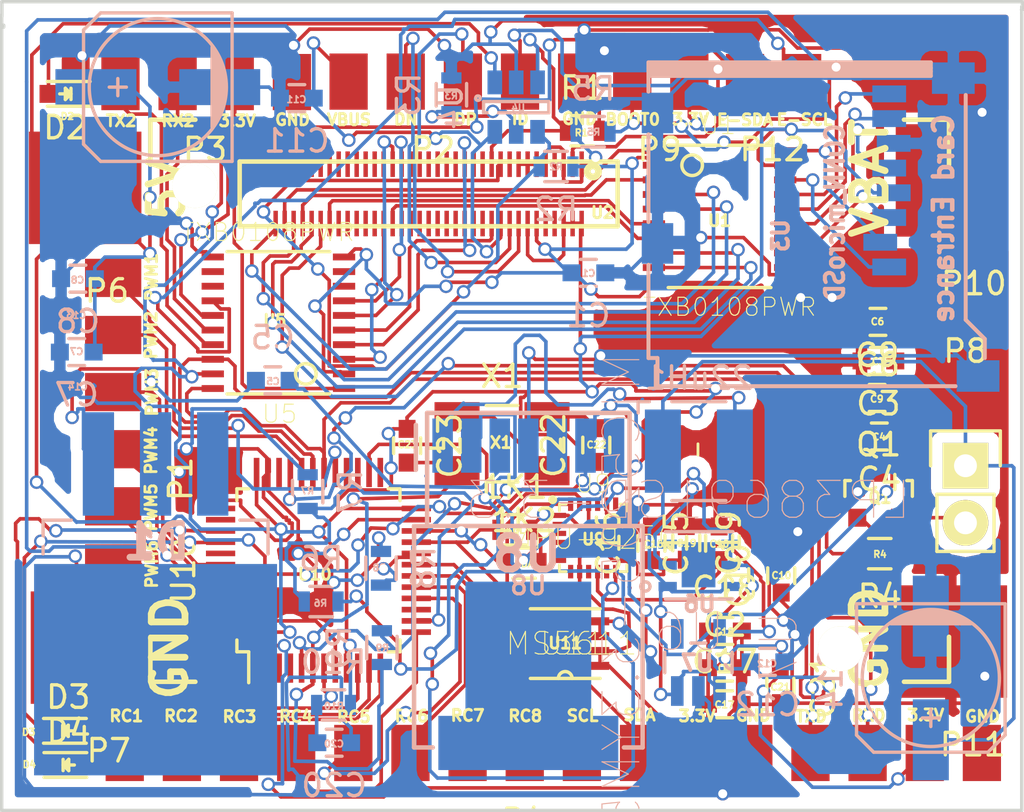
<source format=kicad_pcb>
(kicad_pcb (version 4) (host pcbnew 4.0.2-stable)
  (layers (0 F.Cu signal hide) (31 B.Cu signal hide) (34 B.Paste user) (35 F.Paste user) (36 B.SilkS user) (37 F.SilkS user) (38 B.Mask user hide) (39 F.Mask user) (44 Edge.Cuts user))
  (net 0 "")
  (net 1 GND)
  (net 2 VBAT)
  (net 3 SCL)
  (net 4 3.3V)
  (net 5 SDA)
  (net 6 5V)
  (net 7 "Net-(22uH1-Pad2)")
  (net 8 1.8V)
  (net 9 "Net-(C5-Pad1)")
  (net 10 "Net-(C5-Pad2)")
  (net 11 3.3V_SEN)
  (net 12 NRST)
  (net 13 OSC_IN)
  (net 14 OSC_OUT)
  (net 15 LED0)
  (net 16 LED1)
  (net 17 PWM1)
  (net 18 PWM2)
  (net 19 PWM3)
  (net 20 PWM4)
  (net 21 PWM5)
  (net 22 PWN6)
  (net 23 RC_CH1)
  (net 24 RC_CH2)
  (net 25 RC_CH3)
  (net 26 RC_CH4)
  (net 27 RC_CH5)
  (net 28 RC_CH6)
  (net 29 RC_CH7)
  (net 30 RC_CH8)
  (net 31 TXD)
  (net 32 RXD)
  (net 33 V_BUS)
  (net 34 USB_DN)
  (net 35 USB_DP)
  (net 36 USB_ID)
  (net 37 TX2)
  (net 38 RX2)
  (net 39 BOOT0)
  (net 40 "Net-(Q1-Pad1)")
  (net 41 PSW)
  (net 42 FAULT)
  (net 43 "Net-(R3-Pad2)")
  (net 44 BEEP)
  (net 45 POWER_ADC)
  (net 46 BOOT1)
  (net 47 SD_0_DA3)
  (net 48 SD_0_DAT2)
  (net 49 SD_0_DAT1)
  (net 50 SD_0_DAT0)
  (net 51 SD_0_CLK)
  (net 52 SD_CLK_FB)
  (net 53 SD_0_CMD)
  (net 54 "Net-(U1-Pad13)")
  (net 55 "Net-(U1-Pad14)")
  (net 56 "Net-(U1-Pad16)")
  (net 57 "Net-(U1-Pad17)")
  (net 58 "Net-(U1-Pad18)")
  (net 59 "Net-(U1-Pad20)")
  (net 60 SD_0_CD#)
  (net 61 EDI_TX2)
  (net 62 EDI_RX)
  (net 63 EDI_RX2)
  (net 64 EDI_TX)
  (net 65 MPU_INT)
  (net 66 "Net-(C15-Pad1)")
  (net 67 "Net-(P8-Pad2)")
  (net 68 "Net-(X1-Pad3)")
  (net 69 "Net-(P12-Pad1)")
  (net 70 "Net-(P12-Pad2)")
  (net 71 "Net-(U1-Pad12)")
  (net 72 "Net-(U2-Pad69)")
  (net 73 "Net-(U2-Pad67)")
  (net 74 EDI_CTS)
  (net 75 EDI_RTX)
  (net 76 GPIO10)
  (net 77 GPIO11)
  (net 78 GPIO12)
  (net 79 I2S_TXD)
  (net 80 GPIO13)
  (net 81 I2S_FS)
  (net 82 GPIO14)
  (net 83 I2S_CLK)
  (net 84 I2S_RXD)
  (net 85 EDI_SDA2)
  (net 86 GPIO9)
  (net 87 EDI_SCL2)
  (net 88 EDI_SDA1)
  (net 89 EDI_SCL1)
  (net 90 GPIO8)
  (net 91 EDI_PWM3)
  (net 92 EDI_PWM2)
  (net 93 EDI_PWM0)
  (net 94 "Net-(U2-Pad36)")
  (net 95 EDI_PWM1)
  (net 96 GPIO7)
  (net 97 "Net-(U2-Pad31)")
  (net 98 GPIO6)
  (net 99 GPIO5)
  (net 100 GPIO4)
  (net 101 GPIO2)
  (net 102 GPIO3)
  (net 103 "Net-(U2-Pad23)")
  (net 104 GPIO0)
  (net 105 "Net-(U2-Pad17)")
  (net 106 "Net-(U2-Pad10)")
  (net 107 "Net-(U2-Pad7)")
  (net 108 "Net-(U2-Pad8)")
  (net 109 "Net-(U5-Pad8)")
  (net 110 "Net-(U5-Pad13)")
  (net 111 "Net-(U5-Pad9)")
  (net 112 "Net-(U5-Pad12)")
  (net 113 "Net-(U6-Pad3)")
  (net 114 "Net-(U6-Pad7)")
  (net 115 "Net-(U7-Pad4)")
  (net 116 "Net-(U8-Pad5)")
  (net 117 "Net-(U8-Pad7)")
  (net 118 "Net-(U9-Pad7)")
  (net 119 "Net-(U9-Pad9)")
  (net 120 "Net-(U9-Pad11)")
  (net 121 "Net-(U9-Pad21)")
  (net 122 PRE_XCLR)
  (net 123 OSC32_IN)
  (net 124 OSC32_OUT)
  (net 125 ACC_INT2)
  (net 126 MAD_DRDY)
  (net 127 "Net-(U10-Pad27)")
  (net 128 "Net-(U10-Pad28)")
  (net 129 SWDIO)
  (net 130 SWDCLK)
  (net 131 "Net-(U10-Pad38)")
  (net 132 "Net-(U10-Pad41)")
  (net 133 "Net-(U11-Pad6)")
  (module Resistors_SMD:R_0603 (layer F.Cu) (at 64.13 80.69)
    (fp_text reference 1K1 (at 0 -1.9) (layer F.SilkS))
    (fp_text value R)
    (pad 1 smd rect (at -0.75 0) (size 0.5 0.9) (layers F.Cu F.Paste F.Mask) (net 3 SCL))
    (pad 2 smd rect (at 0.75 0) (size 0.5 0.9) (layers F.Cu F.Paste F.Mask) (net 4 3.3V))
  )
  (module Resistors_SMD:R_0603 (layer F.Cu) (at 64.54 82.17)
    (fp_text reference 1K2 (at 0 -1.9) (layer F.SilkS))
    (fp_text value R)
    (pad 1 smd rect (at -0.75 0) (size 0.5 0.9) (layers F.Cu F.Paste F.Mask) (net 5 SDA))
    (pad 2 smd rect (at 0.75 0) (size 0.5 0.9) (layers F.Cu F.Paste F.Mask) (net 4 3.3V))
  )
  (module Inductors:NR4018 (layer B.Cu) (at 72.31 77.19)
    (fp_text reference 22uH1 (at 0 -3.25) (layer B.SilkS) (effects (justify mirror)))
    (fp_text value INDUCTOR)
    (pad 1 smd rect (at -1.6 0) (size 1.6 3.7) (layers B.Cu B.Paste B.Mask) (net 6 5V))
    (pad 2 smd rect (at 1.6 0) (size 1.6 3.7) (layers B.Cu B.Paste B.Mask) (net 7 "Net-(22uH1-Pad2)"))
  )
  (module Capacitors_SMD:C_0603 (layer B.Cu) (at 67.4 69.26)
    (fp_text reference C1 (at 0 1.9) (layer B.SilkS) (effects (justify mirror)))
    (fp_text value 0.1uF)
    (pad 1 smd rect (at -0.75 0) (size 0.8 0.75) (layers B.Cu B.Paste B.Mask) (net 8 1.8V))
    (pad 2 smd rect (at 0.75 0) (size 0.8 0.75) (layers B.Cu B.Paste B.Mask) (net 1 GND))
  )
  (module Capacitors_SMD:C_0603 (layer F.Cu) (at 73.46 86.82)
    (fp_text reference C2 (at 0 -1.9) (layer F.SilkS))
    (fp_text value 0.1uF)
    (pad 1 smd rect (at -0.75 0) (size 0.8 0.75) (layers F.Cu F.Paste F.Mask) (net 4 3.3V))
    (pad 2 smd rect (at 0.75 0) (size 0.8 0.75) (layers F.Cu F.Paste F.Mask) (net 1 GND))
  )
  (module Capacitors_SMD:C_0603 (layer F.Cu) (at 80.29 73.18 180)
    (fp_text reference C3 (at 0 -1.9 180) (layer F.SilkS))
    (fp_text value 15uF)
    (pad 1 smd rect (at -0.75 0 180) (size 0.8 0.75) (layers F.Cu F.Paste F.Mask) (net 2 VBAT))
    (pad 2 smd rect (at 0.75 0 180) (size 0.8 0.75) (layers F.Cu F.Paste F.Mask) (net 1 GND))
  )
  (module Capacitors_SMD:C_0603 (layer F.Cu) (at 80.33 76.54 180)
    (fp_text reference C4 (at 0 -1.9 180) (layer F.SilkS))
    (fp_text value 15uF)
    (pad 1 smd rect (at -0.75 0 180) (size 0.8 0.75) (layers F.Cu F.Paste F.Mask) (net 2 VBAT))
    (pad 2 smd rect (at 0.75 0 180) (size 0.8 0.75) (layers F.Cu F.Paste F.Mask) (net 1 GND))
  )
  (module Capacitors_SMD:C_0603 (layer B.Cu) (at 53.37 74.04 180)
    (fp_text reference C5 (at 0 1.9 180) (layer B.SilkS) (effects (justify mirror)))
    (fp_text value 0.01uF)
    (pad 1 smd rect (at -0.75 0 180) (size 0.8 0.75) (layers B.Cu B.Paste B.Mask) (net 9 "Net-(C5-Pad1)"))
    (pad 2 smd rect (at 0.75 0 180) (size 0.8 0.75) (layers B.Cu B.Paste B.Mask) (net 10 "Net-(C5-Pad2)"))
  )
  (module Capacitors_SMD:C_0603 (layer F.Cu) (at 80.27 71.44 180)
    (fp_text reference C6 (at 0 -1.9 180) (layer F.SilkS))
    (fp_text value 15uF)
    (pad 1 smd rect (at -0.75 0 180) (size 0.8 0.75) (layers F.Cu F.Paste F.Mask) (net 2 VBAT))
    (pad 2 smd rect (at 0.75 0 180) (size 0.8 0.75) (layers F.Cu F.Paste F.Mask) (net 1 GND))
  )
  (module Capacitors_SMD:C_0603 (layer B.Cu) (at 44.655001 72.785)
    (fp_text reference C7 (at 0 1.9) (layer B.SilkS) (effects (justify mirror)))
    (fp_text value 1uF)
    (pad 1 smd rect (at -0.75 0) (size 0.8 0.75) (layers B.Cu B.Paste B.Mask) (net 1 GND))
    (pad 2 smd rect (at 0.75 0) (size 0.8 0.75) (layers B.Cu B.Paste B.Mask) (net 6 5V))
  )
  (module Capacitors_SMD:C_0603 (layer B.Cu) (at 44.71 69.52)
    (fp_text reference C8 (at 0 1.9) (layer B.SilkS) (effects (justify mirror)))
    (fp_text value 0.1uF)
    (pad 1 smd rect (at -0.75 0) (size 0.8 0.75) (layers B.Cu B.Paste B.Mask) (net 1 GND))
    (pad 2 smd rect (at 0.75 0) (size 0.8 0.75) (layers B.Cu B.Paste B.Mask) (net 6 5V))
  )
  (module Capacitors_SMD:C_0603 (layer F.Cu) (at 80.232619 74.825)
    (fp_text reference C9 (at 0 -1.9) (layer F.SilkS))
    (fp_text value 0.47uF)
    (pad 1 smd rect (at -0.75 0) (size 0.8 0.75) (layers F.Cu F.Paste F.Mask) (net 1 GND))
    (pad 2 smd rect (at 0.75 0) (size 0.8 0.75) (layers F.Cu F.Paste F.Mask) (net 2 VBAT))
  )
  (module Capacitors_SMD:C_0603 (layer F.Cu) (at 75.97 82.73 90)
    (fp_text reference C10 (at 0 -1.9 90) (layer F.SilkS))
    (fp_text value 10uF)
    (pad 1 smd rect (at -0.75 0 90) (size 0.8 0.75) (layers F.Cu F.Paste F.Mask) (net 11 3.3V_SEN))
    (pad 2 smd rect (at 0.75 0 90) (size 0.8 0.75) (layers F.Cu F.Paste F.Mask) (net 1 GND))
  )
  (module Capacitors_SMD:C_0603 (layer B.Cu) (at 54.44 61.49)
    (fp_text reference C11 (at 0 1.9) (layer B.SilkS) (effects (justify mirror)))
    (fp_text value 2.2uF)
    (pad 1 smd rect (at -0.75 0) (size 0.8 0.75) (layers B.Cu B.Paste B.Mask) (net 1 GND))
    (pad 2 smd rect (at 0.75 0) (size 0.8 0.75) (layers B.Cu B.Paste B.Mask) (net 33 V_BUS))
  )
  (module Capacitors_SMD:C_0603 (layer B.Cu) (at 75.36 86.56)
    (fp_text reference C12 (at 0 1.9) (layer B.SilkS) (effects (justify mirror)))
    (fp_text value 0.1uF)
    (pad 1 smd rect (at -0.75 0) (size 0.8 0.75) (layers B.Cu B.Paste B.Mask) (net 11 3.3V_SEN))
    (pad 2 smd rect (at 0.75 0) (size 0.8 0.75) (layers B.Cu B.Paste B.Mask) (net 1 GND))
  )
  (module Capacitors_SMD:C_0603 (layer F.Cu) (at 73.21 81.29 90)
    (fp_text reference C15 (at 0 -1.9 90) (layer F.SilkS))
    (fp_text value 0.1uF)
    (pad 1 smd rect (at -0.75 0 90) (size 0.8 0.75) (layers F.Cu F.Paste F.Mask) (net 66 "Net-(C15-Pad1)"))
    (pad 2 smd rect (at 0.75 0 90) (size 0.8 0.75) (layers F.Cu F.Paste F.Mask) (net 1 GND))
  )
  (module Capacitors_SMD:C_0603 (layer F.Cu) (at 70.2 81.29 90)
    (fp_text reference C16 (at 0 -1.9 90) (layer F.SilkS))
    (fp_text value 0.1uF)
    (pad 1 smd rect (at -0.75 0 90) (size 0.8 0.75) (layers F.Cu F.Paste F.Mask) (net 11 3.3V_SEN))
    (pad 2 smd rect (at 0.75 0 90) (size 0.8 0.75) (layers F.Cu F.Paste F.Mask) (net 1 GND))
  )
  (module Capacitors_SMD:C_0603 (layer F.Cu) (at 73.46 88.45)
    (fp_text reference C17 (at 0 -1.9) (layer F.SilkS))
    (fp_text value 0.1uF)
    (pad 1 smd rect (at -0.75 0) (size 0.8 0.75) (layers F.Cu F.Paste F.Mask) (net 4 3.3V))
    (pad 2 smd rect (at 0.75 0) (size 0.8 0.75) (layers F.Cu F.Paste F.Mask) (net 1 GND))
  )
  (module Capacitors_SMD:C_0603 (layer F.Cu) (at 73.47 85.19)
    (fp_text reference C18 (at 0 -1.9) (layer F.SilkS))
    (fp_text value 10nF)
    (pad 1 smd rect (at -0.75 0) (size 0.8 0.75) (layers F.Cu F.Paste F.Mask) (net 4 3.3V))
    (pad 2 smd rect (at 0.75 0) (size 0.8 0.75) (layers F.Cu F.Paste F.Mask) (net 1 GND))
  )
  (module Capacitors_SMD:C_0603 (layer F.Cu) (at 71.75 81.27 270)
    (fp_text reference C19 (at 0 -1.9 270) (layer F.SilkS))
    (fp_text value 10nF)
    (pad 1 smd rect (at -0.75 0 270) (size 0.8 0.75) (layers F.Cu F.Paste F.Mask) (net 1 GND))
    (pad 2 smd rect (at 0.75 0 270) (size 0.8 0.75) (layers F.Cu F.Paste F.Mask) (net 11 3.3V_SEN))
  )
  (module Capacitors_SMD:C_0603 (layer B.Cu) (at 56.1 90.16)
    (fp_text reference C20 (at 0 1.9) (layer B.SilkS) (effects (justify mirror)))
    (fp_text value 0.1uF)
    (pad 1 smd rect (at -0.75 0) (size 0.8 0.75) (layers B.Cu B.Paste B.Mask) (net 12 NRST))
    (pad 2 smd rect (at 0.75 0) (size 0.8 0.75) (layers B.Cu B.Paste B.Mask) (net 1 GND))
  )
  (module Capacitors_SMD:C_0603 (layer F.Cu) (at 75.93 87.65 270)
    (fp_text reference C21 (at 0 -1.9 270) (layer F.SilkS))
    (fp_text value 0.1uF)
    (pad 1 smd rect (at -0.75 0 270) (size 0.8 0.75) (layers F.Cu F.Paste F.Mask) (net 4 3.3V))
    (pad 2 smd rect (at 0.75 0 270) (size 0.8 0.75) (layers F.Cu F.Paste F.Mask) (net 1 GND))
  )
  (module Capacitors_SMD:C_0603 (layer F.Cu) (at 67.75 76.92 90)
    (fp_text reference C22 (at 0 -1.9 90) (layer F.SilkS))
    (fp_text value 27pF)
    (pad 1 smd rect (at -0.75 0 90) (size 0.8 0.75) (layers F.Cu F.Paste F.Mask) (net 4 3.3V))
    (pad 2 smd rect (at 0.75 0 90) (size 0.8 0.75) (layers F.Cu F.Paste F.Mask) (net 13 OSC_IN))
  )
  (module Capacitors_SMD:C_0603 (layer F.Cu) (at 59.34 76.95 270)
    (fp_text reference C23 (at 0 -1.9 270) (layer F.SilkS))
    (fp_text value 27pF)
    (pad 1 smd rect (at -0.75 0 270) (size 0.8 0.75) (layers F.Cu F.Paste F.Mask) (net 4 3.3V))
    (pad 2 smd rect (at 0.75 0 270) (size 0.8 0.75) (layers F.Cu F.Paste F.Mask) (net 14 OSC_OUT))
  )
  (module TO_SOT_Packages_SMD:TO-263-3Lead (layer B.Cu) (at 48.16 77.76 270)
    (fp_text reference D1 (at 3.5 0 540) (layer B.SilkS) (effects (justify mirror)))
    (fp_text value 6TQ045S)
    (pad 2 smd rect (at 0 0 270) (size 4.6 1.39) (layers B.Cu B.Paste B.Mask) (net 1 GND))
    (pad 4 smd rect (at 9.15 0 270) (size 9.4 10.8) (layers B.Cu B.Paste B.Mask))
    (pad 3 smd rect (at 0 -2.54 270) (size 4.6 1.39) (layers B.Cu B.Paste B.Mask))
    (pad 1 smd rect (at 0 2.54 270) (size 4.6 1.39) (layers B.Cu B.Paste B.Mask) (net 10 "Net-(C5-Pad2)"))
  )
  (module LEDs:LED_0603 (layer F.Cu) (at 44.15 61.3 180)
    (fp_text reference D2 (at 0 -1.5 180) (layer F.SilkS))
    (fp_text value RED)
    (pad 2 smd rect (at 0.7493 0) (size 0.79756 0.79756) (layers F.Cu F.Paste F.Mask) (net 4 3.3V))
    (pad 1 smd rect (at -0.7493 0) (size 0.79756 0.79756) (layers F.Cu F.Paste F.Mask) (net 1 GND))
  )
  (module LEDs:LED_0603 (layer F.Cu) (at 44.28 89.63)
    (fp_text reference D3 (at 0 -1.5) (layer F.SilkS))
    (fp_text value GREEN)
    (pad 2 smd rect (at 0.7493 0 180) (size 0.79756 0.79756) (layers F.Cu F.Paste F.Mask) (net 4 3.3V))
    (pad 1 smd rect (at -0.7493 0 180) (size 0.79756 0.79756) (layers F.Cu F.Paste F.Mask) (net 15 LED0))
  )
  (module LEDs:LED_0603 (layer F.Cu) (at 44.3 91.15)
    (fp_text reference D4 (at 0 -1.5) (layer F.SilkS))
    (fp_text value YELLOW)
    (pad 2 smd rect (at 0.7493 0 180) (size 0.79756 0.79756) (layers F.Cu F.Paste F.Mask) (net 4 3.3V))
    (pad 1 smd rect (at -0.7493 0 180) (size 0.79756 0.79756) (layers F.Cu F.Paste F.Mask) (net 16 LED1))
  )
  (module EdiCopter:PAD1X6 (layer F.Cu) (at 48.5 78.125 90)
    (fp_text reference P1 (at -0.3 0.775 90) (layer F.SilkS))
    (fp_text value PWM)
    (pad 6 smd rect (at 8.64 -2.225 90) (size 1.7 2.5) (layers F.Cu F.Paste F.Mask) (net 17 PWM1))
    (pad 5 smd rect (at 6.1 -2.225 90) (size 1.7 2.5) (layers F.Cu F.Paste F.Mask) (net 18 PWM2))
    (pad 1 smd rect (at -4.06 -2.225 90) (size 1.7 2.5) (layers F.Cu F.Paste F.Mask) (net 22 PWN6))
    (pad 4 smd rect (at 3.56 -2.225 90) (size 1.7 2.5) (layers F.Cu F.Paste F.Mask) (net 19 PWM3))
    (pad 3 smd rect (at 1.02 -2.225 90) (size 1.7 2.5) (layers F.Cu F.Paste F.Mask) (net 20 PWM4))
    (pad 2 smd rect (at -1.52 -2.225 90) (size 1.7 2.5) (layers F.Cu F.Paste F.Mask) (net 21 PWM5))
  )
  (module EdiCopter:PAD1X5 (layer F.Cu) (at 60.8 62.98)
    (fp_text reference P2 (at -0.3 0.775) (layer F.SilkS))
    (fp_text value "USB OTG")
    (pad 5 smd rect (at 6.1 -2.225) (size 1.7 2.5) (layers F.Cu F.Paste F.Mask) (net 1 GND))
    (pad 1 smd rect (at -4.06 -2.225) (size 1.7 2.5) (layers F.Cu F.Paste F.Mask) (net 33 V_BUS))
    (pad 4 smd rect (at 3.56 -2.225) (size 1.7 2.5) (layers F.Cu F.Paste F.Mask) (net 36 USB_ID))
    (pad 3 smd rect (at 1.02 -2.225) (size 1.7 2.5) (layers F.Cu F.Paste F.Mask) (net 35 USB_DP))
    (pad 2 smd rect (at -1.52 -2.225) (size 1.7 2.5) (layers F.Cu F.Paste F.Mask) (net 34 USB_DN))
  )
  (module EdiCopter:PAD1X4 (layer F.Cu) (at 50.66 63)
    (fp_text reference P3 (at -0.3 0.775) (layer F.SilkS))
    (fp_text value "UART EDISON")
    (pad 1 smd rect (at -4.06 -2.225) (size 1.7 2.5) (layers F.Cu F.Paste F.Mask) (net 37 TX2))
    (pad 4 smd rect (at 3.56 -2.225) (size 1.7 2.5) (layers F.Cu F.Paste F.Mask) (net 1 GND))
    (pad 3 smd rect (at 1.02 -2.225) (size 1.7 2.5) (layers F.Cu F.Paste F.Mask) (net 4 3.3V))
    (pad 2 smd rect (at -1.52 -2.225) (size 1.7 2.5) (layers F.Cu F.Paste F.Mask) (net 38 RX2))
  )
  (module EdiCopter:PAD1X16 (layer F.Cu) (at 64.82 92.84)
    (fp_text reference P4 (at -0.3 0.775) (layer F.SilkS))
    (fp_text value "MCU GPIO")
    (pad 16 smd rect (at 20.07 -2.225) (size 1.7 2.5) (layers F.Cu F.Paste F.Mask) (net 1 GND))
    (pad 15 smd rect (at 17.53 -2.225) (size 1.7 2.5) (layers F.Cu F.Paste F.Mask) (net 4 3.3V))
    (pad 14 smd rect (at 14.99 -2.225) (size 1.7 2.5) (layers F.Cu F.Paste F.Mask) (net 32 RXD))
    (pad 13 smd rect (at 12.45 -2.225) (size 1.7 2.5) (layers F.Cu F.Paste F.Mask) (net 31 TXD))
    (pad 12 smd rect (at 9.91 -2.225) (size 1.7 2.5) (layers F.Cu F.Paste F.Mask) (net 1 GND))
    (pad 11 smd rect (at 7.37 -2.225) (size 1.7 2.5) (layers F.Cu F.Paste F.Mask) (net 4 3.3V))
    (pad 10 smd rect (at 4.83 -2.225) (size 1.7 2.5) (layers F.Cu F.Paste F.Mask) (net 5 SDA))
    (pad 9 smd rect (at 2.29 -2.225) (size 1.7 2.5) (layers F.Cu F.Paste F.Mask) (net 3 SCL))
    (pad 8 smd rect (at -0.25 -2.225) (size 1.7 2.5) (layers F.Cu F.Paste F.Mask) (net 30 RC_CH8))
    (pad 7 smd rect (at -2.79 -2.225) (size 1.7 2.5) (layers F.Cu F.Paste F.Mask) (net 29 RC_CH7))
    (pad 6 smd rect (at -5.33 -2.225) (size 1.7 2.5) (layers F.Cu F.Paste F.Mask) (net 28 RC_CH6))
    (pad 5 smd rect (at -7.87 -2.225) (size 1.7 2.5) (layers F.Cu F.Paste F.Mask) (net 27 RC_CH5))
    (pad 1 smd rect (at -18.03 -2.225) (size 1.7 2.5) (layers F.Cu F.Paste F.Mask) (net 23 RC_CH1))
    (pad 4 smd rect (at -10.41 -2.225) (size 1.7 2.5) (layers F.Cu F.Paste F.Mask) (net 26 RC_CH4))
    (pad 3 smd rect (at -12.95 -2.225) (size 1.7 2.5) (layers F.Cu F.Paste F.Mask) (net 25 RC_CH3))
    (pad 2 smd rect (at -15.49 -2.225) (size 1.7 2.5) (layers F.Cu F.Paste F.Mask) (net 24 RC_CH2))
  )
  (module Pin_Headers:Pin_Header_Straight_1x02 (layer F.Cu) (at 84.16 77.84)
    (fp_text reference P8 (at 0 -5.1) (layer F.SilkS))
    (fp_text value BUZZER)
    (pad 1 thru_hole rect (at 0 0) (size 2.032 2.032) (drill 1.016) (layers *.Cu *.Mask F.SilkS) (net 6 5V))
    (pad 2 thru_hole oval (at 0 2.54) (size 2.032 2.032) (drill 1.016) (layers *.Cu *.Mask F.SilkS) (net 67 "Net-(P8-Pad2)"))
  )
  (module EdiCopter:PAD1X2 (layer F.Cu) (at 70.866 62.992)
    (fp_text reference P9 (at -0.3 0.775) (layer F.SilkS))
    (fp_text value BOOT)
    (pad 1 smd rect (at -1.52 -2.225) (size 1.7 2.5) (layers F.Cu F.Paste F.Mask) (net 39 BOOT0))
    (pad 2 smd rect (at 1.02 -2.225) (size 1.7 2.5) (layers F.Cu F.Paste F.Mask) (net 4 3.3V))
  )
  (module TO_SOT_Packages_SMD:SOT-23 (layer F.Cu) (at 80.3 79.15)
    (fp_text reference Q1 (at 0 -2.25) (layer F.SilkS))
    (fp_text value MMBT3906)
    (pad 1 smd rect (at -0.95 1.00076) (size 0.8001 0.8001) (layers F.Cu F.Paste F.Mask) (net 40 "Net-(Q1-Pad1)"))
    (pad 2 smd rect (at 0.95 1.00076) (size 0.8001 0.8001) (layers F.Cu F.Paste F.Mask) (net 67 "Net-(P8-Pad2)"))
    (pad 3 smd rect (at 0 -0.99822) (size 0.8001 0.8001) (layers F.Cu F.Paste F.Mask) (net 1 GND))
  )
  (module Resistors_SMD:R_0603 (layer F.Cu) (at 67.13 62.94)
    (fp_text reference R1 (at 0 -1.9) (layer F.SilkS))
    (fp_text value 100K)
    (pad 1 smd rect (at -0.75 0) (size 0.5 0.9) (layers F.Cu F.Paste F.Mask) (net 41 PSW))
    (pad 2 smd rect (at 0.75 0) (size 0.5 0.9) (layers F.Cu F.Paste F.Mask) (net 1 GND))
  )
  (module Resistors_SMD:R_0603 (layer B.Cu) (at 65.96 64.53)
    (fp_text reference R2 (at 0 1.9) (layer B.SilkS) (effects (justify mirror)))
    (fp_text value 10K)
    (pad 1 smd rect (at -0.75 0) (size 0.5 0.9) (layers B.Cu B.Paste B.Mask) (net 42 FAULT))
    (pad 2 smd rect (at 0.75 0) (size 0.5 0.9) (layers B.Cu B.Paste B.Mask) (net 8 1.8V))
  )
  (module Resistors_SMD:R_0603 (layer B.Cu) (at 61.31 61.34 270)
    (fp_text reference R3 (at 0 1.9 270) (layer B.SilkS) (effects (justify mirror)))
    (fp_text value 536)
    (pad 1 smd rect (at -0.75 0 270) (size 0.5 0.9) (layers B.Cu B.Paste B.Mask) (net 1 GND))
    (pad 2 smd rect (at 0.75 0 270) (size 0.5 0.9) (layers B.Cu B.Paste B.Mask) (net 43 "Net-(R3-Pad2)"))
  )
  (module Resistors_SMD:R_0603 (layer F.Cu) (at 80.35 81.75 180)
    (fp_text reference R4 (at 0 -1.9 180) (layer F.SilkS))
    (fp_text value 100R)
    (pad 1 smd rect (at -0.75 0 180) (size 0.5 0.9) (layers F.Cu F.Paste F.Mask) (net 40 "Net-(Q1-Pad1)"))
    (pad 2 smd rect (at 0.75 0 180) (size 0.5 0.9) (layers F.Cu F.Paste F.Mask) (net 44 BEEP))
  )
  (module Resistors_SMD:R_0603 (layer B.Cu) (at 67.61 62.98 180)
    (fp_text reference R5 (at 0 1.9 180) (layer B.SilkS) (effects (justify mirror)))
    (fp_text value 1K)
    (pad 1 smd rect (at -0.75 0 180) (size 0.5 0.9) (layers B.Cu B.Paste B.Mask) (net 39 BOOT0))
    (pad 2 smd rect (at 0.75 0 180) (size 0.5 0.9) (layers B.Cu B.Paste B.Mask) (net 1 GND))
  )
  (module Resistors_SMD:R_0603 (layer B.Cu) (at 55.52 83.88 180)
    (fp_text reference R6 (at 0 1.9 180) (layer B.SilkS) (effects (justify mirror)))
    (fp_text value 10k)
    (pad 1 smd rect (at -0.75 0 180) (size 0.5 0.9) (layers B.Cu B.Paste B.Mask) (net 2 VBAT))
    (pad 2 smd rect (at 0.75 0 180) (size 0.5 0.9) (layers B.Cu B.Paste B.Mask) (net 45 POWER_ADC))
  )
  (module Resistors_SMD:R_0603 (layer B.Cu) (at 54.92 78.99 90)
    (fp_text reference R7 (at 0 1.9 90) (layer B.SilkS) (effects (justify mirror)))
    (fp_text value 1K)
    (pad 1 smd rect (at -0.75 0 90) (size 0.5 0.9) (layers B.Cu B.Paste B.Mask) (net 45 POWER_ADC))
    (pad 2 smd rect (at 0.75 0 90) (size 0.5 0.9) (layers B.Cu B.Paste B.Mask) (net 1 GND))
  )
  (module Resistors_SMD:R_0603 (layer B.Cu) (at 58.18 82.4 90)
    (fp_text reference R8 (at 0 1.9 90) (layer B.SilkS) (effects (justify mirror)))
    (fp_text value 1K)
    (pad 1 smd rect (at -0.75 0 90) (size 0.5 0.9) (layers B.Cu B.Paste B.Mask) (net 46 BOOT1))
    (pad 2 smd rect (at 0.75 0 90) (size 0.5 0.9) (layers B.Cu B.Paste B.Mask) (net 1 GND))
  )
  (module Resistors_SMD:R_0603 (layer B.Cu) (at 58.22 85.93 270)
    (fp_text reference R9 (at 0 1.9 270) (layer B.SilkS) (effects (justify mirror)))
    (fp_text value 1M)
    (pad 1 smd rect (at -0.75 0 270) (size 0.5 0.9) (layers B.Cu B.Paste B.Mask) (net 13 OSC_IN))
    (pad 2 smd rect (at 0.75 0 270) (size 0.5 0.9) (layers B.Cu B.Paste B.Mask) (net 14 OSC_OUT))
  )
  (module Resistors_SMD:R_0603 (layer B.Cu) (at 56.07 88.48 180)
    (fp_text reference R10 (at 0 1.9 180) (layer B.SilkS) (effects (justify mirror)))
    (fp_text value 10K)
    (pad 1 smd rect (at -0.75 0 180) (size 0.5 0.9) (layers B.Cu B.Paste B.Mask) (net 4 3.3V))
    (pad 2 smd rect (at 0.75 0 180) (size 0.5 0.9) (layers B.Cu B.Paste B.Mask) (net 12 NRST))
  )
  (module TXB0108PWR:TSSOP20 (layer F.Cu) (at 73.23 66.75 270)
    (fp_text reference U1 (at -4.0536 0.0508 360) (layer F.SilkS) (effects (font (size 0.8 0.8) (thickness 0.05))))
    (fp_text value TXB0108PWR (at 4.0282 -0.4572 360) (layer F.SilkS) (effects (font (size 0.8 0.8) (thickness 0.05))))
    (pad 1 smd rect (at -2.925 2.9178 270) (size 0.3048 0.9906) (layers F.Cu F.Paste F.Mask) (net 47 SD_0_DA3))
    (pad 2 smd rect (at -2.275 2.9178 270) (size 0.3048 0.9906) (layers F.Cu F.Paste F.Mask) (net 8 1.8V))
    (pad 3 smd rect (at -1.625 2.9178 270) (size 0.3048 0.9906) (layers F.Cu F.Paste F.Mask) (net 48 SD_0_DAT2))
    (pad 4 smd rect (at -0.975 2.9178 270) (size 0.3048 0.9906) (layers F.Cu F.Paste F.Mask) (net 49 SD_0_DAT1))
    (pad 5 smd rect (at -0.325 2.9178 270) (size 0.3048 0.9906) (layers F.Cu F.Paste F.Mask) (net 50 SD_0_DAT0))
    (pad 6 smd rect (at 0.325 2.9178 270) (size 0.3048 0.9906) (layers F.Cu F.Paste F.Mask) (net 51 SD_0_CLK))
    (pad 7 smd rect (at 0.975 2.9178 270) (size 0.3048 0.9906) (layers F.Cu F.Paste F.Mask) (net 52 SD_CLK_FB))
    (pad 8 smd rect (at 1.625 2.9178 270) (size 0.3048 0.9906) (layers F.Cu F.Paste F.Mask) (net 53 SD_0_CMD))
    (pad 13 smd rect (at 1.625 -2.9178 270) (size 0.3048 0.9906) (layers F.Cu F.Paste F.Mask) (net 54 "Net-(U1-Pad13)"))
    (pad 14 smd rect (at 0.975 -2.9178 270) (size 0.3048 0.9906) (layers F.Cu F.Paste F.Mask) (net 55 "Net-(U1-Pad14)"))
    (pad 15 smd rect (at 0.325 -2.9178 270) (size 0.3048 0.9906) (layers F.Cu F.Paste F.Mask) (net 55 "Net-(U1-Pad14)"))
    (pad 16 smd rect (at -0.325 -2.9178 270) (size 0.3048 0.9906) (layers F.Cu F.Paste F.Mask) (net 56 "Net-(U1-Pad16)"))
    (pad 17 smd rect (at -0.975 -2.9178 270) (size 0.3048 0.9906) (layers F.Cu F.Paste F.Mask) (net 57 "Net-(U1-Pad17)"))
    (pad 18 smd rect (at -1.625 -2.9178 270) (size 0.3048 0.9906) (layers F.Cu F.Paste F.Mask) (net 58 "Net-(U1-Pad18)"))
    (pad 19 smd rect (at -2.275 -2.9178 270) (size 0.3048 0.9906) (layers F.Cu F.Paste F.Mask) (net 4 3.3V))
    (pad 20 smd rect (at -2.925 -2.9178 270) (size 0.3048 0.9906) (layers F.Cu F.Paste F.Mask) (net 59 "Net-(U1-Pad20)"))
    (pad 9 smd rect (at 2.275 2.9178 270) (size 0.3048 0.9906) (layers F.Cu F.Paste F.Mask) (net 60 SD_0_CD#))
    (pad 10 smd rect (at 2.925 2.9178 270) (size 0.3048 0.9906) (layers F.Cu F.Paste F.Mask) (net 8 1.8V))
    (pad 12 smd rect (at 2.275 -2.9178 270) (size 0.3048 0.9906) (layers F.Cu F.Paste F.Mask) (net 71 "Net-(U1-Pad12)"))
    (pad 11 smd rect (at 2.925 -2.9178 270) (size 0.3048 0.9906) (layers F.Cu F.Paste F.Mask) (net 1 GND))
  )
  (module opendous:Memory_Card_microSD_3M_290805 (layer B.Cu) (at 80.77 69 90)
    (fp_text reference U3 (at 1.397 -4.826 90) (layer B.SilkS) (effects (font (size 0.7112 0.7112) (thickness 0.1778)) (justify mirror)))
    (fp_text value CONN_microSD (at 2.413 -2.413 90) (layer B.SilkS) (effects (font (size 0.8128 0.7112) (thickness 0.1778)) (justify mirror)))
    (fp_text user "Card Entrance" (at 2.159 2.413 90) (layer B.SilkS) (effects (font (size 0.8636 0.8636) (thickness 0.2032)) (justify mirror)))
    (pad 7 smd rect (at 6.59892 0 90) (size 0.7493 1.50114) (layers B.Cu B.Paste B.Mask) (net 56 "Net-(U1-Pad16)"))
    (pad 8 smd rect (at 7.69874 0 90) (size 0.7493 1.50114) (layers B.Cu B.Paste B.Mask) (net 57 "Net-(U1-Pad17)"))
    (pad 6 smd rect (at 5.4991 0.20066 90) (size 0.7493 1.50114) (layers B.Cu B.Paste B.Mask) (net 1 GND))
    (pad 5 smd rect (at 4.39928 0 90) (size 0.7493 1.50114) (layers B.Cu B.Paste B.Mask) (net 55 "Net-(U1-Pad14)"))
    (pad 1 smd rect (at 0 0 90) (size 0.7493 1.50114) (layers B.Cu B.Paste B.Mask) (net 58 "Net-(U1-Pad18)"))
    (pad 2 smd rect (at 1.09982 -0.39878 90) (size 0.7493 1.50114) (layers B.Cu B.Paste B.Mask) (net 59 "Net-(U1-Pad20)"))
    (pad 3 smd rect (at 2.19964 0 90) (size 0.7493 1.50114) (layers B.Cu B.Paste B.Mask) (net 54 "Net-(U1-Pad13)"))
    (pad 4 smd rect (at 3.29946 0.20066 90) (size 0.7493 1.50114) (layers B.Cu B.Paste B.Mask) (net 4 3.3V))
    (pad 9 smd rect (at 8.39978 2.84988 90) (size 1.39954 1.89992) (layers B.Cu B.Paste B.Mask) (net 1 GND))
    (pad 9 smd rect (at -4.84886 3.9497 90) (size 1.39954 1.89992) (layers B.Cu B.Paste B.Mask) (net 1 GND))
    (pad 9 smd rect (at 6.85038 -10.2997 90) (size 1.80086 1.39954) (layers B.Cu B.Paste B.Mask) (net 1 GND))
    (pad 9 smd rect (at 1.04902 -10.2997 90) (size 1.80086 1.39954) (layers B.Cu B.Paste B.Mask) (net 1 GND))
  )
  (module TO_SOT_Packages_SMD:SOT-23-6 (layer B.Cu) (at 64.19 61.89 270)
    (fp_text reference U4 (at 0 2.9 270) (layer B.SilkS) (effects (justify mirror)))
    (fp_text value MIC2039)
    (pad 1 smd rect (at -1.1 0.95 270) (size 1.06 0.65) (layers B.Cu B.Paste B.Mask) (net 6 5V))
    (pad 2 smd rect (at -1.1 0 270) (size 1.06 0.65) (layers B.Cu B.Paste B.Mask) (net 1 GND))
    (pad 3 smd rect (at -1.1 -0.95 270) (size 1.06 0.65) (layers B.Cu B.Paste B.Mask) (net 41 PSW))
    (pad 4 smd rect (at 1.1 -0.95 270) (size 1.06 0.65) (layers B.Cu B.Paste B.Mask) (net 42 FAULT))
    (pad 6 smd rect (at 1.1 0.95 270) (size 1.06 0.65) (layers B.Cu B.Paste B.Mask) (net 33 V_BUS))
    (pad 5 smd rect (at 1.1 0 270) (size 1.06 0.65) (layers B.Cu B.Paste B.Mask) (net 43 "Net-(R3-Pad2)"))
  )
  (module TXB0108PWR:TSSOP20 (layer F.Cu) (at 53.62 71.48 90)
    (fp_text reference U5 (at -4.0536 0.0508 180) (layer F.SilkS) (effects (font (size 0.8 0.8) (thickness 0.05))))
    (fp_text value TXB0108PWR (at 4.0282 -0.4572 180) (layer F.SilkS) (effects (font (size 0.8 0.8) (thickness 0.05))))
    (pad 1 smd rect (at -2.925 2.9178 90) (size 0.3048 0.9906) (layers F.Cu F.Paste F.Mask) (net 62 EDI_RX))
    (pad 2 smd rect (at -2.275 2.9178 90) (size 0.3048 0.9906) (layers F.Cu F.Paste F.Mask) (net 8 1.8V))
    (pad 3 smd rect (at -1.625 2.9178 90) (size 0.3048 0.9906) (layers F.Cu F.Paste F.Mask) (net 64 EDI_TX))
    (pad 4 smd rect (at -0.975 2.9178 90) (size 0.3048 0.9906) (layers F.Cu F.Paste F.Mask) (net 61 EDI_TX2))
    (pad 5 smd rect (at -0.325 2.9178 90) (size 0.3048 0.9906) (layers F.Cu F.Paste F.Mask) (net 63 EDI_RX2))
    (pad 6 smd rect (at 0.325 2.9178 90) (size 0.3048 0.9906) (layers F.Cu F.Paste F.Mask) (net 88 EDI_SDA1))
    (pad 7 smd rect (at 0.975 2.9178 90) (size 0.3048 0.9906) (layers F.Cu F.Paste F.Mask) (net 89 EDI_SCL1))
    (pad 8 smd rect (at 1.625 2.9178 90) (size 0.3048 0.9906) (layers F.Cu F.Paste F.Mask) (net 109 "Net-(U5-Pad8)"))
    (pad 13 smd rect (at 1.625 -2.9178 90) (size 0.3048 0.9906) (layers F.Cu F.Paste F.Mask) (net 110 "Net-(U5-Pad13)"))
    (pad 14 smd rect (at 0.975 -2.9178 90) (size 0.3048 0.9906) (layers F.Cu F.Paste F.Mask) (net 70 "Net-(P12-Pad2)"))
    (pad 15 smd rect (at 0.325 -2.9178 90) (size 0.3048 0.9906) (layers F.Cu F.Paste F.Mask) (net 69 "Net-(P12-Pad1)"))
    (pad 16 smd rect (at -0.325 -2.9178 90) (size 0.3048 0.9906) (layers F.Cu F.Paste F.Mask) (net 38 RX2))
    (pad 17 smd rect (at -0.975 -2.9178 90) (size 0.3048 0.9906) (layers F.Cu F.Paste F.Mask) (net 37 TX2))
    (pad 18 smd rect (at -1.625 -2.9178 90) (size 0.3048 0.9906) (layers F.Cu F.Paste F.Mask) (net 32 RXD))
    (pad 19 smd rect (at -2.275 -2.9178 90) (size 0.3048 0.9906) (layers F.Cu F.Paste F.Mask) (net 4 3.3V))
    (pad 20 smd rect (at -2.925 -2.9178 90) (size 0.3048 0.9906) (layers F.Cu F.Paste F.Mask) (net 31 TXD))
    (pad 9 smd rect (at 2.275 2.9178 90) (size 0.3048 0.9906) (layers F.Cu F.Paste F.Mask) (net 111 "Net-(U5-Pad9)"))
    (pad 10 smd rect (at 2.925 2.9178 90) (size 0.3048 0.9906) (layers F.Cu F.Paste F.Mask) (net 8 1.8V))
    (pad 12 smd rect (at 2.275 -2.9178 90) (size 0.3048 0.9906) (layers F.Cu F.Paste F.Mask) (net 112 "Net-(U5-Pad12)"))
    (pad 11 smd rect (at 2.925 -2.9178 90) (size 0.3048 0.9906) (layers F.Cu F.Paste F.Mask) (net 1 GND))
  )
  (module LP38691SD-3.3:DFN300X300X80-7N (layer B.Cu) (at 72.32 82.27)
    (fp_text reference U6 (at -0.4318 2.9718) (layer B.SilkS) (effects (font (size 1.64 1.64) (thickness 0.05)) (justify mirror)))
    (fp_text value LP38691SD-3.3 (at -0.4826 -2.8956) (layer B.SilkS) (effects (font (size 1.64 1.64) (thickness 0.05)) (justify mirror)))
    (pad 1 smd rect (at -1.397 0.9398) (size 0.8128 0.4064) (layers B.Cu B.Paste B.Mask) (net 6 5V))
    (pad 2 smd rect (at -1.397 0) (size 0.8128 0.4064) (layers B.Cu B.Paste B.Mask) (net 1 GND))
    (pad 3 smd rect (at -1.397 -0.9398) (size 0.8128 0.4064) (layers B.Cu B.Paste B.Mask) (net 113 "Net-(U6-Pad3)"))
    (pad 4 smd rect (at 1.397 -0.9398 180) (size 0.8128 0.4064) (layers B.Cu B.Paste B.Mask) (net 4 3.3V))
    (pad 5 smd rect (at 1.397 0 180) (size 0.8128 0.4064) (layers B.Cu B.Paste B.Mask) (net 4 3.3V))
    (pad 6 smd rect (at 1.397 0.9398 180) (size 0.8128 0.4064) (layers B.Cu B.Paste B.Mask) (net 6 5V))
    (pad 7 smd rect (at -0.0254 -0.0254) (size 1.4986 2.0066) (layers B.Cu B.Paste B.Mask) (net 114 "Net-(U6-Pad7)"))
  )
  (module MIC5205-3.3YM5TR:SOT95P280X130-5N (layer B.Cu) (at 72.29 86.59 90)
    (fp_text reference U7 (at 0.7112 3.5814 90) (layer B.SilkS) (effects (font (size 1.64 1.64) (thickness 0.05)) (justify mirror)))
    (fp_text value MIC5205-3.3YM5TR (at 1.7526 -3.4036 90) (layer B.SilkS) (effects (font (size 1.64 1.64) (thickness 0.05)) (justify mirror)))
    (pad 1 smd rect (at -1.27 0.9398 90) (size 1.3208 0.5588) (layers B.Cu B.Paste B.Mask) (net 6 5V))
    (pad 2 smd rect (at -1.27 0 90) (size 1.3208 0.5588) (layers B.Cu B.Paste B.Mask) (net 1 GND))
    (pad 3 smd rect (at -1.27 -0.9398 90) (size 1.3208 0.5588) (layers B.Cu B.Paste B.Mask) (net 6 5V))
    (pad 4 smd rect (at 1.27 -0.9398 90) (size 1.3208 0.5588) (layers B.Cu B.Paste B.Mask) (net 115 "Net-(U7-Pad4)"))
    (pad 5 smd rect (at 1.27 0.9398 90) (size 1.3208 0.5588) (layers B.Cu B.Paste B.Mask) (net 11 3.3V_SEN))
  )
  (module manuf:TO-263-7-TEXAS (layer B.Cu) (at 64.73 83.17)
    (fp_text reference U8 (at 0 0) (layer B.SilkS) (effects (font (size 0.8 0.8)) (justify mirror)))
    (fp_text value LM2678T-5.0)
    (pad 8 smd rect (at 0 3) (size 5.59 6.35) (layers B.Cu B.Paste B.Mask))
    (pad 1 smd rect (at -3.81 -6.225) (size 0.91 2.41) (layers B.Cu B.Paste B.Mask) (net 7 "Net-(22uH1-Pad2)"))
    (pad 2 smd rect (at -2.54 -6.225) (size 0.91 2.41) (layers B.Cu B.Paste B.Mask) (net 2 VBAT))
    (pad 3 smd rect (at -1.27 -6.225) (size 0.91 2.41) (layers B.Cu B.Paste B.Mask) (net 9 "Net-(C5-Pad1)"))
    (pad 4 smd rect (at 0 -6.225) (size 0.91 2.41) (layers B.Cu B.Paste B.Mask) (net 1 GND))
    (pad 5 smd rect (at 1.27 -6.225) (size 0.91 2.41) (layers B.Cu B.Paste B.Mask) (net 116 "Net-(U8-Pad5)"))
    (pad 6 smd rect (at 2.54 -6.225) (size 0.91 2.41) (layers B.Cu B.Paste B.Mask) (net 6 5V))
    (pad 7 smd rect (at 3.81 -6.225) (size 0.91 2.41) (layers B.Cu B.Paste B.Mask) (net 117 "Net-(U8-Pad7)"))
    (pad 8 smd rect (at 0 7) (size 8 2.41) (layers B.Cu B.Paste B.Mask))
  )
  (module MPU-9250:QFN-24%2f3MM (layer F.Cu) (at 67.61 81.05)
    (fp_text reference U9 (at 0 -2.408) (layer F.SilkS) (effects (font (size 0.8 0.8) (thickness 0.05))))
    (fp_text value MPU-9250 (at 0 0) (layer F.SilkS) (effects (font (size 1 0.9) (thickness 0.05))))
    (pad 1 smd rect (at -1.5 -1) (size 0.6 0.23) (layers F.Cu F.Paste F.Mask) (net 11 3.3V_SEN))
    (pad 2 smd rect (at -1.5 -0.6) (size 0.6 0.23) (layers F.Cu F.Paste F.Mask))
    (pad 3 smd rect (at -1.5 -0.2) (size 0.6 0.23) (layers F.Cu F.Paste F.Mask))
    (pad 4 smd rect (at -1.5 0.2) (size 0.6 0.23) (layers F.Cu F.Paste F.Mask))
    (pad 5 smd rect (at -1.5 0.6) (size 0.6 0.23) (layers F.Cu F.Paste F.Mask))
    (pad 6 smd rect (at -1.5 1) (size 0.6 0.23) (layers F.Cu F.Paste F.Mask))
    (pad 7 smd rect (at -1 1.5 90) (size 0.6 0.23) (layers F.Cu F.Paste F.Mask) (net 118 "Net-(U9-Pad7)"))
    (pad 8 smd rect (at -0.6 1.5 90) (size 0.6 0.23) (layers F.Cu F.Paste F.Mask) (net 11 3.3V_SEN))
    (pad 9 smd rect (at -0.2 1.5 90) (size 0.6 0.23) (layers F.Cu F.Paste F.Mask) (net 119 "Net-(U9-Pad9)"))
    (pad 10 smd rect (at 0.2 1.5 90) (size 0.6 0.23) (layers F.Cu F.Paste F.Mask) (net 66 "Net-(C15-Pad1)"))
    (pad 11 smd rect (at 0.6 1.5 90) (size 0.6 0.23) (layers F.Cu F.Paste F.Mask) (net 120 "Net-(U9-Pad11)"))
    (pad 12 smd rect (at 1 1.5 90) (size 0.6 0.23) (layers F.Cu F.Paste F.Mask) (net 65 MPU_INT))
    (pad 13 smd rect (at 1.5 1 180) (size 0.6 0.23) (layers F.Cu F.Paste F.Mask) (net 11 3.3V_SEN))
    (pad 14 smd rect (at 1.5 0.6 180) (size 0.6 0.23) (layers F.Cu F.Paste F.Mask))
    (pad 15 smd rect (at 1.5 0.2 180) (size 0.6 0.23) (layers F.Cu F.Paste F.Mask))
    (pad 16 smd rect (at 1.5 -0.2 180) (size 0.6 0.23) (layers F.Cu F.Paste F.Mask))
    (pad 17 smd rect (at 1.5 -0.6 180) (size 0.6 0.23) (layers F.Cu F.Paste F.Mask))
    (pad 18 smd rect (at 1.5 -1 180) (size 0.6 0.23) (layers F.Cu F.Paste F.Mask) (net 1 GND))
    (pad 19 smd rect (at 1 -1.5 270) (size 0.6 0.23) (layers F.Cu F.Paste F.Mask))
    (pad 20 smd rect (at 0.6 -1.5 270) (size 0.6 0.23) (layers F.Cu F.Paste F.Mask) (net 1 GND))
    (pad 21 smd rect (at 0.2 -1.5 270) (size 0.6 0.23) (layers F.Cu F.Paste F.Mask) (net 121 "Net-(U9-Pad21)"))
    (pad 22 smd rect (at -0.2 -1.5 270) (size 0.6 0.23) (layers F.Cu F.Paste F.Mask) (net 11 3.3V_SEN))
    (pad 23 smd rect (at -0.6 -1.5 270) (size 0.6 0.23) (layers F.Cu F.Paste F.Mask) (net 3 SCL))
    (pad 24 smd rect (at -1 -1.5 270) (size 0.6 0.23) (layers F.Cu F.Paste F.Mask) (net 5 SDA))
  )
  (module Housings_QFP:LQFP-48_7x7mm_Pitch0.5mm (layer F.Cu) (at 55.4 82.49 90)
    (fp_text reference U10 (at 0 -6 90) (layer F.SilkS))
    (fp_text value STM32F103CB)
    (pad 1 smd rect (at -4.35 -2.75 90) (size 1.3 0.25) (layers F.Cu F.Paste F.Mask) (net 11 3.3V_SEN))
    (pad 2 smd rect (at -4.35 -2.25 90) (size 1.3 0.25) (layers F.Cu F.Paste F.Mask) (net 122 PRE_XCLR))
    (pad 3 smd rect (at -4.35 -1.75 90) (size 1.3 0.25) (layers F.Cu F.Paste F.Mask) (net 123 OSC32_IN))
    (pad 4 smd rect (at -4.35 -1.25 90) (size 1.3 0.25) (layers F.Cu F.Paste F.Mask) (net 124 OSC32_OUT))
    (pad 5 smd rect (at -4.35 -0.75 90) (size 1.3 0.25) (layers F.Cu F.Paste F.Mask) (net 13 OSC_IN))
    (pad 6 smd rect (at -4.35 -0.25 90) (size 1.3 0.25) (layers F.Cu F.Paste F.Mask) (net 14 OSC_OUT))
    (pad 7 smd rect (at -4.35 0.25 90) (size 1.3 0.25) (layers F.Cu F.Paste F.Mask) (net 12 NRST))
    (pad 8 smd rect (at -4.35 0.75 90) (size 1.3 0.25) (layers F.Cu F.Paste F.Mask) (net 1 GND))
    (pad 9 smd rect (at -4.35 1.25 90) (size 1.3 0.25) (layers F.Cu F.Paste F.Mask) (net 4 3.3V))
    (pad 10 smd rect (at -4.35 1.75 90) (size 1.3 0.25) (layers F.Cu F.Paste F.Mask) (net 23 RC_CH1))
    (pad 11 smd rect (at -4.35 2.25 90) (size 1.3 0.25) (layers F.Cu F.Paste F.Mask) (net 24 RC_CH2))
    (pad 12 smd rect (at -4.35 2.75 90) (size 1.3 0.25) (layers F.Cu F.Paste F.Mask) (net 25 RC_CH3))
    (pad 13 smd rect (at -2.75 4.35 180) (size 1.3 0.25) (layers F.Cu F.Paste F.Mask) (net 26 RC_CH4))
    (pad 14 smd rect (at -2.25 4.35 180) (size 1.3 0.25) (layers F.Cu F.Paste F.Mask) (net 45 POWER_ADC))
    (pad 15 smd rect (at -1.75 4.35 180) (size 1.3 0.25) (layers F.Cu F.Paste F.Mask) (net 125 ACC_INT2))
    (pad 16 smd rect (at -1.25 4.35 180) (size 1.3 0.25) (layers F.Cu F.Paste F.Mask) (net 27 RC_CH5))
    (pad 17 smd rect (at -0.75 4.35 180) (size 1.3 0.25) (layers F.Cu F.Paste F.Mask) (net 28 RC_CH6))
    (pad 18 smd rect (at -0.25 4.35 180) (size 1.3 0.25) (layers F.Cu F.Paste F.Mask) (net 29 RC_CH7))
    (pad 19 smd rect (at 0.25 4.35 180) (size 1.3 0.25) (layers F.Cu F.Paste F.Mask) (net 30 RC_CH8))
    (pad 20 smd rect (at 0.75 4.35 180) (size 1.3 0.25) (layers F.Cu F.Paste F.Mask) (net 46 BOOT1))
    (pad 21 smd rect (at 1.25 4.35 180) (size 1.3 0.25) (layers F.Cu F.Paste F.Mask) (net 3 SCL))
    (pad 22 smd rect (at 1.75 4.35 180) (size 1.3 0.25) (layers F.Cu F.Paste F.Mask) (net 5 SDA))
    (pad 23 smd rect (at 2.25 4.35 180) (size 1.3 0.25) (layers F.Cu F.Paste F.Mask) (net 1 GND))
    (pad 24 smd rect (at 2.75 4.35 180) (size 1.3 0.25) (layers F.Cu F.Paste F.Mask) (net 4 3.3V))
    (pad 25 smd rect (at 4.35 2.75 90) (size 1.3 0.25) (layers F.Cu F.Paste F.Mask) (net 126 MAD_DRDY))
    (pad 26 smd rect (at 4.35 2.25 90) (size 1.3 0.25) (layers F.Cu F.Paste F.Mask) (net 65 MPU_INT))
    (pad 27 smd rect (at 4.35 1.75 90) (size 1.3 0.25) (layers F.Cu F.Paste F.Mask) (net 127 "Net-(U10-Pad27)"))
    (pad 28 smd rect (at 4.35 1.25 90) (size 1.3 0.25) (layers F.Cu F.Paste F.Mask) (net 128 "Net-(U10-Pad28)"))
    (pad 29 smd rect (at 4.35 0.75 90) (size 1.3 0.25) (layers F.Cu F.Paste F.Mask) (net 17 PWM1))
    (pad 30 smd rect (at 4.35 0.25 90) (size 1.3 0.25) (layers F.Cu F.Paste F.Mask) (net 31 TXD))
    (pad 31 smd rect (at 4.35 -0.25 90) (size 1.3 0.25) (layers F.Cu F.Paste F.Mask) (net 32 RXD))
    (pad 32 smd rect (at 4.35 -0.75 90) (size 1.3 0.25) (layers F.Cu F.Paste F.Mask) (net 18 PWM2))
    (pad 33 smd rect (at 4.35 -1.25 90) (size 1.3 0.25) (layers F.Cu F.Paste F.Mask) (net 44 BEEP))
    (pad 34 smd rect (at 4.35 -1.75 90) (size 1.3 0.25) (layers F.Cu F.Paste F.Mask) (net 129 SWDIO))
    (pad 35 smd rect (at 4.35 -2.25 90) (size 1.3 0.25) (layers F.Cu F.Paste F.Mask) (net 1 GND))
    (pad 36 smd rect (at 4.35 -2.75 90) (size 1.3 0.25) (layers F.Cu F.Paste F.Mask) (net 4 3.3V))
    (pad 37 smd rect (at 2.75 -4.35 180) (size 1.3 0.25) (layers F.Cu F.Paste F.Mask) (net 130 SWDCLK))
    (pad 38 smd rect (at 2.25 -4.35 180) (size 1.3 0.25) (layers F.Cu F.Paste F.Mask) (net 131 "Net-(U10-Pad38)"))
    (pad 39 smd rect (at 1.75 -4.35 180) (size 1.3 0.25) (layers F.Cu F.Paste F.Mask) (net 16 LED1))
    (pad 40 smd rect (at 1.25 -4.35 180) (size 1.3 0.25) (layers F.Cu F.Paste F.Mask) (net 15 LED0))
    (pad 41 smd rect (at 0.75 -4.35 180) (size 1.3 0.25) (layers F.Cu F.Paste F.Mask) (net 132 "Net-(U10-Pad41)"))
    (pad 42 smd rect (at 0.25 -4.35 180) (size 1.3 0.25) (layers F.Cu F.Paste F.Mask) (net 19 PWM3))
    (pad 43 smd rect (at -0.25 -4.35 180) (size 1.3 0.25) (layers F.Cu F.Paste F.Mask) (net 20 PWM4))
    (pad 44 smd rect (at -0.75 -4.35 180) (size 1.3 0.25) (layers F.Cu F.Paste F.Mask) (net 39 BOOT0))
    (pad 45 smd rect (at -1.25 -4.35 180) (size 1.3 0.25) (layers F.Cu F.Paste F.Mask) (net 21 PWM5))
    (pad 46 smd rect (at -1.75 -4.35 180) (size 1.3 0.25) (layers F.Cu F.Paste F.Mask) (net 22 PWN6))
    (pad 47 smd rect (at -2.25 -4.35 180) (size 1.3 0.25) (layers F.Cu F.Paste F.Mask) (net 1 GND))
    (pad 48 smd rect (at -2.75 -4.35 180) (size 1.3 0.25) (layers F.Cu F.Paste F.Mask) (net 4 3.3V))
  )
  (module Crystals:Crystal_SMD_5032_4Pads (layer F.Cu) (at 63.56 76.86)
    (fp_text reference X1 (at 0 -3) (layer F.SilkS))
    (fp_text value 8.000MHz/20p)
    (pad 1 smd rect (at -2 1.2) (size 2 1.3) (layers F.Cu F.Paste F.Mask) (net 14 OSC_OUT))
    (pad 3 smd rect (at 2 1.2) (size 2 1.3) (layers F.Cu F.Paste F.Mask) (net 68 "Net-(X1-Pad3)"))
    (pad 2 smd rect (at 2 -1.2) (size 2 1.3) (layers F.Cu F.Paste F.Mask) (net 13 OSC_IN))
    (pad 3 smd rect (at -2 -1.2) (size 2 1.3) (layers F.Cu F.Paste F.Mask) (net 68 "Net-(X1-Pad3)"))
  )
  (module Edison:EDISON_DAUGHTER (layer F.Cu) (at 47.93 62.45 270)
    (fp_text reference U2)
    (fp_text value EdisonConnector hide)
    (pad Hole np_thru_hole circle (at 23.52802 -30.66796 270) (size 1.99898 1.99898) (drill 1.99898) (layers *.Cu *.Mask F.SilkS))
    (pad Hole np_thru_hole circle (at 2.92862 -1.97866 270) (size 1.99898 1.99898) (drill 1.99898) (layers *.Cu *.Mask F.SilkS))
    (pad 69 smd rect (at 1.97866 -5.56768) (size 0.19812 1.13792) (layers F.Cu F.Paste F.Mask) (net 72 "Net-(U2-Pad69)"))
    (pad 70 smd rect (at 4.61772 -5.56768) (size 0.19812 1.13792) (layers F.Cu F.Paste F.Mask) (net 49 SD_0_DAT1))
    (pad 67 smd rect (at 1.97866 -5.969) (size 0.19812 1.13792) (layers F.Cu F.Paste F.Mask) (net 73 "Net-(U2-Pad67)"))
    (pad 68 smd rect (at 4.61772 -5.969) (size 0.19812 1.13792) (layers F.Cu F.Paste F.Mask) (net 47 SD_0_DA3))
    (pad 65 smd rect (at 1.97866 -6.36778) (size 0.19812 1.13792) (layers F.Cu F.Paste F.Mask) (net 74 EDI_CTS))
    (pad 66 smd rect (at 4.61772 -6.36778) (size 0.19812 1.13792) (layers F.Cu F.Paste F.Mask) (net 50 SD_0_DAT0))
    (pad 63 smd rect (at 1.97866 -6.7691) (size 0.19812 1.13792) (layers F.Cu F.Paste F.Mask) (net 75 EDI_RTX))
    (pad 64 smd rect (at 4.61772 -6.7691) (size 0.19812 1.13792) (layers F.Cu F.Paste F.Mask) (net 48 SD_0_DAT2))
    (pad 61 smd rect (at 1.97866 -7.16788) (size 0.19812 1.13792) (layers F.Cu F.Paste F.Mask) (net 62 EDI_RX))
    (pad 62 smd rect (at 4.61772 -7.16788) (size 0.19812 1.13792) (layers F.Cu F.Paste F.Mask) (net 53 SD_0_CMD))
    (pad 59 smd rect (at 1.97866 -7.5692) (size 0.19812 1.13792) (layers F.Cu F.Paste F.Mask) (net 76 GPIO10))
    (pad 60 smd rect (at 4.61772 -7.5692) (size 0.19812 1.13792) (layers F.Cu F.Paste F.Mask) (net 60 SD_0_CD#))
    (pad 57 smd rect (at 1.97866 -7.96798) (size 0.19812 1.13792) (layers F.Cu F.Paste F.Mask) (net 77 GPIO11))
    (pad 58 smd rect (at 4.61772 -7.96798) (size 0.19812 1.13792) (layers F.Cu F.Paste F.Mask) (net 51 SD_0_CLK))
    (pad 55 smd rect (at 1.97866 -8.3693) (size 0.19812 1.13792) (layers F.Cu F.Paste F.Mask) (net 78 GPIO12))
    (pad 56 smd rect (at 4.61772 -8.3693) (size 0.19812 1.13792) (layers F.Cu F.Paste F.Mask) (net 79 I2S_TXD))
    (pad 53 smd rect (at 1.97866 -8.76808) (size 0.19812 1.13792) (layers F.Cu F.Paste F.Mask) (net 80 GPIO13))
    (pad 54 smd rect (at 4.61772 -8.76808) (size 0.19812 1.13792) (layers F.Cu F.Paste F.Mask) (net 81 I2S_FS))
    (pad 51 smd rect (at 1.97866 -9.1694) (size 0.19812 1.13792) (layers F.Cu F.Paste F.Mask) (net 82 GPIO14))
    (pad 52 smd rect (at 4.61772 -9.1694) (size 0.19812 1.13792) (layers F.Cu F.Paste F.Mask) (net 83 I2S_CLK))
    (pad 49 smd rect (at 1.97866 -9.56818) (size 0.19812 1.13792) (layers F.Cu F.Paste F.Mask))
    (pad 50 smd rect (at 4.61772 -9.56818) (size 0.19812 1.13792) (layers F.Cu F.Paste F.Mask) (net 84 I2S_RXD))
    (pad 47 smd rect (at 1.97866 -9.9695) (size 0.19812 1.13792) (layers F.Cu F.Paste F.Mask) (net 85 EDI_SDA2))
    (pad 48 smd rect (at 4.61772 -9.9695) (size 0.19812 1.13792) (layers F.Cu F.Paste F.Mask) (net 86 GPIO9))
    (pad 45 smd rect (at 1.97866 -10.36828) (size 0.19812 1.13792) (layers F.Cu F.Paste F.Mask) (net 87 EDI_SCL2))
    (pad 46 smd rect (at 4.61772 -10.36828) (size 0.19812 1.13792) (layers F.Cu F.Paste F.Mask) (net 64 EDI_TX))
    (pad 43 smd rect (at 1.97866 -10.7696) (size 0.19812 1.13792) (layers F.Cu F.Paste F.Mask) (net 88 EDI_SDA1))
    (pad 44 smd rect (at 4.61772 -10.7696) (size 0.19812 1.13792) (layers F.Cu F.Paste F.Mask) (net 52 SD_CLK_FB))
    (pad 41 smd rect (at 1.97866 -11.16838) (size 0.19812 1.13792) (layers F.Cu F.Paste F.Mask) (net 89 EDI_SCL1))
    (pad 42 smd rect (at 4.61772 -11.16838) (size 0.19812 1.13792) (layers F.Cu F.Paste F.Mask) (net 90 GPIO8))
    (pad 39 smd rect (at 1.97866 -11.5697) (size 0.19812 1.13792) (layers F.Cu F.Paste F.Mask) (net 91 EDI_PWM3))
    (pad 40 smd rect (at 4.61772 -11.5697) (size 0.19812 1.13792) (layers F.Cu F.Paste F.Mask))
    (pad 37 smd rect (at 1.97866 -11.96848) (size 0.19812 1.13792) (layers F.Cu F.Paste F.Mask) (net 92 EDI_PWM2))
    (pad 38 smd rect (at 4.61772 -11.96848) (size 0.19812 1.13792) (layers F.Cu F.Paste F.Mask))
    (pad 35 smd rect (at 1.97866 -12.3698) (size 0.19812 1.13792) (layers F.Cu F.Paste F.Mask) (net 93 EDI_PWM0))
    (pad 36 smd rect (at 4.61772 -12.3698) (size 0.19812 1.13792) (layers F.Cu F.Paste F.Mask) (net 94 "Net-(U2-Pad36)"))
    (pad 33 smd rect (at 1.97866 -12.76858) (size 0.19812 1.13792) (layers F.Cu F.Paste F.Mask) (net 95 EDI_PWM1))
    (pad 34 smd rect (at 4.61772 -12.76858) (size 0.19812 1.13792) (layers F.Cu F.Paste F.Mask) (net 96 GPIO7))
    (pad 31 smd rect (at 1.97866 -13.1699) (size 0.19812 1.13792) (layers F.Cu F.Paste F.Mask) (net 97 "Net-(U2-Pad31)"))
    (pad 32 smd rect (at 4.61772 -13.1699) (size 0.19812 1.13792) (layers F.Cu F.Paste F.Mask) (net 98 GPIO6))
    (pad 29 smd rect (at 1.97866 -13.56868) (size 0.19812 1.13792) (layers F.Cu F.Paste F.Mask))
    (pad 30 smd rect (at 4.61772 -13.56868) (size 0.19812 1.13792) (layers F.Cu F.Paste F.Mask) (net 99 GPIO5))
    (pad 27 smd rect (at 1.97866 -13.97) (size 0.19812 1.13792) (layers F.Cu F.Paste F.Mask) (net 61 EDI_TX2))
    (pad 28 smd rect (at 4.61772 -13.97) (size 0.19812 1.13792) (layers F.Cu F.Paste F.Mask) (net 100 GPIO4))
    (pad 25 smd rect (at 1.97866 -14.36878) (size 0.19812 1.13792) (layers F.Cu F.Paste F.Mask) (net 101 GPIO2))
    (pad 26 smd rect (at 4.61772 -14.36878) (size 0.19812 1.13792) (layers F.Cu F.Paste F.Mask) (net 102 GPIO3))
    (pad 23 smd rect (at 1.97866 -14.76756) (size 0.19812 1.13792) (layers F.Cu F.Paste F.Mask) (net 103 "Net-(U2-Pad23)"))
    (pad 24 smd rect (at 4.61772 -14.76756) (size 0.19812 1.13792) (layers F.Cu F.Paste F.Mask) (net 104 GPIO0))
    (pad 21 smd rect (at 1.97866 -15.16888) (size 0.19812 1.13792) (layers F.Cu F.Paste F.Mask) (net 41 PSW))
    (pad 22 smd rect (at 4.61772 -15.16888) (size 0.19812 1.13792) (layers F.Cu F.Paste F.Mask) (net 63 EDI_RX2))
    (pad 19 smd rect (at 1.97866 -15.56766) (size 0.19812 1.13792) (layers F.Cu F.Paste F.Mask) (net 42 FAULT))
    (pad 20 smd rect (at 4.61772 -15.56766) (size 0.19812 1.13792) (layers F.Cu F.Paste F.Mask) (net 33 V_BUS))
    (pad 17 smd rect (at 1.97866 -15.96898) (size 0.19812 1.13792) (layers F.Cu F.Paste F.Mask) (net 105 "Net-(U2-Pad17)"))
    (pad 18 smd rect (at 4.61772 -15.96898) (size 0.19812 1.13792) (layers F.Cu F.Paste F.Mask) (net 34 USB_DN))
    (pad 15 smd rect (at 1.97866 -16.36776) (size 0.19812 1.13792) (layers F.Cu F.Paste F.Mask) (net 1 GND))
    (pad 16 smd rect (at 4.61772 -16.36776) (size 0.19812 1.13792) (layers F.Cu F.Paste F.Mask) (net 35 USB_DP))
    (pad 13 smd rect (at 1.97866 -16.76908) (size 0.19812 1.13792) (layers F.Cu F.Paste F.Mask) (net 1 GND))
    (pad 14 smd rect (at 4.61772 -16.76908) (size 0.19812 1.13792) (layers F.Cu F.Paste F.Mask) (net 4 3.3V))
    (pad 11 smd rect (at 1.97866 -17.16786) (size 0.19812 1.13792) (layers F.Cu F.Paste F.Mask) (net 1 GND))
    (pad 12 smd rect (at 4.61772 -17.16786) (size 0.19812 1.13792) (layers F.Cu F.Paste F.Mask) (net 8 1.8V))
    (pad 9 smd rect (at 1.97866 -17.56918) (size 0.19812 1.13792) (layers F.Cu F.Paste F.Mask) (net 1 GND))
    (pad 10 smd rect (at 4.61772 -17.56918) (size 0.19812 1.13792) (layers F.Cu F.Paste F.Mask) (net 106 "Net-(U2-Pad10)"))
    (pad 7 smd rect (at 1.97866 -17.96796) (size 0.19812 1.13792) (layers F.Cu F.Paste F.Mask) (net 107 "Net-(U2-Pad7)"))
    (pad 8 smd rect (at 4.61772 -17.96796) (size 0.19812 1.13792) (layers F.Cu F.Paste F.Mask) (net 108 "Net-(U2-Pad8)"))
    (pad 5 smd rect (at 1.97866 -18.36928) (size 0.19812 1.13792) (layers F.Cu F.Paste F.Mask) (net 1 GND))
    (pad 6 smd rect (at 4.61772 -18.36928) (size 0.19812 1.13792) (layers F.Cu F.Paste F.Mask) (net 4 3.3V))
    (pad 3 smd rect (at 1.97866 -18.76806) (size 0.19812 1.13792) (layers F.Cu F.Paste F.Mask) (net 36 USB_ID))
    (pad 4 smd rect (at 4.61772 -18.76806) (size 0.19812 1.13792) (layers F.Cu F.Paste F.Mask) (net 4 3.3V))
    (pad 1 smd rect (at 1.97866 -19.16938) (size 0.19812 1.13792) (layers F.Cu F.Paste F.Mask) (net 1 GND))
    (pad 2 smd rect (at 4.61772 -19.16938) (size 0.19812 1.13792) (layers F.Cu F.Paste F.Mask) (net 4 3.3V))
  )
  (module QFN-8:QFN-8 (layer F.Cu) (at 66.37 85.75 180)
    (fp_text reference U11 (at -0.3302 0 180) (layer F.SilkS) (effects (font (thickness 0.05))))
    (fp_text value MS5611 (at -0.2794 0 180) (layer F.SilkS) (effects (font (thickness 0.05))))
    (pad 1 smd rect (at -1.5494 -0.9906 180) (size 0.8128 0.3556) (layers F.Cu F.Paste F.Mask) (net 11 3.3V_SEN))
    (pad 2 smd rect (at -1.5494 -0.3302 180) (size 0.8128 0.3556) (layers F.Cu F.Paste F.Mask) (net 11 3.3V_SEN))
    (pad 3 smd rect (at -1.5494 0.3302 180) (size 0.8128 0.3556) (layers F.Cu F.Paste F.Mask) (net 1 GND))
    (pad 4 smd rect (at -1.5494 0.9906 180) (size 0.8128 0.3556) (layers F.Cu F.Paste F.Mask) (net 1 GND))
    (pad 5 smd rect (at 1.5494 0.9906 180) (size 0.8128 0.3556) (layers F.Cu F.Paste F.Mask) (net 1 GND))
    (pad 6 smd rect (at 1.5494 0.3302 180) (size 0.8128 0.3556) (layers F.Cu F.Paste F.Mask) (net 133 "Net-(U11-Pad6)"))
    (pad 7 smd rect (at 1.5494 -0.3302 180) (size 0.8128 0.3556) (layers F.Cu F.Paste F.Mask) (net 5 SDA))
    (pad 8 smd rect (at 1.5494 -0.9906 180) (size 0.8128 0.3556) (layers F.Cu F.Paste F.Mask) (net 3 SCL))
  )
  (module EdiCopter:PADBIG (layer F.Cu) (at 46.3 69.29)
    (fp_text reference P6 (at -0.3 0.775) (layer F.SilkS))
    (fp_text value 5V)
    (pad 1 smd rect (at -1.27 -3.81) (size 5 5) (layers F.Cu F.Paste F.Mask) (net 6 5V))
  )
  (module EdiCopter:PADBIG (layer F.Cu) (at 46.38 89.74)
    (fp_text reference P7 (at -0.3 0.775) (layer F.SilkS))
    (fp_text value GND)
    (pad 1 smd rect (at -1.27 -3.81) (size 5 5) (layers F.Cu F.Paste F.Mask) (net 1 GND))
  )
  (module EdiCopter:PADBIG (layer F.Cu) (at 84.83 68.96)
    (fp_text reference P10 (at -0.3 0.775) (layer F.SilkS))
    (fp_text value V_BATT)
    (pad 1 smd rect (at -1.27 -3.81) (size 5 5) (layers F.Cu F.Paste F.Mask) (net 2 VBAT))
  )
  (module EdiCopter:PADBIG (layer F.Cu) (at 84.78 89.47)
    (fp_text reference P11 (at -0.3 0.775) (layer F.SilkS))
    (fp_text value GND)
    (pad 1 smd rect (at -1.27 -3.81) (size 5 5) (layers F.Cu F.Paste F.Mask) (net 1 GND))
  )
  (module EdiCopter:PAD1X2 (layer F.Cu) (at 75.88 63)
    (fp_text reference P12 (at -0.3 0.775) (layer F.SilkS))
    (fp_text value I2C_EDISON)
    (pad 1 smd rect (at -1.52 -2.225) (size 1.7 2.5) (layers F.Cu F.Paste F.Mask) (net 69 "Net-(P12-Pad1)"))
    (pad 2 smd rect (at 1.02 -2.225) (size 1.7 2.5) (layers F.Cu F.Paste F.Mask) (net 70 "Net-(P12-Pad2)"))
  )
  (module Capacitors_SMD:c_elec_6.3x5.8 (layer B.Cu) (at 48.26 61 180)
    (fp_text reference C13 (at 0 4.445 180) (layer B.SilkS) (effects (justify mirror)))
    (fp_text value 180uF)
    (pad 1 smd rect (at 2.75082 0 180) (size 3.59918 1.6002) (layers B.Cu B.Paste B.Mask) (net 6 5V))
    (pad 2 smd rect (at -2.75082 0 180) (size 3.59918 1.6002) (layers B.Cu B.Paste B.Mask) (net 1 GND))
  )
  (module Capacitors_SMD:c_elec_6.3x5.8 (layer B.Cu) (at 82.62 87.28 270)
    (fp_text reference C14 (at 0 4.445 270) (layer B.SilkS) (effects (justify mirror)))
    (fp_text value 180uF)
    (pad 1 smd rect (at 2.75082 0 270) (size 3.59918 1.6002) (layers B.Cu B.Paste B.Mask) (net 6 5V))
    (pad 2 smd rect (at -2.75082 0 270) (size 3.59918 1.6002) (layers B.Cu B.Paste B.Mask) (net 1 GND))
  )
  (gr_line (start 86.69 57.56) (end 86.65 57.56) (angle 90) (layer Edge.Cuts) (width 0.15))
  (gr_line (start 86.69 57.2) (end 86.69 57.56) (angle 90) (layer Edge.Cuts) (width 0.15))
  (gr_line (start 41.33 57.2) (end 86.69 57.2) (angle 90) (layer Edge.Cuts) (width 0.15))
  (gr_line (start 41.33 57.85) (end 41.33 57.2) (angle 90) (layer Edge.Cuts) (width 0.15))
  (gr_line (start 86.66 57.43) (end 86.68 57.43) (angle 90) (layer Edge.Cuts) (width 0.15))
  (gr_line (start 86.66 57.7) (end 86.66 57.43) (angle 90) (layer Edge.Cuts) (width 0.15))
  (gr_line (start 86.66 93.17) (end 86.66 57.7) (angle 90) (layer Edge.Cuts) (width 0.15))
  (gr_line (start 41.32 93.17) (end 86.66 93.17) (angle 90) (layer Edge.Cuts) (width 0.15))
  (gr_line (start 41.32 57.79) (end 41.32 93.17) (angle 90) (layer Edge.Cuts) (width 0.15))
  (gr_text E-SCL (at 77 62.45) (layer F.SilkS) (effects (font (size 0.5 0.5) (thickness 0.125))))
  (gr_text E-SDA (at 74.36 62.46) (layer F.SilkS) (effects (font (size 0.5 0.5) (thickness 0.125))))
  (gr_text U8 (at 64.66 81.76) (layer B.SilkS) (effects (font (size 1.5 1.5) (thickness 0.3)) (justify mirror)))
  (gr_text D1 (at 48.2 81.23) (layer B.SilkS) (effects (font (size 1.5 1.5) (thickness 0.3)) (justify mirror)))
  (gr_text U1 (at 73.23 66.94) (layer F.SilkS) (effects (font (size 0.5 0.5) (thickness 0.125))))
  (gr_text U5 (at 53.46 71.38) (layer F.SilkS) (effects (font (size 0.5 0.5) (thickness 0.125))))
  (gr_text U10 (at 55.24 82.67) (layer F.SilkS) (effects (font (size 0.5 0.5) (thickness 0.125))))
  (gr_text U2 (at 68.03 66.58) (layer F.SilkS) (effects (font (size 0.5 0.5) (thickness 0.125))))
  (gr_text X1 (at 63.51 76.81) (layer F.SilkS) (effects (font (size 0.5 0.5) (thickness 0.125))))
  (gr_text C23 (at 59.36 76.9) (layer F.SilkS) (effects (font (size 0.3 0.3) (thickness 0.075))))
  (gr_text C22 (at 67.76 76.91) (layer F.SilkS) (effects (font (size 0.3 0.3) (thickness 0.075))))
  (gr_text I (at 72.27 77.14) (layer F.SilkS) (effects (font (size 0.5 0.5) (thickness 0.125))))
  (gr_text U9 (at 67.63 81.11) (layer F.SilkS) (effects (font (size 0.5 0.5) (thickness 0.125))))
  (gr_text U11 (at 66.37 85.73) (layer F.SilkS) (effects (font (size 0.5 0.5) (thickness 0.125))))
  (gr_text SDA (at 64.54 82.19) (layer F.SilkS) (effects (font (size 0.3 0.3) (thickness 0.075))))
  (gr_text SCL (at 64.15 80.7) (layer F.SilkS) (effects (font (size 0.3 0.3) (thickness 0.075))))
  (gr_text C21 (at 75.93 87.68) (layer F.SilkS) (effects (font (size 0.3 0.3) (thickness 0.075))))
  (gr_text C17 (at 73.45 88.47) (layer F.SilkS) (effects (font (size 0.3 0.3) (thickness 0.075))))
  (gr_text C2 (at 73.45 86.85) (layer F.SilkS) (effects (font (size 0.3 0.3) (thickness 0.075))))
  (gr_text C18 (at 73.44 85.23) (layer F.SilkS) (effects (font (size 0.3 0.3) (thickness 0.075))))
  (gr_text C16 (at 70.3 81.32) (layer F.SilkS) (effects (font (size 0.3 0.3) (thickness 0.075))))
  (gr_text C19 (at 71.76 81.29) (layer F.SilkS) (effects (font (size 0.3 0.3) (thickness 0.075))))
  (gr_text "C10\n" (at 73.22 81.32) (layer F.SilkS) (effects (font (size 0.3 0.3) (thickness 0.075))))
  (gr_text "C10\n" (at 75.98 82.72) (layer F.SilkS) (effects (font (size 0.3 0.3) (thickness 0.075))))
  (gr_text R1 (at 67.09 63.03) (layer F.SilkS) (effects (font (size 0.3 0.3) (thickness 0.075))))
  (gr_text R4 (at 80.36 81.78) (layer F.SilkS) (effects (font (size 0.3 0.3) (thickness 0.075))))
  (gr_text Q1 (at 80.36 79.26) (layer F.SilkS) (effects (font (size 0.5 0.5) (thickness 0.125))))
  (gr_text C4 (at 80.32 76.56) (layer F.SilkS) (effects (font (size 0.3 0.3) (thickness 0.075))))
  (gr_text C9 (at 80.22 74.87) (layer F.SilkS) (effects (font (size 0.3 0.3) (thickness 0.075))))
  (gr_text C3 (at 80.3 73.2) (layer F.SilkS) (effects (font (size 0.3 0.3) (thickness 0.075))))
  (gr_text "C6\n" (at 80.25 71.43) (layer F.SilkS) (effects (font (size 0.3 0.3) (thickness 0.075))))
  (gr_text U6 (at 72.34 83.99) (layer B.SilkS) (effects (font (size 0.7 0.7) (thickness 0.175)) (justify mirror)))
  (gr_text U7 (at 72.23 86.61) (layer B.SilkS) (effects (font (size 0.7 0.7) (thickness 0.175)) (justify mirror)))
  (gr_text C12 (at 75.34 86.64) (layer B.SilkS) (effects (font (size 0.3 0.3) (thickness 0.075)) (justify mirror)))
  (gr_text C20 (at 56.09 90.21) (layer B.SilkS) (effects (font (size 0.3 0.3) (thickness 0.075)) (justify mirror)))
  (gr_text R10 (at 56.09 88.53) (layer B.SilkS) (effects (font (size 0.3 0.3) (thickness 0.075)) (justify mirror)))
  (gr_text R9 (at 58.24 85.95) (layer B.SilkS) (effects (font (size 0.3 0.3) (thickness 0.075)) (justify mirror)))
  (gr_text R6 (at 55.49 83.95) (layer B.SilkS) (effects (font (size 0.3 0.3) (thickness 0.075)) (justify mirror)))
  (gr_text R8 (at 58.11 82.38) (layer B.SilkS) (effects (font (size 0.3 0.3) (thickness 0.075)) (justify mirror)))
  (gr_text R7 (at 54.91 78.95) (layer B.SilkS) (effects (font (size 0.3 0.3) (thickness 0.075)) (justify mirror)))
  (gr_text C5 (at 53.38 74.09) (layer B.SilkS) (effects (font (size 0.3 0.3) (thickness 0.075)) (justify mirror)))
  (gr_text C1 (at 67.41 69.28) (layer B.SilkS) (effects (font (size 0.3 0.3) (thickness 0.075)) (justify mirror)))
  (gr_text R2 (at 65.96 64.54) (layer B.SilkS) (effects (font (size 0.3 0.3) (thickness 0.075)) (justify mirror)))
  (gr_text R5 (at 67.63 63) (layer B.SilkS) (effects (font (size 0.3 0.3) (thickness 0.075)) (justify mirror)))
  (gr_text U4 (at 64.28 61.92) (layer B.SilkS) (effects (font (size 0.3 0.3) (thickness 0.075)) (justify mirror)))
  (gr_text R3 (at 61.3 61.39) (layer B.SilkS) (effects (font (size 0.3 0.3) (thickness 0.075)) (justify mirror)))
  (gr_text C11 (at 54.42 61.55) (layer B.SilkS) (effects (font (size 0.3 0.3) (thickness 0.075)) (justify mirror)))
  (gr_text C14 (at 44.7 74.33) (layer B.SilkS) (effects (font (size 0.3 0.3) (thickness 0.075)) (justify mirror)))
  (gr_text C7 (at 44.65 72.76) (layer B.SilkS) (effects (font (size 0.3 0.3) (thickness 0.075)) (justify mirror)))
  (gr_text C13 (at 44.63 71.15) (layer B.SilkS) (effects (font (size 0.3 0.3) (thickness 0.075)) (justify mirror)))
  (gr_text C8 (at 44.69 69.58) (layer B.SilkS) (effects (font (size 0.3 0.3) (thickness 0.075)) (justify mirror)))
  (gr_text "D4\n\n\n" (at 42.55 91.61) (layer F.SilkS) (effects (font (size 0.3 0.3) (thickness 0.075))))
  (gr_text "D3\n" (at 42.52 89.69) (layer F.SilkS) (effects (font (size 0.3 0.3) (thickness 0.075))))
  (gr_text D2 (at 44.24 62.3) (layer F.SilkS) (effects (font (size 0.3 0.3) (thickness 0.075))))
  (gr_text "GND\n" (at 79.9 85.53 90) (layer F.SilkS) (effects (font (size 1.5 1.5) (thickness 0.3))))
  (gr_text "VBAT\n" (at 79.91 65.04 90) (layer F.SilkS) (effects (font (size 1.5 1.5) (thickness 0.3))))
  (gr_text GND (at 84.92 88.99) (layer F.SilkS) (effects (font (size 0.5 0.5) (thickness 0.125))))
  (gr_text 3.3V (at 82.39 88.93) (layer F.SilkS) (effects (font (size 0.5 0.5) (thickness 0.125))))
  (gr_text RXD (at 79.86 88.96) (layer F.SilkS) (effects (font (size 0.5 0.5) (thickness 0.125))))
  (gr_text TXD (at 77.31 88.99) (layer F.SilkS) (effects (font (size 0.5 0.5) (thickness 0.125))))
  (gr_text GND (at 74.73 88.95) (layer F.SilkS) (effects (font (size 0.5 0.5) (thickness 0.125))))
  (gr_text 3.3V (at 72.23 88.97) (layer F.SilkS) (effects (font (size 0.5 0.5) (thickness 0.125))))
  (gr_text SDA (at 69.67 88.93) (layer F.SilkS) (effects (font (size 0.5 0.5) (thickness 0.125))))
  (gr_text "SCL\n" (at 67.14 88.96) (layer F.SilkS) (effects (font (size 0.5 0.5) (thickness 0.125))))
  (gr_text RC8 (at 64.59 88.97) (layer F.SilkS) (effects (font (size 0.5 0.5) (thickness 0.125))))
  (gr_text RC7 (at 62.03 88.95) (layer F.SilkS) (effects (font (size 0.5 0.5) (thickness 0.125))))
  (gr_text RC6 (at 59.54 88.98) (layer F.SilkS) (effects (font (size 0.5 0.5) (thickness 0.125))))
  (gr_text RC5 (at 56.97 89.01) (layer F.SilkS) (effects (font (size 0.5 0.5) (thickness 0.125))))
  (gr_text RC4 (at 54.4 88.99) (layer F.SilkS) (effects (font (size 0.5 0.5) (thickness 0.125))))
  (gr_text RC3 (at 51.89 89) (layer F.SilkS) (effects (font (size 0.5 0.5) (thickness 0.125))))
  (gr_text RC2 (at 49.29 88.97) (layer F.SilkS) (effects (font (size 0.5 0.5) (thickness 0.125))))
  (gr_text RC1 (at 46.86 88.97) (layer F.SilkS) (effects (font (size 0.5 0.5) (thickness 0.125))))
  (gr_text PWM6 (at 47.99 82.22 90) (layer F.SilkS) (effects (font (size 0.5 0.5) (thickness 0.125))))
  (gr_text PWM5 (at 47.96 79.7 90) (layer F.SilkS) (effects (font (size 0.5 0.5) (thickness 0.125))))
  (gr_text PWM4 (at 47.96 77.16 90) (layer F.SilkS) (effects (font (size 0.5 0.5) (thickness 0.125))))
  (gr_text PWM3 (at 48 74.57 90) (layer F.SilkS) (effects (font (size 0.5 0.5) (thickness 0.125))))
  (gr_text PWM2 (at 47.96 72.03 90) (layer F.SilkS) (effects (font (size 0.5 0.5) (thickness 0.125))))
  (gr_text PWM1 (at 47.98 69.45 90) (layer F.SilkS) (effects (font (size 0.5 0.5) (thickness 0.125))))
  (gr_text "GND\n" (at 48.79 85.93 90) (layer F.SilkS) (effects (font (size 1.5 1.5) (thickness 0.3))))
  (gr_text "5V\n" (at 48.65 65.53 90) (layer F.SilkS) (effects (font (size 1.5 1.5) (thickness 0.3))))
  (gr_text 3,3V (at 71.94 62.43) (layer F.SilkS) (effects (font (size 0.5 0.5) (thickness 0.125))))
  (gr_text BOOT0 (at 69.37 62.44) (layer F.SilkS) (effects (font (size 0.5 0.5) (thickness 0.125))))
  (gr_text GND (at 67 62.41) (layer F.SilkS) (effects (font (size 0.5 0.5) (thickness 0.125))))
  (gr_text ID (at 64.37 62.41) (layer F.SilkS) (effects (font (size 0.5 0.5) (thickness 0.125))))
  (gr_text DP (at 61.94 62.44) (layer F.SilkS) (effects (font (size 0.5 0.5) (thickness 0.125))))
  (gr_text "DN\n" (at 59.28 62.43) (layer F.SilkS) (effects (font (size 0.5 0.5) (thickness 0.125))))
  (gr_text VBUS (at 56.76 62.45) (layer F.SilkS) (effects (font (size 0.5 0.5) (thickness 0.125))))
  (gr_text GND (at 54.25 62.45) (layer F.SilkS) (effects (font (size 0.5 0.5) (thickness 0.125))))
  (gr_text "3.3V\n" (at 51.79 62.5) (layer F.SilkS) (effects (font (size 0.5 0.5) (thickness 0.125))))
  (gr_text "RX2\n" (at 49.16 62.5) (layer F.SilkS) (effects (font (size 0.5 0.5) (thickness 0.125))))
  (gr_text TX2 (at 46.63 62.5) (layer F.SilkS) (effects (font (size 0.5 0.5) (thickness 0.125))))
  (gr_line (start 41.41 58.25) (end 41.41 58.33) (angle 90) (layer Edge.Cuts) (width 0.15))
  (segment (start 69.24 83.27) (end 69.21 83.24) (width 0.16) (layer F.Cu) (net 0))
  (segment (start 69.24 83.28) (end 69.24 83.27) (width 0.16) (layer F.Cu) (net 0))
  (segment (start 69.22 83.26) (end 69.24 83.28) (width 0.16) (layer F.Cu) (net 0))
  (segment (start 60.195721 78.31) (end 60.2 78.31) (width 0.16) (layer B.Cu) (net 0))
  (segment (start 60.18 78.294279) (end 60.195721 78.31) (width 0.16) (layer B.Cu) (net 0))
  (segment (start 45.405001 74.235001) (end 45.46 74.29) (width 0.16) (layer B.Cu) (net 0))
  (segment (start 45.466 74.295) (end 45.46 74.29) (width 0.16) (layer B.Cu) (net 0))
  (segment (start 69.8 74.95) (end 69.8 74.89) (width 0.16) (layer B.Cu) (net 0))
  (segment (start 69.78 74.93) (end 69.8 74.95) (width 0.16) (layer B.Cu) (net 0))
  (segment (start 69.14 75.68) (end 69.14 75.65) (width 0.16) (layer F.Cu) (net 0))
  (segment (start 69.14 75.65) (end 69.09 75.6) (width 0.16) (layer F.Cu) (net 0))
  (segment (start 80.67 88.4) (end 84.88 88.4) (width 0.16) (layer F.Cu) (net 1))
  (segment (start 84.88 88.4) (end 84.99 88.51) (width 0.16) (layer F.Cu) (net 1))
  (segment (start 82.62 84.52918) (end 83.34918 84.52918) (width 0.16) (layer B.Cu) (net 1))
  (segment (start 83.34918 84.52918) (end 85.02 86.2) (width 0.16) (layer B.Cu) (net 1))
  (segment (start 85.02 86.2) (end 85.02 87.2) (width 0.16) (layer B.Cu) (net 1))
  (via (at 85.02 87.2) (size 0.6) (drill 0.4) (layers F.Cu B.Cu) (net 1))
  (segment (start 85.02 87.2) (end 84.85 87.37) (width 0.16) (layer F.Cu) (net 1))
  (segment (start 84.85 87.37) (end 84.85 88.37) (width 0.16) (layer F.Cu) (net 1))
  (segment (start 51.01082 61) (end 53.2 61) (width 0.16) (layer B.Cu) (net 1))
  (segment (start 53.2 61) (end 53.69 61.49) (width 0.16) (layer B.Cu) (net 1))
  (segment (start 44.89 59.6) (end 44.89 59.51) (width 0.16) (layer B.Cu) (net 1))
  (via (at 44.89 59.6) (size 0.6) (drill 0.4) (layers F.Cu B.Cu) (net 1))
  (segment (start 44.9493 59.6593) (end 44.89 59.6) (width 0.16) (layer F.Cu) (net 1))
  (segment (start 44.8993 61.3) (end 44.9493 59.6593) (width 0.16) (layer F.Cu) (net 1))
  (segment (start 54.29 58.62) (end 54.29 59.14) (width 0.16) (layer B.Cu) (net 1))
  (segment (start 53.95 58.28) (end 54.29 58.62) (width 0.16) (layer B.Cu) (net 1))
  (segment (start 46.12 58.28) (end 53.95 58.28) (width 0.16) (layer B.Cu) (net 1))
  (segment (start 44.89 59.51) (end 46.12 58.28) (width 0.16) (layer B.Cu) (net 1))
  (segment (start 84.295 72.755) (end 84.295 73.42416) (width 0.16) (layer B.Cu) (net 1))
  (segment (start 84.295 73.42416) (end 84.7197 73.84886) (width 0.16) (layer B.Cu) (net 1))
  (segment (start 71.17 72.95) (end 83.82084 72.95) (width 0.16) (layer B.Cu) (net 1))
  (segment (start 83.82084 72.95) (end 84.7197 73.84886) (width 0.16) (layer B.Cu) (net 1))
  (segment (start 54.078186 91.339212) (end 54.269212 91.339212) (width 0.16) (layer B.Cu) (net 1))
  (segment (start 54.269212 91.339212) (end 55.21 92.48) (width 0.16) (layer B.Cu) (net 1))
  (segment (start 64.75 76.925) (end 64.75 72.82) (width 0.16) (layer B.Cu) (net 1))
  (segment (start 72.72 58.46) (end 72.73 58.45) (width 0.16) (layer F.Cu) (net 1))
  (segment (start 72.73 58.45) (end 75.88 58.45) (width 0.16) (layer F.Cu) (net 1))
  (segment (start 75.88 58.45) (end 76.69 59.26) (width 0.16) (layer F.Cu) (net 1))
  (segment (start 76.69 59.26) (end 84.29 59.26) (width 0.16) (layer F.Cu) (net 1))
  (segment (start 84.29 59.26) (end 84.9 59.87) (width 0.16) (layer F.Cu) (net 1))
  (segment (start 84.9 59.87) (end 84.9 62.12) (width 0.16) (layer F.Cu) (net 1))
  (via (at 84.9 62.12) (size 0.6) (drill 0.4) (layers F.Cu B.Cu) (net 1))
  (segment (start 84.9 62.12) (end 83.99 63.03) (width 0.16) (layer B.Cu) (net 1))
  (segment (start 83.99 63.03) (end 83.99 72.45) (width 0.16) (layer B.Cu) (net 1))
  (segment (start 83.99 72.45) (end 84.295 72.755) (width 0.16) (layer B.Cu) (net 1))
  (segment (start 84.295 72.755) (end 84.3 72.76) (width 0.16) (layer B.Cu) (net 1))
  (segment (start 71.22 72.95) (end 71.17 72.95) (width 0.16) (layer B.Cu) (net 1))
  (segment (start 71.17 72.95) (end 67.95 72.95) (width 0.16) (layer B.Cu) (net 1))
  (via (at 67.95 72.95) (size 0.6) (drill 0.4) (layers F.Cu B.Cu) (net 1))
  (segment (start 67.95 72.95) (end 67.79 73.11) (width 0.16) (layer F.Cu) (net 1))
  (segment (start 67.79 73.11) (end 65.04 73.11) (width 0.16) (layer F.Cu) (net 1))
  (segment (start 65.04 73.11) (end 64.75 72.82) (width 0.16) (layer F.Cu) (net 1))
  (via (at 64.75 72.82) (size 0.6) (drill 0.4) (layers F.Cu B.Cu) (net 1))
  (segment (start 72.72 58.46) (end 67.21 58.46) (width 0.16) (layer F.Cu) (net 1))
  (segment (start 64.75 76.925) (end 64.73 76.945) (width 0.16) (layer B.Cu) (net 1))
  (segment (start 58.07 81.25) (end 58.07 81.06) (width 0.16) (layer F.Cu) (net 1))
  (segment (start 58.18 81.15) (end 58.18 81.65) (width 0.16) (layer B.Cu) (net 1))
  (segment (start 58.08 81.05) (end 58.18 81.15) (width 0.16) (layer B.Cu) (net 1))
  (via (at 58.08 81.05) (size 0.6) (drill 0.4) (layers F.Cu B.Cu) (net 1))
  (segment (start 58.07 81.06) (end 58.08 81.05) (width 0.16) (layer F.Cu) (net 1))
  (segment (start 55.28 83.27) (end 55.84 83.27) (width 0.16) (layer F.Cu) (net 1))
  (segment (start 58.07 81.99) (end 58.07 81.25) (width 0.16) (layer F.Cu) (net 1))
  (segment (start 58.07 81.25) (end 58.07 81.24) (width 0.16) (layer F.Cu) (net 1))
  (segment (start 57.13 82.93) (end 58.07 81.99) (width 0.16) (layer F.Cu) (net 1))
  (via (at 57.13 82.93) (size 0.6) (drill 0.4) (layers F.Cu B.Cu) (net 1))
  (segment (start 56.18 82.93) (end 57.13 82.93) (width 0.16) (layer B.Cu) (net 1))
  (segment (start 56.08 83.03) (end 56.18 82.93) (width 0.16) (layer B.Cu) (net 1))
  (via (at 56.08 83.03) (size 0.6) (drill 0.4) (layers F.Cu B.Cu) (net 1))
  (segment (start 55.84 83.27) (end 56.08 83.03) (width 0.16) (layer F.Cu) (net 1))
  (segment (start 45.11 85.93) (end 45.11 84.23) (width 0.16) (layer F.Cu) (net 1))
  (segment (start 45.11 84.23) (end 44.742352 82.759412) (width 0.16) (layer F.Cu) (net 1))
  (segment (start 54.46 92.48) (end 55.21 92.48) (width 0.16) (layer B.Cu) (net 1))
  (segment (start 44.742352 82.759412) (end 44.59 81.86) (width 0.16) (layer F.Cu) (net 1))
  (via (at 44.59 81.86) (size 0.6) (drill 0.4) (layers F.Cu B.Cu) (net 1))
  (segment (start 44.59 81.86) (end 44.56 81.89) (width 0.16) (layer B.Cu) (net 1))
  (segment (start 44.56 81.89) (end 42.81 81.89) (width 0.16) (layer B.Cu) (net 1))
  (segment (start 42.81 81.89) (end 42.33 82.37) (width 0.16) (layer B.Cu) (net 1))
  (segment (start 42.33 82.37) (end 42.33 91.73) (width 0.16) (layer B.Cu) (net 1))
  (segment (start 42.33 91.73) (end 42.85 92.4) (width 0.16) (layer B.Cu) (net 1))
  (segment (start 42.85 92.4) (end 54.46 92.48) (width 0.16) (layer B.Cu) (net 1))
  (segment (start 67.09938 64.42866) (end 67.42134 64.42866) (width 0.16) (layer F.Cu) (net 1))
  (segment (start 67.72 64.13) (end 66.86 63.27) (width 0.16) (layer B.Cu) (net 1))
  (via (at 67.72 64.13) (size 0.6) (drill 0.4) (layers F.Cu B.Cu) (net 1))
  (segment (start 67.42134 64.42866) (end 67.72 64.13) (width 0.16) (layer F.Cu) (net 1))
  (segment (start 66.86 63.27) (end 66.86 62.98) (width 0.16) (layer B.Cu) (net 1))
  (segment (start 73.9 60.60022) (end 73.9 60.14) (width 0.16) (layer B.Cu) (net 1))
  (segment (start 73.14 59.38) (end 68.11 59.38) (width 0.16) (layer B.Cu) (net 1))
  (segment (start 73.9 60.14) (end 73.14 59.38) (width 0.16) (layer B.Cu) (net 1))
  (segment (start 54.5 81.74) (end 54.65 81.74) (width 0.16) (layer F.Cu) (net 1))
  (segment (start 55.28 82.37) (end 55.28 83.27) (width 0.16) (layer F.Cu) (net 1))
  (segment (start 55.28 83.27) (end 55.28 84.74) (width 0.16) (layer F.Cu) (net 1))
  (segment (start 54.65 81.74) (end 55.28 82.37) (width 0.16) (layer F.Cu) (net 1))
  (segment (start 63.03 59.09) (end 63.03 58.58) (width 0.16) (layer B.Cu) (net 1))
  (segment (start 66.8 58.05) (end 67.21 58.46) (width 0.16) (layer F.Cu) (net 1))
  (segment (start 63.56 58.05) (end 66.8 58.05) (width 0.16) (layer F.Cu) (net 1))
  (segment (start 63.06 58.55) (end 63.56 58.05) (width 0.16) (layer F.Cu) (net 1))
  (via (at 63.06 58.55) (size 0.6) (drill 0.4) (layers F.Cu B.Cu) (net 1))
  (segment (start 63.03 58.58) (end 63.06 58.55) (width 0.16) (layer B.Cu) (net 1))
  (via (at 67.21 58.46) (size 0.6) (drill 0.4) (layers F.Cu B.Cu) (net 1))
  (segment (start 68.11 59.36) (end 68.11 59.38) (width 0.16) (layer B.Cu) (net 1))
  (segment (start 67.21 58.46) (end 68.11 59.36) (width 0.16) (layer B.Cu) (net 1))
  (segment (start 68.11 59.38) (end 66.9 60.59) (width 0.16) (layer F.Cu) (net 1))
  (via (at 68.11 59.38) (size 0.6) (drill 0.4) (layers F.Cu B.Cu) (net 1))
  (segment (start 66.9 60.59) (end 66.9 60.755) (width 0.16) (layer F.Cu) (net 1))
  (segment (start 61.31 60.59) (end 61.31 59.46) (width 0.16) (layer B.Cu) (net 1))
  (segment (start 55.01 58.42) (end 54.29 59.14) (width 0.16) (layer F.Cu) (net 1))
  (segment (start 60.27 58.42) (end 55.01 58.42) (width 0.16) (layer F.Cu) (net 1))
  (segment (start 61 59.15) (end 60.27 58.42) (width 0.16) (layer F.Cu) (net 1))
  (via (at 61 59.15) (size 0.6) (drill 0.4) (layers F.Cu B.Cu) (net 1))
  (segment (start 61.31 59.46) (end 61 59.15) (width 0.16) (layer B.Cu) (net 1))
  (segment (start 56.85 90.16) (end 56.85 89.51) (width 0.16) (layer B.Cu) (net 1))
  (segment (start 55.21 92.48) (end 73.37 92.43) (width 0.16) (layer B.Cu) (net 1))
  (segment (start 53.970997 87.509536) (end 54.078186 91.339212) (width 0.16) (layer B.Cu) (net 1))
  (segment (start 54.078186 91.339212) (end 54.079289 91.37862) (width 0.16) (layer B.Cu) (net 1))
  (segment (start 54.13 87.25) (end 53.970997 87.509536) (width 0.16) (layer B.Cu) (net 1))
  (segment (start 56.37 87.25) (end 54.13 87.25) (width 0.16) (layer B.Cu) (net 1))
  (segment (start 56.42 87.3) (end 56.37 87.25) (width 0.16) (layer B.Cu) (net 1))
  (segment (start 56.42 89.08) (end 56.42 87.3) (width 0.16) (layer B.Cu) (net 1))
  (segment (start 56.85 89.51) (end 56.42 89.08) (width 0.16) (layer B.Cu) (net 1))
  (segment (start 69.22 83.32) (end 69.22 80.01) (width 0.16) (layer B.Cu) (net 1))
  (segment (start 69.7265 79.5765) (end 71.4265 79.5765) (width 0.16) (layer F.Cu) (net 1))
  (segment (start 69.59 79.44) (end 69.7265 79.5765) (width 0.16) (layer F.Cu) (net 1))
  (via (at 69.59 79.44) (size 0.6) (drill 0.4) (layers F.Cu B.Cu) (net 1))
  (segment (start 69.59 79.64) (end 69.59 79.44) (width 0.16) (layer B.Cu) (net 1))
  (segment (start 69.22 80.01) (end 69.59 79.64) (width 0.16) (layer B.Cu) (net 1))
  (segment (start 67.9194 84.7594) (end 68.6794 84.7594) (width 0.16) (layer F.Cu) (net 1))
  (segment (start 69.22 83.54) (end 69.22 83.32) (width 0.16) (layer B.Cu) (net 1))
  (segment (start 69.22 83.32) (end 69.22 83.26) (width 0.16) (layer B.Cu) (net 1))
  (segment (start 69.95 84.27) (end 69.22 83.54) (width 0.16) (layer B.Cu) (net 1))
  (via (at 69.95 84.27) (size 0.6) (drill 0.4) (layers F.Cu B.Cu) (net 1))
  (segment (start 69.95 85.9) (end 69.95 84.27) (width 0.16) (layer F.Cu) (net 1))
  (segment (start 70.16 86.11) (end 69.95 85.9) (width 0.16) (layer F.Cu) (net 1))
  (via (at 70.16 86.11) (size 0.6) (drill 0.4) (layers F.Cu B.Cu) (net 1))
  (segment (start 70.03 86.11) (end 70.16 86.11) (width 0.16) (layer B.Cu) (net 1))
  (segment (start 68.77 84.85) (end 70.03 86.11) (width 0.16) (layer B.Cu) (net 1))
  (via (at 68.77 84.85) (size 0.6) (drill 0.4) (layers F.Cu B.Cu) (net 1))
  (segment (start 68.6794 84.7594) (end 68.77 84.85) (width 0.16) (layer F.Cu) (net 1))
  (segment (start 67.9194 84.7594) (end 67.9194 85.4198) (width 0.16) (layer F.Cu) (net 1))
  (segment (start 43.96 69.52) (end 43.96 71.04) (width 0.16) (layer B.Cu) (net 1))
  (segment (start 43.96 71.04) (end 43.9 71.1) (width 0.16) (layer B.Cu) (net 1))
  (segment (start 43.905001 72.785) (end 43.905001 74.235001) (width 0.16) (layer B.Cu) (net 1))
  (segment (start 43.905001 74.235001) (end 43.96 74.29) (width 0.16) (layer B.Cu) (net 1))
  (segment (start 80.3 78.15178) (end 80.264 78.105) (width 0.16) (layer F.Cu) (net 1))
  (segment (start 80.264 78.105) (end 79.375 78.994) (width 0.16) (layer F.Cu) (net 1))
  (via (at 79.375 78.994) (size 0.6) (layers F.Cu B.Cu) (net 1))
  (segment (start 79.375 78.994) (end 77.597 80.772) (width 0.16) (layer B.Cu) (net 1))
  (segment (start 77.597 80.772) (end 76.708 80.772) (width 0.16) (layer B.Cu) (net 1))
  (via (at 76.708 80.772) (size 0.6) (layers F.Cu B.Cu) (net 1))
  (segment (start 76.708 80.772) (end 75.946 81.534) (width 0.16) (layer F.Cu) (net 1))
  (segment (start 75.946 81.534) (end 75.946 82.042) (width 0.16) (layer F.Cu) (net 1))
  (segment (start 75.946 82.042) (end 75.97 81.98) (width 0.16) (layer F.Cu) (net 1))
  (segment (start 48.16 77.76) (end 48.133 77.724) (width 0.16) (layer B.Cu) (net 1))
  (segment (start 48.133 77.724) (end 48.133 75.946) (width 0.16) (layer B.Cu) (net 1))
  (segment (start 48.133 75.946) (end 47.244 75.057) (width 0.16) (layer B.Cu) (net 1))
  (segment (start 47.244 75.057) (end 45.593 75.057) (width 0.16) (layer B.Cu) (net 1))
  (segment (start 45.593 75.057) (end 45.339 74.803) (width 0.16) (layer B.Cu) (net 1))
  (segment (start 45.339 74.803) (end 44.831 74.803) (width 0.16) (layer B.Cu) (net 1))
  (segment (start 44.831 74.803) (end 44.323 74.295) (width 0.16) (layer B.Cu) (net 1))
  (segment (start 44.323 74.295) (end 43.942 74.295) (width 0.16) (layer B.Cu) (net 1))
  (segment (start 43.942 74.295) (end 43.96 74.29) (width 0.16) (layer B.Cu) (net 1))
  (segment (start 70.4703 67.95098) (end 70.485 67.945) (width 0.16) (layer B.Cu) (net 1))
  (segment (start 70.485 67.945) (end 70.739 67.691) (width 0.16) (layer B.Cu) (net 1))
  (segment (start 70.739 67.691) (end 72.39 67.691) (width 0.16) (layer B.Cu) (net 1))
  (via (at 72.39 67.691) (size 0.6) (layers F.Cu B.Cu) (net 1))
  (segment (start 72.39 67.691) (end 74.295 67.691) (width 0.16) (layer F.Cu) (net 1))
  (segment (start 74.295 67.691) (end 75.438 68.834) (width 0.16) (layer F.Cu) (net 1))
  (segment (start 75.438 68.834) (end 75.438 69.342) (width 0.16) (layer F.Cu) (net 1))
  (segment (start 75.438 69.342) (end 75.819 69.342) (width 0.16) (layer F.Cu) (net 1))
  (segment (start 75.819 69.342) (end 76.2 69.723) (width 0.16) (layer F.Cu) (net 1))
  (segment (start 76.2 69.723) (end 76.1478 69.675) (width 0.16) (layer F.Cu) (net 1))
  (segment (start 76.1478 69.675) (end 76.2 69.723) (width 0.16) (layer F.Cu) (net 1))
  (segment (start 76.2 69.723) (end 76.835 70.358) (width 0.16) (layer F.Cu) (net 1))
  (via (at 76.835 70.358) (size 0.6) (layers F.Cu B.Cu) (net 1))
  (segment (start 76.835 70.358) (end 78.232 70.358) (width 0.16) (layer B.Cu) (net 1))
  (via (at 78.232 70.358) (size 0.6) (layers F.Cu B.Cu) (net 1))
  (segment (start 78.232 70.358) (end 78.613 70.358) (width 0.16) (layer F.Cu) (net 1))
  (segment (start 78.613 70.358) (end 79.502 71.247) (width 0.16) (layer F.Cu) (net 1))
  (segment (start 79.502 71.247) (end 79.502 71.501) (width 0.16) (layer F.Cu) (net 1))
  (segment (start 79.502 71.501) (end 79.52 71.44) (width 0.16) (layer F.Cu) (net 1))
  (segment (start 43.96 69.52) (end 43.942 69.469) (width 0.16) (layer B.Cu) (net 1))
  (segment (start 43.942 69.469) (end 46.355 67.056) (width 0.16) (layer B.Cu) (net 1))
  (segment (start 46.355 67.056) (end 49.53 67.056) (width 0.16) (layer B.Cu) (net 1))
  (via (at 49.53 67.056) (size 0.6) (layers F.Cu B.Cu) (net 1))
  (segment (start 49.53 67.056) (end 49.784 67.31) (width 0.16) (layer F.Cu) (net 1))
  (segment (start 49.784 67.31) (end 49.784 68.072) (width 0.16) (layer F.Cu) (net 1))
  (segment (start 49.784 68.072) (end 50.038 68.326) (width 0.16) (layer F.Cu) (net 1))
  (segment (start 50.038 68.326) (end 50.419 68.326) (width 0.16) (layer F.Cu) (net 1))
  (segment (start 50.419 68.326) (end 50.673 68.58) (width 0.16) (layer F.Cu) (net 1))
  (segment (start 50.673 68.58) (end 50.7022 68.555) (width 0.16) (layer F.Cu) (net 1))
  (segment (start 53.15 78.14) (end 53.213 78.105) (width 0.16) (layer F.Cu) (net 1))
  (segment (start 53.213 78.105) (end 52.959 78.359) (width 0.16) (layer F.Cu) (net 1))
  (segment (start 52.959 78.359) (end 52.959 79.248) (width 0.16) (layer F.Cu) (net 1))
  (segment (start 52.959 79.248) (end 53.848 80.137) (width 0.16) (layer F.Cu) (net 1))
  (segment (start 53.848 80.137) (end 53.975 80.137) (width 0.16) (layer F.Cu) (net 1))
  (segment (start 53.975 80.137) (end 53.975 80.264) (width 0.16) (layer F.Cu) (net 1))
  (segment (start 53.975 80.264) (end 54.102 80.264) (width 0.16) (layer F.Cu) (net 1))
  (segment (start 54.102 80.264) (end 54.102 80.391) (width 0.16) (layer F.Cu) (net 1))
  (segment (start 54.102 80.391) (end 54.229 80.391) (width 0.16) (layer F.Cu) (net 1))
  (segment (start 54.229 80.391) (end 54.229 80.899) (width 0.16) (layer F.Cu) (net 1))
  (segment (start 54.229 80.899) (end 53.975 81.153) (width 0.16) (layer F.Cu) (net 1))
  (segment (start 53.975 81.153) (end 53.467 81.153) (width 0.16) (layer F.Cu) (net 1))
  (segment (start 53.467 81.153) (end 51.943 79.629) (width 0.16) (layer F.Cu) (net 1))
  (segment (start 51.943 79.629) (end 51.943 79.375) (width 0.16) (layer F.Cu) (net 1))
  (segment (start 51.943 79.375) (end 51.054 79.375) (width 0.16) (layer F.Cu) (net 1))
  (segment (start 51.054 79.375) (end 49.21 78.11) (width 0.16) (layer F.Cu) (net 1))
  (via (at 49.21 78.11) (size 0.6) (layers F.Cu B.Cu) (net 1))
  (segment (start 49.21 78.11) (end 49.083 77.983) (width 0.16) (layer B.Cu) (net 1))
  (segment (start 49.083 77.983) (end 48.133 77.724) (width 0.16) (layer B.Cu) (net 1))
  (segment (start 48.133 77.724) (end 48.16 77.76) (width 0.16) (layer B.Cu) (net 1))
  (segment (start 75.97 81.98) (end 75.946 82.042) (width 0.16) (layer F.Cu) (net 1))
  (segment (start 75.946 82.042) (end 75.438 82.55) (width 0.16) (layer F.Cu) (net 1))
  (segment (start 75.438 82.55) (end 75.438 84.074) (width 0.16) (layer F.Cu) (net 1))
  (segment (start 75.438 84.074) (end 76.073 84.709) (width 0.16) (layer F.Cu) (net 1))
  (via (at 76.073 84.709) (size 0.6) (layers F.Cu B.Cu) (net 1))
  (segment (start 76.073 84.709) (end 76.2 84.836) (width 0.16) (layer B.Cu) (net 1))
  (segment (start 76.2 84.836) (end 76.708 84.836) (width 0.16) (layer B.Cu) (net 1))
  (segment (start 76.708 84.836) (end 76.835 84.963) (width 0.16) (layer B.Cu) (net 1))
  (segment (start 76.835 84.963) (end 76.962 84.963) (width 0.16) (layer B.Cu) (net 1))
  (segment (start 76.962 84.963) (end 76.962 85.09) (width 0.16) (layer B.Cu) (net 1))
  (segment (start 76.962 85.09) (end 77.089 85.217) (width 0.16) (layer B.Cu) (net 1))
  (segment (start 77.089 85.217) (end 77.089 85.725) (width 0.16) (layer B.Cu) (net 1))
  (segment (start 77.089 85.725) (end 76.2 86.614) (width 0.16) (layer B.Cu) (net 1))
  (segment (start 76.2 86.614) (end 76.073 86.614) (width 0.16) (layer B.Cu) (net 1))
  (segment (start 76.073 86.614) (end 76.11 86.56) (width 0.16) (layer B.Cu) (net 1))
  (segment (start 70.2 80.54) (end 70.231 80.518) (width 0.16) (layer F.Cu) (net 1))
  (segment (start 70.231 80.518) (end 70.358 80.518) (width 0.16) (layer F.Cu) (net 1))
  (segment (start 70.358 80.518) (end 70.612 80.264) (width 0.16) (layer F.Cu) (net 1))
  (segment (start 70.739 80.264) (end 71.4265 79.5765) (width 0.16) (layer F.Cu) (net 1))
  (segment (start 70.612 80.264) (end 70.739 80.264) (width 0.16) (layer F.Cu) (net 1))
  (segment (start 71.4265 79.5765) (end 72.009 78.994) (width 0.16) (layer F.Cu) (net 1))
  (segment (start 70.358 81.788) (end 70.866 82.296) (width 0.16) (layer B.Cu) (net 1))
  (segment (start 70.358 80.899) (end 70.358 81.788) (width 0.16) (layer B.Cu) (net 1))
  (segment (start 72.009 79.248) (end 70.358 80.899) (width 0.16) (layer B.Cu) (net 1))
  (segment (start 72.009 78.867) (end 72.009 79.248) (width 0.16) (layer B.Cu) (net 1))
  (via (at 72.009 78.867) (size 0.6) (layers F.Cu B.Cu) (net 1))
  (segment (start 72.009 78.994) (end 72.009 78.867) (width 0.16) (layer F.Cu) (net 1))
  (segment (start 70.866 82.296) (end 70.923 82.27) (width 0.16) (layer B.Cu) (net 1))
  (segment (start 74.21 88.45) (end 74.168 88.392) (width 0.16) (layer F.Cu) (net 1))
  (segment (start 74.168 88.392) (end 73.66 88.9) (width 0.16) (layer F.Cu) (net 1))
  (segment (start 73.66 88.9) (end 73.37 92.43) (width 0.16) (layer F.Cu) (net 1))
  (via (at 73.37 92.43) (size 0.6) (layers F.Cu B.Cu) (net 1))
  (segment (start 73.37 92.43) (end 73.469601 89.689988) (width 0.16) (layer B.Cu) (net 1))
  (segment (start 73.469601 89.689988) (end 72.771 88.773) (width 0.16) (layer B.Cu) (net 1))
  (segment (start 72.771 88.773) (end 72.771 88.392) (width 0.16) (layer B.Cu) (net 1))
  (segment (start 72.771 88.392) (end 72.263 87.884) (width 0.16) (layer B.Cu) (net 1))
  (segment (start 72.263 87.884) (end 72.29 87.86) (width 0.16) (layer B.Cu) (net 1))
  (segment (start 70.2 80.54) (end 70.231 80.518) (width 0.16) (layer F.Cu) (net 1))
  (segment (start 70.231 80.518) (end 69.85 80.899) (width 0.16) (layer F.Cu) (net 1))
  (segment (start 69.85 80.899) (end 69.85 81.153) (width 0.16) (layer F.Cu) (net 1))
  (segment (start 69.85 81.153) (end 69.596 81.153) (width 0.16) (layer F.Cu) (net 1))
  (segment (start 69.596 81.153) (end 69.596 80.137) (width 0.16) (layer F.Cu) (net 1))
  (segment (start 69.596 80.137) (end 69.215 80.137) (width 0.16) (layer F.Cu) (net 1))
  (segment (start 69.215 80.137) (end 69.088 80.01) (width 0.16) (layer F.Cu) (net 1))
  (segment (start 69.088 80.01) (end 69.11 80.05) (width 0.16) (layer F.Cu) (net 1))
  (segment (start 76.11 86.56) (end 76.073 86.614) (width 0.16) (layer B.Cu) (net 1))
  (segment (start 76.073 86.614) (end 76.073 86.487) (width 0.16) (layer B.Cu) (net 1))
  (segment (start 76.073 86.487) (end 76.454 86.106) (width 0.16) (layer B.Cu) (net 1))
  (segment (start 76.454 86.106) (end 76.454 85.471) (width 0.16) (layer B.Cu) (net 1))
  (segment (start 76.454 85.471) (end 76.581 85.344) (width 0.16) (layer B.Cu) (net 1))
  (via (at 76.581 85.344) (size 0.6) (layers F.Cu B.Cu) (net 1))
  (segment (start 76.581 85.344) (end 76.454 85.471) (width 0.16) (layer F.Cu) (net 1))
  (segment (start 76.454 85.471) (end 76.454 88.011) (width 0.16) (layer F.Cu) (net 1))
  (segment (start 76.454 88.011) (end 76.327 88.011) (width 0.16) (layer F.Cu) (net 1))
  (segment (start 76.327 88.011) (end 75.946 88.392) (width 0.16) (layer F.Cu) (net 1))
  (segment (start 75.946 88.392) (end 75.93 88.4) (width 0.16) (layer F.Cu) (net 1))
  (segment (start 54.92 78.24) (end 54.864 78.232) (width 0.16) (layer B.Cu) (net 1))
  (segment (start 54.864 78.232) (end 51.943 75.311) (width 0.16) (layer B.Cu) (net 1))
  (segment (start 51.943 75.311) (end 49.784 75.311) (width 0.16) (layer B.Cu) (net 1))
  (segment (start 49.784 75.311) (end 49.784 76.835) (width 0.16) (layer B.Cu) (net 1))
  (segment (start 49.784 76.835) (end 49.53 77.089) (width 0.16) (layer B.Cu) (net 1))
  (via (at 49.53 77.089) (size 0.6) (layers F.Cu B.Cu) (net 1))
  (segment (start 49.53 77.089) (end 52.705 77.089) (width 0.16) (layer F.Cu) (net 1))
  (segment (start 52.705 77.089) (end 53.213 77.597) (width 0.16) (layer F.Cu) (net 1))
  (segment (start 53.213 77.597) (end 53.213 78.105) (width 0.16) (layer F.Cu) (net 1))
  (segment (start 53.213 78.105) (end 53.15 78.14) (width 0.16) (layer F.Cu) (net 1))
  (segment (start 74.21 86.82) (end 74.168 86.868) (width 0.16) (layer F.Cu) (net 1))
  (segment (start 74.168 86.868) (end 73.914 86.614) (width 0.16) (layer F.Cu) (net 1))
  (segment (start 73.914 86.614) (end 73.914 85.598) (width 0.16) (layer F.Cu) (net 1))
  (segment (start 73.914 85.598) (end 74.168 85.344) (width 0.16) (layer F.Cu) (net 1))
  (segment (start 74.168 85.344) (end 74.168 85.217) (width 0.16) (layer F.Cu) (net 1))
  (segment (start 74.168 85.217) (end 74.22 85.19) (width 0.16) (layer F.Cu) (net 1))
  (segment (start 43.905001 72.785) (end 43.942 72.771) (width 0.16) (layer B.Cu) (net 1))
  (segment (start 43.942 72.771) (end 43.942 72.644) (width 0.16) (layer B.Cu) (net 1))
  (segment (start 43.942 71.12) (end 43.9 71.1) (width 0.16) (layer B.Cu) (net 1))
  (segment (start 43.96 74.29) (end 43.942 74.295) (width 0.16) (layer B.Cu) (net 1))
  (segment (start 44.069 72.771) (end 43.942 72.771) (width 0.16) (layer B.Cu) (net 1))
  (segment (start 43.942 72.771) (end 43.905001 72.785) (width 0.16) (layer B.Cu) (net 1))
  (segment (start 73.21 80.54) (end 73.152 80.518) (width 0.16) (layer F.Cu) (net 1))
  (segment (start 73.152 80.518) (end 73.025 80.518) (width 0.16) (layer F.Cu) (net 1))
  (segment (start 73.025 80.518) (end 72.771 80.264) (width 0.16) (layer F.Cu) (net 1))
  (segment (start 72.771 80.264) (end 72.009 80.264) (width 0.16) (layer F.Cu) (net 1))
  (segment (start 72.009 80.264) (end 71.755 80.518) (width 0.16) (layer F.Cu) (net 1))
  (segment (start 71.755 80.518) (end 71.75 80.52) (width 0.16) (layer F.Cu) (net 1))
  (segment (start 74.21 88.45) (end 74.21 90.095) (width 0.16) (layer F.Cu) (net 1))
  (segment (start 74.21 90.095) (end 74.73 90.615) (width 0.16) (layer F.Cu) (net 1))
  (segment (start 75.93 88.4) (end 80.67 88.4) (width 0.16) (layer F.Cu) (net 1))
  (segment (start 80.67 88.4) (end 80.77 88.4) (width 0.16) (layer F.Cu) (net 1))
  (segment (start 79.54 73.18) (end 79.54 74.767619) (width 0.16) (layer F.Cu) (net 1))
  (segment (start 79.54 74.767619) (end 79.482619 74.825) (width 0.16) (layer F.Cu) (net 1))
  (segment (start 79.52 71.44) (end 79.52 73.16) (width 0.16) (layer F.Cu) (net 1))
  (segment (start 79.52 73.16) (end 79.54 73.18) (width 0.16) (layer F.Cu) (net 1))
  (segment (start 53.69 61.49) (end 53.69 59.74) (width 0.16) (layer B.Cu) (net 1))
  (segment (start 53.69 59.74) (end 54.29 59.14) (width 0.16) (layer B.Cu) (net 1))
  (segment (start 54.22 59.21) (end 54.22 60.775) (width 0.16) (layer F.Cu) (net 1))
  (segment (start 54.29 59.14) (end 54.22 59.21) (width 0.16) (layer F.Cu) (net 1))
  (via (at 54.29 59.14) (size 0.6) (drill 0.4) (layers F.Cu B.Cu) (net 1))
  (segment (start 66.86 62.98) (end 66.86 62.06) (width 0.16) (layer B.Cu) (net 1))
  (segment (start 67.4 61.52) (end 69.84068 61.52) (width 0.16) (layer B.Cu) (net 1))
  (segment (start 66.86 62.06) (end 67.4 61.52) (width 0.16) (layer B.Cu) (net 1))
  (segment (start 69.84068 61.52) (end 70.4703 62.14962) (width 0.16) (layer B.Cu) (net 1))
  (segment (start 67.88 62.94) (end 67.88 61.735) (width 0.16) (layer F.Cu) (net 1))
  (segment (start 67.88 61.735) (end 66.9 60.755) (width 0.16) (layer F.Cu) (net 1))
  (segment (start 61.31 60.59) (end 61.31 60.04) (width 0.16) (layer B.Cu) (net 1))
  (segment (start 64.19 59.41) (end 64.19 60.79) (width 0.16) (layer B.Cu) (net 1))
  (segment (start 63.87 59.09) (end 64.19 59.41) (width 0.16) (layer B.Cu) (net 1))
  (segment (start 62.26 59.09) (end 63.03 59.09) (width 0.16) (layer B.Cu) (net 1))
  (segment (start 63.03 59.09) (end 63.87 59.09) (width 0.16) (layer B.Cu) (net 1))
  (segment (start 61.31 60.04) (end 62.26 59.09) (width 0.16) (layer B.Cu) (net 1))
  (segment (start 80.3 78.15178) (end 80.3 77.26) (width 0.16) (layer F.Cu) (net 1))
  (segment (start 80.3 77.26) (end 79.58 76.54) (width 0.16) (layer F.Cu) (net 1))
  (segment (start 64.8206 84.7594) (end 67.9194 84.7594) (width 0.16) (layer F.Cu) (net 1))
  (segment (start 68.15 69.26) (end 69.16128 69.26) (width 0.16) (layer B.Cu) (net 1))
  (segment (start 69.16128 69.26) (end 70.4703 67.95098) (width 0.16) (layer B.Cu) (net 1))
  (segment (start 79.52 71.44) (end 79.52 76.48) (width 0.16) (layer F.Cu) (net 1))
  (segment (start 79.52 76.48) (end 79.58 76.54) (width 0.16) (layer F.Cu) (net 1))
  (segment (start 70.4703 62.14962) (end 70.4703 61.9097) (width 0.16) (layer B.Cu) (net 1))
  (segment (start 70.4703 61.9097) (end 71.77978 60.60022) (width 0.16) (layer B.Cu) (net 1))
  (segment (start 71.77978 60.60022) (end 73.9 60.60022) (width 0.16) (layer B.Cu) (net 1))
  (segment (start 73.9 60.60022) (end 83.61988 60.60022) (width 0.16) (layer B.Cu) (net 1))
  (segment (start 70.4703 67.95098) (end 70.4703 62.14962) (width 0.16) (layer B.Cu) (net 1))
  (segment (start 83.56 62.69) (end 83.56 72.68916) (width 0.16) (layer B.Cu) (net 1))
  (segment (start 83.56 72.68916) (end 84.7197 73.84886) (width 0.16) (layer B.Cu) (net 1))
  (segment (start 80.97066 63.5009) (end 82.7491 63.5009) (width 0.16) (layer B.Cu) (net 1))
  (segment (start 83.61988 62.63012) (end 83.61988 60.60022) (width 0.16) (layer B.Cu) (net 1))
  (segment (start 82.7491 63.5009) (end 83.56 62.69) (width 0.16) (layer B.Cu) (net 1))
  (segment (start 83.56 62.69) (end 83.61988 62.63012) (width 0.16) (layer B.Cu) (net 1))
  (segment (start 66.29928 64.42866) (end 66.29928 65.12928) (width 0.16) (layer F.Cu) (net 1))
  (segment (start 67.09938 65.19062) (end 67.09938 64.42866) (width 0.16) (layer F.Cu) (net 1))
  (segment (start 67.07 65.22) (end 67.09938 65.19062) (width 0.16) (layer F.Cu) (net 1))
  (segment (start 66.39 65.22) (end 67.07 65.22) (width 0.16) (layer F.Cu) (net 1))
  (segment (start 66.29928 65.12928) (end 66.39 65.22) (width 0.16) (layer F.Cu) (net 1))
  (segment (start 65.49918 64.42866) (end 65.49918 63.90082) (width 0.16) (layer F.Cu) (net 1))
  (segment (start 65.49918 63.90082) (end 65.73 63.67) (width 0.16) (layer F.Cu) (net 1))
  (segment (start 66.29928 63.82928) (end 66.29928 64.42866) (width 0.16) (layer F.Cu) (net 1))
  (segment (start 66.14 63.67) (end 66.29928 63.82928) (width 0.16) (layer F.Cu) (net 1))
  (segment (start 65.73 63.67) (end 66.14 63.67) (width 0.16) (layer F.Cu) (net 1))
  (segment (start 65.09786 64.42866) (end 65.49918 64.42866) (width 0.16) (layer F.Cu) (net 1))
  (segment (start 64.69908 64.42866) (end 65.09786 64.42866) (width 0.16) (layer F.Cu) (net 1))
  (segment (start 64.29776 64.42866) (end 65.49918 64.42866) (width 0.16) (layer F.Cu) (net 1))
  (segment (start 84.89 88.33) (end 84.89 90.615) (width 0.16) (layer F.Cu) (net 1))
  (segment (start 68.21 79.55) (end 68.21 79.97) (width 0.16) (layer F.Cu) (net 1))
  (segment (start 68.29 80.05) (end 69.11 80.05) (width 0.16) (layer F.Cu) (net 1))
  (segment (start 68.21 79.97) (end 68.29 80.05) (width 0.16) (layer F.Cu) (net 1))
  (segment (start 74.21 88.45) (end 75.88 88.45) (width 0.16) (layer F.Cu) (net 1))
  (segment (start 75.88 88.45) (end 75.93 88.4) (width 0.16) (layer F.Cu) (net 1))
  (segment (start 74.22 85.19) (end 74.22 88.44) (width 0.16) (layer F.Cu) (net 1))
  (segment (start 74.22 88.44) (end 74.21 88.45) (width 0.16) (layer F.Cu) (net 1))
  (segment (start 73.21 80.54) (end 74.53 80.54) (width 0.16) (layer F.Cu) (net 1))
  (segment (start 74.53 80.54) (end 75.97 81.98) (width 0.16) (layer F.Cu) (net 1))
  (segment (start 70.2 80.54) (end 73.21 80.54) (width 0.16) (layer F.Cu) (net 1))
  (segment (start 59.75 80.24) (end 57.17 80.24) (width 0.16) (layer F.Cu) (net 1))
  (segment (start 54.5 81.74) (end 54.5 81.91) (width 0.16) (layer F.Cu) (net 1))
  (via (at 54.5 81.74) (size 0.6) (drill 0.4) (layers F.Cu B.Cu) (net 1))
  (segment (start 55.67 81.74) (end 54.5 81.74) (width 0.16) (layer B.Cu) (net 1))
  (segment (start 56.52 80.89) (end 55.67 81.74) (width 0.16) (layer B.Cu) (net 1))
  (via (at 56.52 80.89) (size 0.6) (drill 0.4) (layers F.Cu B.Cu) (net 1))
  (segment (start 57.17 80.24) (end 56.52 80.89) (width 0.16) (layer F.Cu) (net 1))
  (segment (start 56.15 86.84) (end 56.15 85.61) (width 0.16) (layer F.Cu) (net 1))
  (segment (start 56.15 85.61) (end 55.28 84.74) (width 0.16) (layer F.Cu) (net 1))
  (segment (start 55.28 84.74) (end 52.17 84.74) (width 0.16) (layer F.Cu) (net 1))
  (segment (start 51.05 84.74) (end 52.17 84.74) (width 0.16) (layer F.Cu) (net 1))
  (segment (start 53.15 78.94) (end 53.15 78.14) (width 0.16) (layer F.Cu) (net 1))
  (segment (start 54.5 80.29) (end 53.15 78.94) (width 0.16) (layer F.Cu) (net 1))
  (segment (start 54.5 81.91) (end 54.5 80.29) (width 0.16) (layer F.Cu) (net 1))
  (segment (start 43.96 74.29) (end 43.96 69.52) (width 0.16) (layer B.Cu) (net 1))
  (segment (start 51.05 84.74) (end 46.3 84.74) (width 0.16) (layer F.Cu) (net 1))
  (segment (start 46.3 84.74) (end 45.11 85.93) (width 0.16) (layer F.Cu) (net 1))
  (segment (start 67.87967 82.51091) (end 68.68091 82.51091) (width 0.16) (layer B.Cu) (net 2))
  (segment (start 70.84 86.13) (end 70.866 86.13) (width 0.16) (layer B.Cu) (net 2))
  (segment (start 70.84 85.82) (end 70.84 86.13) (width 0.16) (layer B.Cu) (net 2))
  (segment (start 68.95 83.93) (end 70.84 85.82) (width 0.16) (layer B.Cu) (net 2))
  (segment (start 68.95 82.78) (end 68.95 83.93) (width 0.16) (layer B.Cu) (net 2))
  (segment (start 68.68091 82.51091) (end 68.95 82.78) (width 0.16) (layer B.Cu) (net 2))
  (segment (start 57.55 84.33) (end 57.55 84.11) (width 0.16) (layer F.Cu) (net 2))
  (segment (start 61.98 82.55) (end 61.55 83.21) (width 0.16) (layer B.Cu) (net 2))
  (segment (start 61.55 83.21) (end 61.53 86.01) (width 0.16) (layer B.Cu) (net 2))
  (segment (start 61.53 86.01) (end 60.46 86.88) (width 0.16) (layer B.Cu) (net 2))
  (segment (start 60.46 86.88) (end 59.06 86.88) (width 0.16) (layer B.Cu) (net 2))
  (via (at 59.06 86.88) (size 0.6) (drill 0.4) (layers F.Cu B.Cu) (net 2))
  (segment (start 59.06 86.88) (end 59.02 86.84) (width 0.16) (layer F.Cu) (net 2))
  (segment (start 59.02 86.84) (end 59.02 85.8) (width 0.16) (layer F.Cu) (net 2))
  (segment (start 59.02 85.8) (end 57.55 84.33) (width 0.16) (layer F.Cu) (net 2))
  (segment (start 64.43 82.55) (end 61.98 82.55) (width 0.16) (layer B.Cu) (net 2))
  (segment (start 56.84 83.88) (end 56.27 83.88) (width 0.16) (layer B.Cu) (net 2))
  (segment (start 57.08 83.64) (end 56.84 83.88) (width 0.16) (layer B.Cu) (net 2))
  (via (at 57.08 83.64) (size 0.6) (drill 0.4) (layers F.Cu B.Cu) (net 2))
  (segment (start 57.55 84.11) (end 57.08 83.64) (width 0.16) (layer F.Cu) (net 2))
  (segment (start 81.08 76.54) (end 81.026 76.581) (width 0.16) (layer F.Cu) (net 2))
  (segment (start 81.026 76.581) (end 80.899 76.708) (width 0.16) (layer F.Cu) (net 2))
  (segment (start 80.899 76.708) (end 80.899 78.74) (width 0.16) (layer F.Cu) (net 2))
  (segment (start 70.866 86.233) (end 70.866 86.13) (width 0.16) (layer B.Cu) (net 2))
  (segment (start 71.882 86.233) (end 70.866 86.233) (width 0.16) (layer B.Cu) (net 2))
  (segment (start 71.882 86.106) (end 71.882 86.233) (width 0.16) (layer B.Cu) (net 2))
  (segment (start 72.771 85.217) (end 71.882 86.106) (width 0.16) (layer B.Cu) (net 2))
  (segment (start 72.771 84.455) (end 72.771 85.217) (width 0.16) (layer B.Cu) (net 2))
  (segment (start 75.184 84.455) (end 72.771 84.455) (width 0.16) (layer B.Cu) (net 2))
  (segment (start 80.645 78.994) (end 75.184 84.455) (width 0.16) (layer B.Cu) (net 2))
  (via (at 80.645 78.994) (size 0.6) (layers F.Cu B.Cu) (net 2))
  (segment (start 80.899 78.74) (end 80.645 78.994) (width 0.16) (layer F.Cu) (net 2))
  (segment (start 70.866 86.13) (end 70.866 85.979) (width 0.16) (layer B.Cu) (net 2))
  (segment (start 67.96 82.51) (end 67.87967 82.51091) (width 0.16) (layer B.Cu) (net 2))
  (segment (start 67.87967 82.51091) (end 64.43 82.55) (width 0.16) (layer B.Cu) (net 2))
  (segment (start 64.43 82.55) (end 64.389 82.55) (width 0.16) (layer B.Cu) (net 2))
  (segment (start 64.389 82.55) (end 64.262 82.423) (width 0.16) (layer B.Cu) (net 2))
  (segment (start 64.262 82.423) (end 64.135 82.423) (width 0.16) (layer B.Cu) (net 2))
  (segment (start 64.135 82.423) (end 64.135 82.296) (width 0.16) (layer B.Cu) (net 2))
  (segment (start 64.135 82.296) (end 64.008 82.169) (width 0.16) (layer B.Cu) (net 2))
  (segment (start 64.008 82.169) (end 64.008 80.01) (width 0.16) (layer B.Cu) (net 2))
  (segment (start 64.008 80.01) (end 63.373 79.375) (width 0.16) (layer B.Cu) (net 2))
  (segment (start 63.373 79.375) (end 63.373 79.248) (width 0.16) (layer B.Cu) (net 2))
  (segment (start 63.373 79.248) (end 63.246 79.121) (width 0.16) (layer B.Cu) (net 2))
  (segment (start 63.246 79.121) (end 63.246 78.613) (width 0.16) (layer B.Cu) (net 2))
  (segment (start 63.246 78.613) (end 63.5 78.359) (width 0.16) (layer B.Cu) (net 2))
  (segment (start 63.5 78.359) (end 64.135 78.359) (width 0.16) (layer B.Cu) (net 2))
  (segment (start 64.135 78.359) (end 64.135 75.565) (width 0.16) (layer B.Cu) (net 2))
  (segment (start 64.135 75.565) (end 62.611 75.565) (width 0.16) (layer B.Cu) (net 2))
  (segment (start 62.611 75.565) (end 62.611 76.581) (width 0.16) (layer B.Cu) (net 2))
  (segment (start 62.611 76.581) (end 62.23 76.962) (width 0.16) (layer B.Cu) (net 2))
  (segment (start 62.23 76.962) (end 62.19 76.945) (width 0.16) (layer B.Cu) (net 2))
  (segment (start 81.02 71.44) (end 82.58 71.44) (width 0.16) (layer F.Cu) (net 2))
  (segment (start 83.56 70.46) (end 83.56 65.15) (width 0.16) (layer F.Cu) (net 2))
  (segment (start 82.58 71.44) (end 83.56 70.46) (width 0.16) (layer F.Cu) (net 2))
  (segment (start 80.982619 74.825) (end 80.982619 76.442619) (width 0.16) (layer F.Cu) (net 2))
  (segment (start 80.982619 76.442619) (end 81.08 76.54) (width 0.16) (layer F.Cu) (net 2))
  (segment (start 81.02 71.44) (end 81.02 73.16) (width 0.16) (layer F.Cu) (net 2))
  (segment (start 81.02 73.16) (end 81.04 73.18) (width 0.16) (layer F.Cu) (net 2))
  (segment (start 81.02 71.44) (end 81.02 76.48) (width 0.16) (layer F.Cu) (net 2))
  (segment (start 81.02 76.48) (end 81.08 76.54) (width 0.16) (layer F.Cu) (net 2))
  (segment (start 64.8206 86.7406) (end 66.1106 86.7406) (width 0.16) (layer F.Cu) (net 3))
  (segment (start 67.11 87.74) (end 67.11 90.615) (width 0.16) (layer F.Cu) (net 3))
  (segment (start 66.1106 86.7406) (end 67.11 87.74) (width 0.16) (layer F.Cu) (net 3))
  (segment (start 64.8206 86.7406) (end 64.4306 86.7406) (width 0.16) (layer F.Cu) (net 3))
  (segment (start 64.4306 86.7406) (end 63.4 85.71) (width 0.16) (layer F.Cu) (net 3))
  (segment (start 63.4 85.71) (end 63.4 83.11) (width 0.16) (layer F.Cu) (net 3))
  (segment (start 63.4 83.11) (end 61.53 81.24) (width 0.16) (layer F.Cu) (net 3))
  (segment (start 67.01 79.55) (end 67.01 79.27) (width 0.16) (layer F.Cu) (net 3))
  (segment (start 67.01 79.27) (end 66.83 79.09) (width 0.16) (layer F.Cu) (net 3))
  (segment (start 66.83 79.09) (end 64.63 79.09) (width 0.16) (layer F.Cu) (net 3))
  (segment (start 64.63 79.09) (end 63.66 80.06) (width 0.16) (layer F.Cu) (net 3))
  (segment (start 63.66 80.06) (end 63.39 80.06) (width 0.16) (layer F.Cu) (net 3))
  (segment (start 63.39 80.06) (end 63.38 80.07) (width 0.16) (layer F.Cu) (net 3))
  (segment (start 63.38 80.07) (end 63.38 80.69) (width 0.16) (layer F.Cu) (net 3))
  (segment (start 59.75 81.24) (end 61.53 81.24) (width 0.16) (layer F.Cu) (net 3))
  (segment (start 61.53 81.24) (end 62.03 81.24) (width 0.16) (layer F.Cu) (net 3))
  (segment (start 62.58 80.69) (end 63.38 80.69) (width 0.16) (layer F.Cu) (net 3))
  (segment (start 62.03 81.24) (end 62.58 80.69) (width 0.16) (layer F.Cu) (net 3))
  (segment (start 69.51 74.51) (end 69.51 74.38) (width 0.16) (layer F.Cu) (net 4))
  (segment (start 69.58 77.79) (end 69.51 77.86) (width 0.16) (layer B.Cu) (net 4))
  (via (at 69.51 77.86) (size 0.6) (drill 0.4) (layers F.Cu B.Cu) (net 4))
  (segment (start 69.51 77.86) (end 69.84 77.53) (width 0.16) (layer F.Cu) (net 4))
  (segment (start 69.84 77.53) (end 69.84 75.89) (width 0.16) (layer F.Cu) (net 4))
  (segment (start 69.84 75.89) (end 70.28 75.45) (width 0.16) (layer F.Cu) (net 4))
  (segment (start 70.28 75.45) (end 72.19 75.45) (width 0.16) (layer F.Cu) (net 4))
  (via (at 72.19 75.45) (size 0.6) (drill 0.4) (layers F.Cu B.Cu) (net 4))
  (segment (start 72.19 75.45) (end 73.05 74.59) (width 0.16) (layer B.Cu) (net 4))
  (segment (start 73.05 74.59) (end 73.05 74.4) (width 0.16) (layer B.Cu) (net 4))
  (via (at 73.05 74.4) (size 0.6) (drill 0.4) (layers F.Cu B.Cu) (net 4))
  (segment (start 73.05 74.4) (end 72.94 74.51) (width 0.16) (layer F.Cu) (net 4))
  (segment (start 72.94 74.51) (end 69.51 74.51) (width 0.16) (layer F.Cu) (net 4))
  (segment (start 64.88 80.53) (end 65.41 80) (width 0.16) (layer F.Cu) (net 4))
  (segment (start 69.1 78.29) (end 69.6 77.79) (width 0.16) (layer B.Cu) (net 4))
  (segment (start 68.45 78.29) (end 69.1 78.29) (width 0.16) (layer B.Cu) (net 4))
  (segment (start 68.18 78.56) (end 68.45 78.29) (width 0.16) (layer B.Cu) (net 4))
  (segment (start 68.18 79.04) (end 68.18 78.56) (width 0.16) (layer B.Cu) (net 4))
  (segment (start 67.89 79.33) (end 68.18 79.04) (width 0.16) (layer B.Cu) (net 4))
  (segment (start 66.08 79.33) (end 67.89 79.33) (width 0.16) (layer B.Cu) (net 4))
  (segment (start 65.41 80) (end 66.08 79.33) (width 0.16) (layer B.Cu) (net 4))
  (via (at 65.41 80) (size 0.6) (drill 0.4) (layers F.Cu B.Cu) (net 4))
  (segment (start 69.6 77.79) (end 69.58 77.79) (width 0.16) (layer B.Cu) (net 4))
  (segment (start 67.913 74.2) (end 67.564 74.549) (width 0.16) (layer F.Cu) (net 4))
  (segment (start 69.33 74.2) (end 67.913 74.2) (width 0.16) (layer F.Cu) (net 4))
  (segment (start 69.51 74.38) (end 69.33 74.2) (width 0.16) (layer F.Cu) (net 4))
  (segment (start 64.88 80.69) (end 64.88 80.53) (width 0.16) (layer F.Cu) (net 4))
  (segment (start 49.77 73.88) (end 49.24 73.88) (width 0.16) (layer B.Cu) (net 4))
  (segment (start 49.24 76.65) (end 49.06 76.83) (width 0.16) (layer B.Cu) (net 4))
  (segment (start 49.24 75.56) (end 49.24 76.65) (width 0.16) (layer B.Cu) (net 4))
  (segment (start 48.88 75.2) (end 49.24 75.56) (width 0.16) (layer B.Cu) (net 4))
  (segment (start 47.93 75.2) (end 48.88 75.2) (width 0.16) (layer B.Cu) (net 4))
  (segment (start 47.25 74.52) (end 47.93 75.2) (width 0.16) (layer B.Cu) (net 4))
  (segment (start 47.25 73.79) (end 47.25 74.52) (width 0.16) (layer B.Cu) (net 4))
  (segment (start 47.53 73.51) (end 47.25 73.79) (width 0.16) (layer B.Cu) (net 4))
  (segment (start 48.87 73.51) (end 47.53 73.51) (width 0.16) (layer B.Cu) (net 4))
  (segment (start 49.24 73.88) (end 48.87 73.51) (width 0.16) (layer B.Cu) (net 4))
  (segment (start 48.06 73.14) (end 49.03 73.14) (width 0.16) (layer B.Cu) (net 4))
  (via (at 49.77 73.88) (size 0.6) (drill 0.4) (layers F.Cu B.Cu) (net 4))
  (segment (start 49.03 73.14) (end 49.77 73.88) (width 0.16) (layer B.Cu) (net 4))
  (segment (start 50.68 66.55) (end 50.68 67.7) (width 0.16) (layer B.Cu) (net 4))
  (segment (start 48.06 73.11) (end 48.06 73.14) (width 0.16) (layer B.Cu) (net 4))
  (segment (start 48.06 73.14) (end 48.06 73.15) (width 0.16) (layer B.Cu) (net 4))
  (segment (start 47.69 72.74) (end 48.06 73.11) (width 0.16) (layer B.Cu) (net 4))
  (segment (start 47.69 70.07) (end 47.69 72.74) (width 0.16) (layer B.Cu) (net 4))
  (segment (start 47.95 69.81) (end 47.69 70.07) (width 0.16) (layer B.Cu) (net 4))
  (segment (start 48.57 69.81) (end 47.95 69.81) (width 0.16) (layer B.Cu) (net 4))
  (segment (start 50.68 67.7) (end 48.57 69.81) (width 0.16) (layer B.Cu) (net 4))
  (segment (start 50.66 66.57) (end 50.66 66.61) (width 0.16) (layer B.Cu) (net 4))
  (segment (start 50.68 66.55) (end 50.66 66.57) (width 0.16) (layer B.Cu) (net 4))
  (via (at 50.68 66.55) (size 0.6) (drill 0.4) (layers F.Cu B.Cu) (net 4))
  (segment (start 51.08 66.15) (end 50.68 66.55) (width 0.16) (layer F.Cu) (net 4))
  (segment (start 51.08 63.08) (end 51.08 66.15) (width 0.16) (layer F.Cu) (net 4))
  (segment (start 49.06 77.36) (end 49.71 78.01) (width 0.16) (layer B.Cu) (net 4))
  (segment (start 49.06 77.02) (end 49.06 77.36) (width 0.16) (layer B.Cu) (net 4))
  (segment (start 49.06 76.83) (end 49.06 77.02) (width 0.16) (layer B.Cu) (net 4))
  (segment (start 49.06 77.02) (end 49.06 77.03) (width 0.16) (layer B.Cu) (net 4))
  (segment (start 49.77 73.88) (end 49.895 73.755) (width 0.16) (layer F.Cu) (net 4))
  (segment (start 51.68 62.48) (end 51.08 63.08) (width 0.16) (layer F.Cu) (net 4))
  (segment (start 49.71 78.01) (end 49.71 79.76) (width 0.16) (layer B.Cu) (net 4))
  (segment (start 64.88 80.69) (end 64.88 80.55) (width 0.16) (layer F.Cu) (net 4))
  (via (at 72.07 78.19) (size 0.6) (drill 0.4) (layers F.Cu B.Cu) (net 4))
  (segment (start 67.131442 79.656673) (end 67.81 79.63) (width 0.16) (layer B.Cu) (net 4))
  (segment (start 64.516 82.042) (end 67.131442 79.656673) (width 0.16) (layer B.Cu) (net 4))
  (via (at 64.516 82.042) (size 0.6) (layers F.Cu B.Cu) (net 4))
  (segment (start 68.14 79.63) (end 67.81 79.63) (width 0.16) (layer B.Cu) (net 4))
  (segment (start 68.69 78.84) (end 68.14 79.63) (width 0.16) (layer B.Cu) (net 4))
  (via (at 68.69 78.84) (size 0.6) (drill 0.4) (layers F.Cu B.Cu) (net 4))
  (segment (start 71.42 78.84) (end 68.69 78.84) (width 0.16) (layer F.Cu) (net 4))
  (segment (start 71.42 78.84) (end 72.07 78.19) (width 0.16) (layer F.Cu) (net 4))
  (segment (start 72.54 80.42) (end 72.54 78.66) (width 0.16) (layer B.Cu) (net 4))
  (segment (start 72.54 78.66) (end 72.07 78.19) (width 0.16) (layer B.Cu) (net 4))
  (segment (start 72.07 78.19) (end 72.04 78.19) (width 0.16) (layer B.Cu) (net 4))
  (segment (start 73.717 82.27) (end 74.42 82.27) (width 0.16) (layer B.Cu) (net 4))
  (segment (start 73.152 84.836) (end 72.771 85.217) (width 0.16) (layer F.Cu) (net 4))
  (segment (start 73.279 84.836) (end 73.152 84.836) (width 0.16) (layer F.Cu) (net 4))
  (segment (start 73.279 84.582) (end 73.279 84.836) (width 0.16) (layer F.Cu) (net 4))
  (segment (start 74.676 83.185) (end 73.279 84.582) (width 0.16) (layer F.Cu) (net 4))
  (via (at 74.676 83.185) (size 0.6) (layers F.Cu B.Cu) (net 4))
  (segment (start 74.676 82.526) (end 74.676 83.185) (width 0.16) (layer B.Cu) (net 4))
  (segment (start 74.42 82.27) (end 74.676 82.526) (width 0.16) (layer B.Cu) (net 4))
  (segment (start 73.717 80.827) (end 73.717 81.3302) (width 0.16) (layer B.Cu) (net 4))
  (segment (start 73.55 80.66) (end 73.717 80.827) (width 0.16) (layer B.Cu) (net 4))
  (segment (start 72.78 80.66) (end 73.55 80.66) (width 0.16) (layer B.Cu) (net 4))
  (segment (start 72.517 80.397) (end 72.54 80.42) (width 0.16) (layer B.Cu) (net 4))
  (segment (start 72.54 80.42) (end 72.78 80.66) (width 0.16) (layer B.Cu) (net 4))
  (segment (start 73.717 82.27) (end 73.717 81.3302) (width 0.16) (layer B.Cu) (net 4))
  (segment (start 59.34 76.2) (end 58.72 76.2) (width 0.16) (layer F.Cu) (net 4))
  (segment (start 56.27 79.39) (end 56.27 79.92) (width 0.16) (layer F.Cu) (net 4))
  (segment (start 56.74 78.92) (end 56.27 79.39) (width 0.16) (layer F.Cu) (net 4))
  (segment (start 58.49 78.92) (end 56.74 78.92) (width 0.16) (layer F.Cu) (net 4))
  (segment (start 58.64 78.77) (end 58.49 78.92) (width 0.16) (layer F.Cu) (net 4))
  (segment (start 58.64 77.95) (end 58.64 78.77) (width 0.16) (layer F.Cu) (net 4))
  (segment (start 58.63 77.94) (end 58.64 77.95) (width 0.16) (layer F.Cu) (net 4))
  (via (at 58.63 77.94) (size 0.6) (drill 0.4) (layers F.Cu B.Cu) (net 4))
  (segment (start 58.63 76.53) (end 58.63 77.94) (width 0.16) (layer B.Cu) (net 4))
  (segment (start 58.51 76.41) (end 58.63 76.53) (width 0.16) (layer B.Cu) (net 4))
  (via (at 58.51 76.41) (size 0.6) (drill 0.4) (layers F.Cu B.Cu) (net 4))
  (segment (start 58.72 76.2) (end 58.51 76.41) (width 0.16) (layer F.Cu) (net 4))
  (segment (start 59.34 76.2) (end 59.34 75.69) (width 0.16) (layer F.Cu) (net 4))
  (segment (start 60.481 74.549) (end 64.77 74.549) (width 0.16) (layer F.Cu) (net 4))
  (segment (start 59.34 75.69) (end 60.481 74.549) (width 0.16) (layer F.Cu) (net 4))
  (segment (start 64.88 80.69) (end 64.88 81.678) (width 0.16) (layer F.Cu) (net 4))
  (segment (start 64.88 81.678) (end 64.516 82.042) (width 0.16) (layer F.Cu) (net 4))
  (segment (start 67.04 72.64) (end 67.04 72.19) (width 0.16) (layer B.Cu) (net 4))
  (segment (start 75.1 69.39) (end 75.1 62.88) (width 0.16) (layer B.Cu) (net 4))
  (segment (start 72.4 72.09) (end 75.1 69.39) (width 0.16) (layer B.Cu) (net 4))
  (segment (start 67.14 72.09) (end 72.4 72.09) (width 0.16) (layer B.Cu) (net 4))
  (segment (start 67.04 72.19) (end 67.14 72.09) (width 0.16) (layer B.Cu) (net 4))
  (segment (start 75.1 62.88) (end 75.1 62.91) (width 0.16) (layer B.Cu) (net 4))
  (segment (start 75.1 62.91) (end 75.1 62.88) (width 0.16) (layer B.Cu) (net 4))
  (segment (start 75.93 86.9) (end 75.93 87.12) (width 0.16) (layer F.Cu) (net 4))
  (segment (start 75.93 87.12) (end 75.18 87.87) (width 0.16) (layer F.Cu) (net 4))
  (segment (start 81.16 91.77) (end 82.315 90.615) (width 0.16) (layer F.Cu) (net 4))
  (via (at 81.16 91.77) (size 0.6) (drill 0.4) (layers F.Cu B.Cu) (net 4))
  (segment (start 80.79 92.14) (end 81.16 91.77) (width 0.16) (layer B.Cu) (net 4))
  (segment (start 77.36 92.14) (end 80.79 92.14) (width 0.16) (layer B.Cu) (net 4))
  (segment (start 75.04 89.82) (end 77.36 92.14) (width 0.16) (layer B.Cu) (net 4))
  (segment (start 75.04 88.01) (end 75.04 89.82) (width 0.16) (layer B.Cu) (net 4))
  (segment (start 75.18 87.87) (end 75.04 88.01) (width 0.16) (layer B.Cu) (net 4))
  (via (at 75.18 87.87) (size 0.6) (drill 0.4) (layers F.Cu B.Cu) (net 4))
  (segment (start 82.315 90.615) (end 82.35 90.615) (width 0.16) (layer F.Cu) (net 4))
  (segment (start 49.71 79.76) (end 49.71 80.2) (width 0.16) (layer B.Cu) (net 4))
  (segment (start 50.17 80.66) (end 53.73 80.66) (width 0.16) (layer B.Cu) (net 4))
  (segment (start 49.71 80.2) (end 50.17 80.66) (width 0.16) (layer B.Cu) (net 4))
  (segment (start 49.895 73.755) (end 50.7022 73.755) (width 0.16) (layer F.Cu) (net 4))
  (segment (start 51.68 60.775) (end 51.68 62.48) (width 0.16) (layer F.Cu) (net 4))
  (segment (start 67.09938 67.06772) (end 67.056 67.056) (width 0.16) (layer F.Cu) (net 4))
  (segment (start 67.056 67.056) (end 67.04 72.64) (width 0.16) (layer F.Cu) (net 4))
  (via (at 67.04 72.64) (size 0.6) (layers F.Cu B.Cu) (net 4))
  (segment (start 67.04 72.64) (end 67.056 74.041) (width 0.16) (layer B.Cu) (net 4))
  (segment (start 67.056 74.041) (end 67.564 74.549) (width 0.16) (layer B.Cu) (net 4))
  (via (at 67.564 74.549) (size 0.6) (layers F.Cu B.Cu) (net 4))
  (segment (start 67.564 74.549) (end 64.77 74.549) (width 0.16) (layer F.Cu) (net 4))
  (segment (start 64.77 74.549) (end 64.516 74.803) (width 0.16) (layer F.Cu) (net 4))
  (segment (start 64.516 74.803) (end 64.389 74.803) (width 0.16) (layer F.Cu) (net 4))
  (segment (start 64.389 74.803) (end 64.389 76.454) (width 0.16) (layer F.Cu) (net 4))
  (segment (start 64.389 76.454) (end 66.421 76.454) (width 0.16) (layer F.Cu) (net 4))
  (segment (start 66.421 76.454) (end 67.691 77.724) (width 0.16) (layer F.Cu) (net 4))
  (segment (start 67.691 77.724) (end 67.75 77.67) (width 0.16) (layer F.Cu) (net 4))
  (segment (start 65.29 82.17) (end 65.278 82.169) (width 0.16) (layer F.Cu) (net 4))
  (segment (start 65.278 82.169) (end 64.643 82.169) (width 0.16) (layer F.Cu) (net 4))
  (segment (start 64.643 82.169) (end 64.516 82.042) (width 0.16) (layer F.Cu) (net 4))
  (segment (start 73.66 82.296) (end 73.717 82.27) (width 0.16) (layer B.Cu) (net 4))
  (segment (start 73.717 82.27) (end 73.66 82.296) (width 0.16) (layer B.Cu) (net 4))
  (segment (start 72.771 85.217) (end 72.72 85.19) (width 0.16) (layer F.Cu) (net 4))
  (segment (start 64.88 80.69) (end 64.897 80.645) (width 0.16) (layer F.Cu) (net 4))
  (segment (start 64.897 80.645) (end 65.278 81.026) (width 0.16) (layer F.Cu) (net 4))
  (segment (start 65.278 81.026) (end 65.278 82.169) (width 0.16) (layer F.Cu) (net 4))
  (segment (start 65.278 82.169) (end 65.29 82.17) (width 0.16) (layer F.Cu) (net 4))
  (segment (start 72.71 86.82) (end 72.771 86.868) (width 0.16) (layer F.Cu) (net 4))
  (segment (start 72.771 86.868) (end 73.025 87.122) (width 0.16) (layer F.Cu) (net 4))
  (segment (start 73.025 87.122) (end 73.025 88.011) (width 0.16) (layer F.Cu) (net 4))
  (segment (start 73.025 88.011) (end 72.771 88.265) (width 0.16) (layer F.Cu) (net 4))
  (segment (start 72.771 88.265) (end 72.771 88.392) (width 0.16) (layer F.Cu) (net 4))
  (segment (start 72.771 88.392) (end 72.71 88.45) (width 0.16) (layer F.Cu) (net 4))
  (segment (start 73.717 82.27) (end 73.66 82.296) (width 0.16) (layer B.Cu) (net 4))
  (segment (start 74.041 81.28) (end 73.66 81.28) (width 0.16) (layer B.Cu) (net 4))
  (segment (start 73.66 81.28) (end 73.717 81.3302) (width 0.16) (layer B.Cu) (net 4))
  (segment (start 66.69806 67.06772) (end 66.675 67.056) (width 0.16) (layer F.Cu) (net 4))
  (segment (start 66.675 67.056) (end 67.056 67.056) (width 0.16) (layer F.Cu) (net 4))
  (segment (start 67.056 67.056) (end 67.09938 67.06772) (width 0.16) (layer F.Cu) (net 4))
  (segment (start 72.71 88.45) (end 72.71 90.095) (width 0.16) (layer F.Cu) (net 4))
  (segment (start 72.71 90.095) (end 72.19 90.615) (width 0.16) (layer F.Cu) (net 4))
  (segment (start 56.82 88.48) (end 56.82 86.03) (width 0.16) (layer B.Cu) (net 4))
  (segment (start 56.79 85.84) (end 56.65 85.8) (width 0.16) (layer F.Cu) (net 4))
  (segment (start 56.8 85.83) (end 56.79 85.84) (width 0.16) (layer F.Cu) (net 4))
  (via (at 56.8 85.83) (size 0.6) (drill 0.4) (layers F.Cu B.Cu) (net 4))
  (segment (start 56.82 86.03) (end 56.8 85.83) (width 0.16) (layer B.Cu) (net 4))
  (segment (start 71.886 60.767) (end 71.886 62.316) (width 0.16) (layer F.Cu) (net 4))
  (segment (start 71.886 62.316) (end 72.2 62.63) (width 0.16) (layer F.Cu) (net 4))
  (via (at 72.2 62.63) (size 0.6) (drill 0.4) (layers F.Cu B.Cu) (net 4))
  (segment (start 72.2 62.63) (end 72.45 62.88) (width 0.16) (layer B.Cu) (net 4))
  (segment (start 72.45 62.88) (end 75.1 62.88) (width 0.16) (layer B.Cu) (net 4))
  (segment (start 75.1 62.88) (end 76.42 62.88) (width 0.16) (layer B.Cu) (net 4))
  (segment (start 51.68 60.775) (end 51.68 59.73) (width 0.16) (layer F.Cu) (net 4))
  (segment (start 51.68 59.73) (end 50.65 58.7) (width 0.16) (layer F.Cu) (net 4))
  (segment (start 50.65 58.7) (end 44.15 58.7) (width 0.16) (layer F.Cu) (net 4))
  (segment (start 44.15 58.7) (end 43.4007 59.4493) (width 0.16) (layer F.Cu) (net 4))
  (segment (start 43.4007 59.4493) (end 43.4007 61.3) (width 0.16) (layer F.Cu) (net 4))
  (segment (start 51.05 85.24) (end 54.13 85.24) (width 0.16) (layer F.Cu) (net 4))
  (via (at 54.13 85.24) (size 0.6) (drill 0.4) (layers F.Cu B.Cu) (net 4))
  (segment (start 54.13 85.24) (end 53.73 84.84) (width 0.16) (layer B.Cu) (net 4))
  (segment (start 53.73 84.84) (end 53.73 80.66) (width 0.16) (layer B.Cu) (net 4))
  (segment (start 76.1478 64.475) (end 75.225 64.475) (width 0.16) (layer F.Cu) (net 4))
  (segment (start 80.07054 65.70054) (end 80.97066 65.70054) (width 0.16) (layer B.Cu) (net 4))
  (segment (start 78.84 64.47) (end 80.07054 65.70054) (width 0.16) (layer B.Cu) (net 4))
  (segment (start 78.84 63.85) (end 78.84 64.47) (width 0.16) (layer B.Cu) (net 4))
  (segment (start 77.92 62.93) (end 78.84 63.85) (width 0.16) (layer B.Cu) (net 4))
  (segment (start 76.47 62.93) (end 77.92 62.93) (width 0.16) (layer B.Cu) (net 4))
  (segment (start 76.42 62.88) (end 76.47 62.93) (width 0.16) (layer B.Cu) (net 4))
  (via (at 76.42 62.88) (size 0.6) (drill 0.4) (layers F.Cu B.Cu) (net 4))
  (segment (start 75.63 62.88) (end 76.42 62.88) (width 0.16) (layer F.Cu) (net 4))
  (segment (start 74.95 63.56) (end 75.63 62.88) (width 0.16) (layer F.Cu) (net 4))
  (segment (start 74.95 64.2) (end 74.95 63.56) (width 0.16) (layer F.Cu) (net 4))
  (segment (start 75.225 64.475) (end 74.95 64.2) (width 0.16) (layer F.Cu) (net 4))
  (segment (start 66.29928 67.06772) (end 66.29928 68.45072) (width 0.16) (layer F.Cu) (net 4))
  (segment (start 64.69908 68.45908) (end 64.69908 67.06772) (width 0.16) (layer F.Cu) (net 4))
  (segment (start 64.95 68.71) (end 64.69908 68.45908) (width 0.16) (layer F.Cu) (net 4))
  (segment (start 66.04 68.71) (end 64.95 68.71) (width 0.16) (layer F.Cu) (net 4))
  (segment (start 66.29928 68.45072) (end 66.04 68.71) (width 0.16) (layer F.Cu) (net 4))
  (segment (start 67.09938 67.06772) (end 66.42228 67.06772) (width 0.16) (layer F.Cu) (net 4))
  (segment (start 66.42228 67.06772) (end 66.29928 67.06772) (width 0.16) (layer F.Cu) (net 4))
  (segment (start 72.71 86.82) (end 73.09 86.82) (width 0.16) (layer F.Cu) (net 4))
  (segment (start 73.09 86.82) (end 73.49 86.42) (width 0.16) (layer F.Cu) (net 4))
  (via (at 73.49 86.42) (size 0.6) (drill 0.4) (layers F.Cu B.Cu) (net 4))
  (segment (start 73.49 86.42) (end 74.05 85.86) (width 0.16) (layer B.Cu) (net 4))
  (segment (start 74.05 85.86) (end 75.98 85.86) (width 0.16) (layer B.Cu) (net 4))
  (via (at 75.98 85.86) (size 0.6) (drill 0.4) (layers F.Cu B.Cu) (net 4))
  (segment (start 75.98 85.86) (end 75.93 85.91) (width 0.16) (layer F.Cu) (net 4))
  (segment (start 75.93 85.91) (end 75.93 86.9) (width 0.16) (layer F.Cu) (net 4))
  (segment (start 72.72 85.19) (end 72.72 88.44) (width 0.16) (layer F.Cu) (net 4))
  (segment (start 72.72 88.44) (end 72.71 88.45) (width 0.16) (layer F.Cu) (net 4))
  (segment (start 56.65 86.84) (end 56.65 85.8) (width 0.16) (layer F.Cu) (net 4))
  (segment (start 56.65 85.8) (end 56.65 82.02) (width 0.16) (layer F.Cu) (net 4))
  (segment (start 56.65 82.02) (end 55.41 80.78) (width 0.16) (layer F.Cu) (net 4))
  (segment (start 52.65 78.14) (end 52.65 79.58) (width 0.16) (layer F.Cu) (net 4))
  (via (at 53.73 80.66) (size 0.6) (drill 0.4) (layers F.Cu B.Cu) (net 4))
  (segment (start 52.65 79.58) (end 53.73 80.66) (width 0.16) (layer F.Cu) (net 4))
  (segment (start 56.45 79.74) (end 59.75 79.74) (width 0.16) (layer F.Cu) (net 4))
  (segment (start 56.27 79.92) (end 56.45 79.74) (width 0.16) (layer F.Cu) (net 4))
  (segment (start 55.41 80.78) (end 56.27 79.92) (width 0.16) (layer F.Cu) (net 4))
  (via (at 55.41 80.78) (size 0.6) (drill 0.4) (layers F.Cu B.Cu) (net 4))
  (segment (start 53.85 80.78) (end 55.41 80.78) (width 0.16) (layer B.Cu) (net 4))
  (segment (start 53.73 80.66) (end 53.85 80.78) (width 0.16) (layer B.Cu) (net 4))
  (segment (start 45.0293 89.63) (end 45.0293 91.13) (width 0.16) (layer F.Cu) (net 4))
  (segment (start 45.0293 91.13) (end 45.0493 91.15) (width 0.16) (layer F.Cu) (net 4))
  (segment (start 51.05 85.24) (end 48.18 85.24) (width 0.16) (layer F.Cu) (net 4))
  (segment (start 45.0293 89.1007) (end 45.0293 89.63) (width 0.16) (layer F.Cu) (net 4))
  (segment (start 45.41 88.72) (end 45.0293 89.1007) (width 0.16) (layer F.Cu) (net 4))
  (segment (start 47.77 88.72) (end 45.41 88.72) (width 0.16) (layer F.Cu) (net 4))
  (segment (start 47.99 88.5) (end 47.77 88.72) (width 0.16) (layer F.Cu) (net 4))
  (segment (start 47.99 85.43) (end 47.99 88.5) (width 0.16) (layer F.Cu) (net 4))
  (segment (start 48.18 85.24) (end 47.99 85.43) (width 0.16) (layer F.Cu) (net 4))
  (segment (start 67.564 74.549) (end 67.564 74.406) (width 0.16) (layer B.Cu) (net 4))
  (segment (start 64.8206 86.0802) (end 65.9302 86.0802) (width 0.16) (layer F.Cu) (net 5))
  (segment (start 65.9302 86.0802) (end 69.65 89.8) (width 0.16) (layer F.Cu) (net 5))
  (segment (start 69.65 89.8) (end 69.65 90.615) (width 0.16) (layer F.Cu) (net 5))
  (segment (start 64.8206 86.0802) (end 64.4102 86.0802) (width 0.16) (layer F.Cu) (net 5))
  (segment (start 63.79 85.46) (end 63.79 82.17) (width 0.16) (layer F.Cu) (net 5))
  (segment (start 64.4102 86.0802) (end 63.79 85.46) (width 0.16) (layer F.Cu) (net 5))
  (segment (start 66.61 79.55) (end 64.68 79.55) (width 0.16) (layer F.Cu) (net 5))
  (segment (start 63.79 80.44) (end 63.79 82.17) (width 0.16) (layer F.Cu) (net 5))
  (segment (start 64.68 79.55) (end 63.79 80.44) (width 0.16) (layer F.Cu) (net 5))
  (segment (start 59.75 80.74) (end 61.74 80.74) (width 0.16) (layer F.Cu) (net 5))
  (segment (start 63.43 82.17) (end 63.79 82.17) (width 0.16) (layer F.Cu) (net 5))
  (segment (start 62.61 81.35) (end 63.43 82.17) (width 0.16) (layer F.Cu) (net 5))
  (via (at 62.61 81.35) (size 0.6) (drill 0.4) (layers F.Cu B.Cu) (net 5))
  (segment (start 62.37 81.35) (end 62.61 81.35) (width 0.16) (layer B.Cu) (net 5))
  (segment (start 61.75 80.73) (end 62.37 81.35) (width 0.16) (layer B.Cu) (net 5))
  (via (at 61.75 80.73) (size 0.6) (drill 0.4) (layers F.Cu B.Cu) (net 5))
  (segment (start 61.74 80.74) (end 61.75 80.73) (width 0.16) (layer F.Cu) (net 5))
  (segment (start 69.52 75.57) (end 69.52 76) (width 0.16) (layer B.Cu) (net 6))
  (segment (start 69.52 76) (end 70.71 77.19) (width 0.16) (layer B.Cu) (net 6))
  (segment (start 68.4 75.16) (end 69.17 75.16) (width 0.16) (layer B.Cu) (net 6))
  (segment (start 67.691 76.581) (end 67.691 75.565) (width 0.16) (layer B.Cu) (net 6))
  (segment (start 67.818 75.565) (end 67.691 75.565) (width 0.16) (layer B.Cu) (net 6))
  (segment (start 68.4 75.16) (end 67.818 75.565) (width 0.16) (layer B.Cu) (net 6))
  (via (at 68.4 75.16) (size 0.6) (layers F.Cu B.Cu) (net 6))
  (segment (start 69.52 75.51) (end 69.52 75.57) (width 0.16) (layer B.Cu) (net 6))
  (segment (start 69.17 75.16) (end 69.52 75.51) (width 0.16) (layer B.Cu) (net 6))
  (segment (start 82.62 90.03082) (end 85.34918 90.03082) (width 0.16) (layer B.Cu) (net 6))
  (segment (start 86.22 77.84) (end 84.16 77.84) (width 0.16) (layer B.Cu) (net 6))
  (segment (start 86.31 77.93) (end 86.22 77.84) (width 0.16) (layer B.Cu) (net 6))
  (segment (start 86.31 89.07) (end 86.31 77.93) (width 0.16) (layer B.Cu) (net 6))
  (segment (start 85.34918 90.03082) (end 86.31 89.07) (width 0.16) (layer B.Cu) (net 6))
  (segment (start 45.50918 61) (end 47.04 61) (width 0.16) (layer B.Cu) (net 6))
  (segment (start 47.04 61) (end 47.91 61.87) (width 0.16) (layer B.Cu) (net 6))
  (segment (start 47.91 61.87) (end 47.91 65.9) (width 0.16) (layer B.Cu) (net 6))
  (via (at 47.91 65.9) (size 0.6) (drill 0.4) (layers F.Cu B.Cu) (net 6))
  (segment (start 47.91 65.9) (end 47.91 68.4) (width 0.16) (layer F.Cu) (net 6))
  (segment (start 45.46 69.52) (end 45.46 72.730001) (width 0.16) (layer B.Cu) (net 6))
  (segment (start 45.46 72.730001) (end 45.405001 72.785) (width 0.16) (layer B.Cu) (net 6))
  (segment (start 70.71 77.19) (end 70.71 74.97) (width 0.16) (layer B.Cu) (net 6))
  (segment (start 70.71 74.97) (end 72.47 73.21) (width 0.16) (layer B.Cu) (net 6))
  (segment (start 72.47 73.21) (end 82.17 73.21) (width 0.16) (layer B.Cu) (net 6))
  (segment (start 82.17 73.21) (end 84.16 75.2) (width 0.16) (layer B.Cu) (net 6))
  (segment (start 84.16 75.2) (end 84.16 77.84) (width 0.16) (layer B.Cu) (net 6))
  (segment (start 70.71 77.19) (end 70.71 80.06) (width 0.16) (layer B.Cu) (net 6))
  (segment (start 70.71 80.06) (end 70.11 80.66) (width 0.16) (layer B.Cu) (net 6))
  (segment (start 70.11 80.66) (end 70.11 82.3968) (width 0.16) (layer B.Cu) (net 6))
  (segment (start 70.11 82.3968) (end 70.923 83.2098) (width 0.16) (layer B.Cu) (net 6))
  (segment (start 70.4 75.49) (end 70.43 75.52) (width 0.16) (layer B.Cu) (net 6))
  (segment (start 53.02 82.66) (end 54.81 82.66) (width 0.16) (layer F.Cu) (net 6))
  (segment (start 48.87 80.34) (end 49.12 80.09) (width 0.16) (layer B.Cu) (net 6))
  (segment (start 49.12 80.09) (end 49.32 80.09) (width 0.16) (layer B.Cu) (net 6))
  (segment (start 49.32 80.09) (end 50.37 81.14) (width 0.16) (layer B.Cu) (net 6))
  (segment (start 50.37 81.14) (end 52.29 81.14) (width 0.16) (layer B.Cu) (net 6))
  (via (at 52.29 81.14) (size 0.6) (drill 0.4) (layers F.Cu B.Cu) (net 6))
  (segment (start 52.29 81.14) (end 53.02 81.87) (width 0.16) (layer F.Cu) (net 6))
  (segment (start 53.02 81.87) (end 53.02 82.66) (width 0.16) (layer F.Cu) (net 6))
  (segment (start 44.65 80.34) (end 48.87 80.34) (width 0.16) (layer B.Cu) (net 6))
  (segment (start 67.27 78.37) (end 67.27 76.945) (width 0.16) (layer B.Cu) (net 6))
  (segment (start 67.14 78.5) (end 67.27 78.37) (width 0.16) (layer B.Cu) (net 6))
  (via (at 67.14 78.5) (size 0.6) (drill 0.4) (layers F.Cu B.Cu) (net 6))
  (segment (start 66.75 78.89) (end 67.14 78.5) (width 0.16) (layer F.Cu) (net 6))
  (segment (start 64.47 78.89) (end 66.75 78.89) (width 0.16) (layer F.Cu) (net 6))
  (segment (start 63.92 79.44) (end 64.47 78.89) (width 0.16) (layer F.Cu) (net 6))
  (segment (start 63.62 79.44) (end 63.92 79.44) (width 0.16) (layer F.Cu) (net 6))
  (segment (start 63.1 79.96) (end 63.62 79.44) (width 0.16) (layer F.Cu) (net 6))
  (segment (start 61.08 79.96) (end 63.1 79.96) (width 0.16) (layer F.Cu) (net 6))
  (segment (start 60.78 79.66) (end 61.08 79.96) (width 0.16) (layer F.Cu) (net 6))
  (via (at 60.78 79.66) (size 0.6) (drill 0.4) (layers F.Cu B.Cu) (net 6))
  (segment (start 59.81 79.66) (end 60.78 79.66) (width 0.16) (layer B.Cu) (net 6))
  (segment (start 58.71 80.64) (end 59.81 79.66) (width 0.16) (layer B.Cu) (net 6))
  (via (at 58.71 80.64) (size 0.6) (drill 0.4) (layers F.Cu B.Cu) (net 6))
  (segment (start 57.732293 80.608596) (end 58.71 80.64) (width 0.16) (layer F.Cu) (net 6))
  (segment (start 57.16 81.37) (end 57.732293 80.608596) (width 0.16) (layer F.Cu) (net 6))
  (via (at 57.16 81.37) (size 0.6) (drill 0.4) (layers F.Cu B.Cu) (net 6))
  (segment (start 57.16 82.15) (end 57.16 81.37) (width 0.16) (layer B.Cu) (net 6))
  (segment (start 56.8 82.51) (end 57.16 82.15) (width 0.16) (layer B.Cu) (net 6))
  (segment (start 55.04 82.51) (end 56.8 82.51) (width 0.16) (layer B.Cu) (net 6))
  (segment (start 54.85 82.7) (end 55.04 82.51) (width 0.16) (layer B.Cu) (net 6))
  (via (at 54.85 82.7) (size 0.6) (drill 0.4) (layers F.Cu B.Cu) (net 6))
  (segment (start 54.81 82.66) (end 54.85 82.7) (width 0.16) (layer F.Cu) (net 6))
  (segment (start 45.03 65.48) (end 45.03 66.49) (width 0.16) (layer F.Cu) (net 6))
  (segment (start 45.03 66.49) (end 42.87 68.65) (width 0.16) (layer F.Cu) (net 6))
  (segment (start 44.65 80.34) (end 44.62 80.31) (width 0.16) (layer B.Cu) (net 6))
  (segment (start 44.65 80.35) (end 44.65 80.34) (width 0.16) (layer B.Cu) (net 6))
  (segment (start 42.87 78.57) (end 44.65 80.35) (width 0.16) (layer B.Cu) (net 6))
  (via (at 42.87 78.57) (size 0.6) (drill 0.4) (layers F.Cu B.Cu) (net 6))
  (segment (start 42.87 68.65) (end 42.87 78.57) (width 0.16) (layer F.Cu) (net 6))
  (segment (start 63.24 60.79) (end 63.24 59.86) (width 0.16) (layer B.Cu) (net 6))
  (segment (start 42.66 59.57) (end 42.66 63.11) (width 0.16) (layer F.Cu) (net 6))
  (segment (start 44.05 58.18) (end 42.66 59.57) (width 0.16) (layer F.Cu) (net 6))
  (segment (start 62.11 58.18) (end 44.05 58.18) (width 0.16) (layer F.Cu) (net 6))
  (segment (start 62.51 58.58) (end 62.11 58.18) (width 0.16) (layer F.Cu) (net 6))
  (segment (start 62.51 59.13) (end 62.51 58.58) (width 0.16) (layer F.Cu) (net 6))
  (segment (start 63.08 59.7) (end 62.51 59.13) (width 0.16) (layer F.Cu) (net 6))
  (via (at 63.08 59.7) (size 0.6) (drill 0.4) (layers F.Cu B.Cu) (net 6))
  (segment (start 63.24 59.86) (end 63.08 59.7) (width 0.16) (layer B.Cu) (net 6))
  (segment (start 42.66 63.11) (end 45.03 65.48) (width 0.16) (layer F.Cu) (net 6))
  (segment (start 45.03 65.48) (end 45.03 65.52) (width 0.16) (layer F.Cu) (net 6))
  (segment (start 45.03 65.52) (end 47.91 68.4) (width 0.16) (layer F.Cu) (net 6))
  (via (at 47.91 68.4) (size 0.6) (drill 0.4) (layers F.Cu B.Cu) (net 6))
  (segment (start 47.91 68.4) (end 47.75 68.56) (width 0.16) (layer B.Cu) (net 6))
  (segment (start 47.75 68.56) (end 45.91 68.56) (width 0.16) (layer B.Cu) (net 6))
  (segment (start 45.91 68.56) (end 45.46 69.01) (width 0.16) (layer B.Cu) (net 6))
  (segment (start 45.46 69.01) (end 45.46 69.52) (width 0.16) (layer B.Cu) (net 6))
  (segment (start 84.201 77.851) (end 84.16 77.84) (width 0.16) (layer B.Cu) (net 6))
  (segment (start 70.923 83.2098) (end 70.866 83.185) (width 0.16) (layer B.Cu) (net 6))
  (segment (start 71.3502 87.86) (end 71.374 87.884) (width 0.16) (layer B.Cu) (net 6))
  (segment (start 71.374 87.884) (end 71.247 88.011) (width 0.16) (layer B.Cu) (net 6))
  (segment (start 71.247 88.011) (end 70.612 88.011) (width 0.16) (layer B.Cu) (net 6))
  (via (at 70.612 88.011) (size 0.6) (layers F.Cu B.Cu) (net 6))
  (segment (start 70.612 88.011) (end 70.612 84.328) (width 0.16) (layer F.Cu) (net 6))
  (via (at 70.612 84.328) (size 0.6) (layers F.Cu B.Cu) (net 6))
  (segment (start 70.612 84.328) (end 70.612 83.439) (width 0.16) (layer B.Cu) (net 6))
  (segment (start 70.612 83.439) (end 70.866 83.185) (width 0.16) (layer B.Cu) (net 6))
  (segment (start 70.866 83.185) (end 70.923 83.2098) (width 0.16) (layer B.Cu) (net 6))
  (segment (start 67.691 76.581) (end 67.31 76.962) (width 0.16) (layer B.Cu) (net 6))
  (segment (start 67.31 76.962) (end 67.27 76.945) (width 0.16) (layer B.Cu) (net 6))
  (segment (start 70.923 83.2098) (end 70.866 83.185) (width 0.16) (layer B.Cu) (net 6))
  (segment (start 70.866 83.185) (end 71.12 83.439) (width 0.16) (layer B.Cu) (net 6))
  (segment (start 71.12 83.439) (end 73.279 83.439) (width 0.16) (layer B.Cu) (net 6))
  (segment (start 73.279 83.439) (end 73.533 83.185) (width 0.16) (layer B.Cu) (net 6))
  (segment (start 73.533 83.185) (end 73.66 83.185) (width 0.16) (layer B.Cu) (net 6))
  (segment (start 73.66 83.185) (end 73.717 83.2098) (width 0.16) (layer B.Cu) (net 6))
  (segment (start 45.212 72.517) (end 45.466 72.771) (width 0.16) (layer B.Cu) (net 6))
  (segment (start 45.466 72.771) (end 45.405001 72.785) (width 0.16) (layer B.Cu) (net 6))
  (segment (start 71.3502 87.86) (end 71.374 87.884) (width 0.16) (layer B.Cu) (net 6))
  (segment (start 71.374 87.884) (end 71.374 87.376) (width 0.16) (layer B.Cu) (net 6))
  (segment (start 71.374 87.376) (end 71.628 87.122) (width 0.16) (layer B.Cu) (net 6))
  (segment (start 71.628 87.122) (end 71.628 86.995) (width 0.16) (layer B.Cu) (net 6))
  (segment (start 71.628 86.995) (end 72.771 86.995) (width 0.16) (layer B.Cu) (net 6))
  (segment (start 72.771 86.995) (end 72.771 87.376) (width 0.16) (layer B.Cu) (net 6))
  (segment (start 72.771 87.376) (end 73.279 87.884) (width 0.16) (layer B.Cu) (net 6))
  (segment (start 73.279 87.884) (end 73.2298 87.86) (width 0.16) (layer B.Cu) (net 6))
  (segment (start 45.405001 72.785) (end 45.466 72.771) (width 0.16) (layer B.Cu) (net 6))
  (segment (start 68.5 74.44) (end 68.63 74.49) (width 0.16) (layer B.Cu) (net 7))
  (segment (start 73.91 74.98) (end 73.91 77.19) (width 0.16) (layer B.Cu) (net 7))
  (segment (start 74.08 74.81) (end 73.91 74.98) (width 0.16) (layer B.Cu) (net 7))
  (via (at 74.08 74.81) (size 0.6) (drill 0.4) (layers F.Cu B.Cu) (net 7))
  (segment (start 69 74.86) (end 74.08 74.81) (width 0.16) (layer F.Cu) (net 7))
  (segment (start 68.79 74.65) (end 69 74.86) (width 0.16) (layer F.Cu) (net 7))
  (via (at 68.79 74.65) (size 0.6) (drill 0.4) (layers F.Cu B.Cu) (net 7))
  (segment (start 68.63 74.49) (end 68.79 74.65) (width 0.16) (layer B.Cu) (net 7))
  (segment (start 61.798 75.108) (end 63.742 75.108) (width 0.16) (layer B.Cu) (net 7))
  (segment (start 68.26 74.44) (end 68.5 74.44) (width 0.16) (layer B.Cu) (net 7))
  (segment (start 68.5 74.44) (end 68.53 74.44) (width 0.16) (layer B.Cu) (net 7))
  (segment (start 67.57 75.13) (end 68.26 74.44) (width 0.16) (layer B.Cu) (net 7))
  (segment (start 66.05 75.13) (end 67.57 75.13) (width 0.16) (layer B.Cu) (net 7))
  (segment (start 65.51 74.59) (end 66.05 75.13) (width 0.16) (layer B.Cu) (net 7))
  (segment (start 65.51 72.32) (end 65.51 74.59) (width 0.16) (layer B.Cu) (net 7))
  (segment (start 65.23 72.04) (end 65.51 72.32) (width 0.16) (layer B.Cu) (net 7))
  (segment (start 64.54 72.04) (end 65.23 72.04) (width 0.16) (layer B.Cu) (net 7))
  (segment (start 64.15 72.43) (end 64.54 72.04) (width 0.16) (layer B.Cu) (net 7))
  (segment (start 64.15 74.7) (end 64.15 72.43) (width 0.16) (layer B.Cu) (net 7))
  (segment (start 63.742 75.108) (end 64.15 74.7) (width 0.16) (layer B.Cu) (net 7))
  (segment (start 60.92 76.945) (end 60.96 76.962) (width 0.16) (layer B.Cu) (net 7))
  (segment (start 60.96 76.962) (end 60.96 75.946) (width 0.16) (layer B.Cu) (net 7))
  (segment (start 60.96 75.946) (end 61.798 75.108) (width 0.16) (layer B.Cu) (net 7))
  (segment (start 61.798 75.108) (end 61.843 75.063) (width 0.16) (layer B.Cu) (net 7))
  (segment (start 61.843 75.063) (end 61.849 75.057) (width 0.16) (layer B.Cu) (net 7))
  (segment (start 66.71 64.53) (end 69.201 64.53) (width 0.16) (layer B.Cu) (net 8))
  (segment (start 69.201 64.53) (end 69.342 64.389) (width 0.16) (layer B.Cu) (net 8))
  (segment (start 65.47 68.21) (end 69.08 68.21) (width 0.16) (layer B.Cu) (net 8))
  (segment (start 69.08 68.21) (end 69.342 67.948) (width 0.16) (layer B.Cu) (net 8))
  (segment (start 69.342 67.948) (end 69.342 64.389) (width 0.16) (layer B.Cu) (net 8))
  (segment (start 69.977 64.135) (end 70.358 64.516) (width 0.16) (layer F.Cu) (net 8))
  (via (at 69.342 64.389) (size 0.6) (layers F.Cu B.Cu) (net 8))
  (segment (start 69.342 64.389) (end 69.596 64.135) (width 0.16) (layer F.Cu) (net 8))
  (segment (start 69.596 64.135) (end 69.977 64.135) (width 0.16) (layer F.Cu) (net 8))
  (segment (start 57.531 68.453) (end 57.531 69.091) (width 0.16) (layer B.Cu) (net 8))
  (segment (start 63.53 69.26) (end 66.65 69.26) (width 0.16) (layer B.Cu) (net 8))
  (segment (start 63.11 69.68) (end 63.53 69.26) (width 0.16) (layer B.Cu) (net 8))
  (via (at 63.11 69.68) (size 0.6) (drill 0.4) (layers F.Cu B.Cu) (net 8))
  (segment (start 61.25 69.68) (end 63.11 69.68) (width 0.16) (layer F.Cu) (net 8))
  (segment (start 61.07 69.86) (end 61.25 69.68) (width 0.16) (layer F.Cu) (net 8))
  (via (at 61.07 69.86) (size 0.6) (drill 0.4) (layers F.Cu B.Cu) (net 8))
  (segment (start 60.11 69.86) (end 61.07 69.86) (width 0.16) (layer B.Cu) (net 8))
  (segment (start 59.33 70.64) (end 60.11 69.86) (width 0.16) (layer B.Cu) (net 8))
  (segment (start 58.51 70.64) (end 59.33 70.64) (width 0.16) (layer B.Cu) (net 8))
  (segment (start 58.38 70.51) (end 58.51 70.64) (width 0.16) (layer B.Cu) (net 8))
  (segment (start 58.38 70.03) (end 58.38 70.51) (width 0.16) (layer B.Cu) (net 8))
  (segment (start 58.13 69.78) (end 58.38 70.03) (width 0.16) (layer B.Cu) (net 8))
  (segment (start 58.13 69.69) (end 58.13 69.78) (width 0.16) (layer B.Cu) (net 8))
  (segment (start 57.531 69.091) (end 58.13 69.69) (width 0.16) (layer B.Cu) (net 8))
  (segment (start 56.5378 68.555) (end 56.515 68.58) (width 0.16) (layer F.Cu) (net 8))
  (segment (start 56.515 68.58) (end 56.642 68.58) (width 0.16) (layer F.Cu) (net 8))
  (segment (start 56.642 68.58) (end 57.023 68.199) (width 0.16) (layer F.Cu) (net 8))
  (segment (start 57.023 68.199) (end 57.277 68.199) (width 0.16) (layer F.Cu) (net 8))
  (segment (start 57.277 68.199) (end 57.531 68.453) (width 0.16) (layer F.Cu) (net 8))
  (via (at 57.531 68.453) (size 0.6) (layers F.Cu B.Cu) (net 8))
  (segment (start 57.531 68.453) (end 55.245 70.739) (width 0.16) (layer B.Cu) (net 8))
  (via (at 55.245 70.739) (size 0.6) (layers F.Cu B.Cu) (net 8))
  (segment (start 55.245 70.739) (end 55.626 71.12) (width 0.16) (layer F.Cu) (net 8))
  (segment (start 55.626 71.12) (end 55.626 73.66) (width 0.16) (layer F.Cu) (net 8))
  (segment (start 55.626 73.66) (end 56.388 73.66) (width 0.16) (layer F.Cu) (net 8))
  (segment (start 56.388 73.66) (end 56.515 73.787) (width 0.16) (layer F.Cu) (net 8))
  (segment (start 56.515 73.787) (end 56.5378 73.755) (width 0.16) (layer F.Cu) (net 8))
  (segment (start 66.71 64.53) (end 66.675 64.516) (width 0.16) (layer B.Cu) (net 8))
  (segment (start 66.675 64.516) (end 66.675 64.262) (width 0.16) (layer B.Cu) (net 8))
  (segment (start 70.358 64.516) (end 70.3122 64.475) (width 0.16) (layer F.Cu) (net 8))
  (segment (start 66.65 69.26) (end 66.79 69.26) (width 0.16) (layer B.Cu) (net 8))
  (segment (start 66.79 69.26) (end 67.51 69.98) (width 0.16) (layer B.Cu) (net 8))
  (segment (start 69.6672 70.32) (end 70.3122 69.675) (width 0.16) (layer F.Cu) (net 8))
  (segment (start 67.85 70.32) (end 69.6672 70.32) (width 0.16) (layer F.Cu) (net 8))
  (segment (start 67.51 69.98) (end 67.85 70.32) (width 0.16) (layer F.Cu) (net 8))
  (via (at 67.51 69.98) (size 0.6) (drill 0.4) (layers F.Cu B.Cu) (net 8))
  (segment (start 65.09786 67.06772) (end 65.09786 67.83786) (width 0.16) (layer F.Cu) (net 8))
  (segment (start 65.47 68.21) (end 66.52 69.26) (width 0.16) (layer B.Cu) (net 8))
  (via (at 65.47 68.21) (size 0.6) (drill 0.4) (layers F.Cu B.Cu) (net 8))
  (segment (start 65.09786 67.83786) (end 65.47 68.21) (width 0.16) (layer F.Cu) (net 8))
  (segment (start 66.52 69.26) (end 66.65 69.26) (width 0.16) (layer B.Cu) (net 8))
  (segment (start 62.629537 78.80887) (end 62.67113 78.80887) (width 0.16) (layer B.Cu) (net 9))
  (segment (start 62.67113 78.80887) (end 63.46 78.02) (width 0.16) (layer B.Cu) (net 9))
  (segment (start 63.46 78.02) (end 63.46 76.945) (width 0.16) (layer B.Cu) (net 9))
  (segment (start 54.12 74.04) (end 54.102 74.041) (width 0.16) (layer B.Cu) (net 9))
  (segment (start 54.102 74.041) (end 54.483 74.422) (width 0.16) (layer B.Cu) (net 9))
  (segment (start 54.483 74.422) (end 54.737 74.422) (width 0.16) (layer B.Cu) (net 9))
  (segment (start 54.737 74.422) (end 58.661212 78.745208) (width 0.16) (layer B.Cu) (net 9))
  (segment (start 58.661212 78.745208) (end 62.629537 78.80887) (width 0.16) (layer B.Cu) (net 9))
  (segment (start 62.629537 78.80887) (end 62.7 78.81) (width 0.16) (layer B.Cu) (net 9))
  (segment (start 63.5 76.962) (end 63.46 76.945) (width 0.16) (layer B.Cu) (net 9))
  (segment (start 47.752 73.533) (end 44.831 73.533) (width 0.16) (layer F.Cu) (net 10))
  (via (at 47.97 74.11) (size 0.6) (layers F.Cu B.Cu) (net 10))
  (segment (start 48.81 74.95) (end 47.97 74.11) (width 0.16) (layer B.Cu) (net 10))
  (segment (start 51.78 74.95) (end 48.81 74.95) (width 0.16) (layer B.Cu) (net 10))
  (segment (start 47.97 74.11) (end 47.752 73.533) (width 0.16) (layer F.Cu) (net 10))
  (segment (start 52.62 74.04) (end 52.62 74.11) (width 0.16) (layer B.Cu) (net 10))
  (segment (start 52.62 74.11) (end 51.78 74.95) (width 0.16) (layer B.Cu) (net 10))
  (segment (start 44.958 75.311) (end 44.958 77.089) (width 0.16) (layer B.Cu) (net 10))
  (segment (start 44.704 75.311) (end 44.958 75.311) (width 0.16) (layer B.Cu) (net 10))
  (segment (start 44.704 75.438) (end 44.704 75.311) (width 0.16) (layer B.Cu) (net 10))
  (segment (start 44.45 75.692) (end 44.704 75.438) (width 0.16) (layer B.Cu) (net 10))
  (via (at 44.45 75.692) (size 0.6) (layers F.Cu B.Cu) (net 10))
  (segment (start 44.45 73.914) (end 44.45 75.692) (width 0.16) (layer F.Cu) (net 10))
  (segment (start 44.831 73.533) (end 44.45 73.914) (width 0.16) (layer F.Cu) (net 10))
  (segment (start 52.62 74.04) (end 52.578 74.041) (width 0.16) (layer B.Cu) (net 10))
  (segment (start 52.578 74.041) (end 52.324 73.787) (width 0.16) (layer B.Cu) (net 10))
  (segment (start 44.958 77.089) (end 45.593 77.724) (width 0.16) (layer B.Cu) (net 10))
  (segment (start 45.593 77.724) (end 45.62 77.76) (width 0.16) (layer B.Cu) (net 10))
  (segment (start 53.8 91.98) (end 53.2 91.98) (width 0.16) (layer B.Cu) (net 11))
  (segment (start 70.88 89.31) (end 68.3106 86.7406) (width 0.16) (layer F.Cu) (net 11))
  (segment (start 70.88 91.81) (end 70.88 89.31) (width 0.16) (layer F.Cu) (net 11))
  (segment (start 70.52 92.17) (end 70.88 91.81) (width 0.16) (layer F.Cu) (net 11))
  (segment (start 58.7 92.17) (end 70.52 92.17) (width 0.16) (layer F.Cu) (net 11))
  (segment (start 58.3 92.57) (end 58.7 92.17) (width 0.16) (layer F.Cu) (net 11))
  (segment (start 53.73 92.57) (end 58.3 92.57) (width 0.16) (layer F.Cu) (net 11))
  (segment (start 53.17 92.01) (end 53.73 92.57) (width 0.16) (layer F.Cu) (net 11))
  (via (at 53.17 92.01) (size 0.6) (drill 0.4) (layers F.Cu B.Cu) (net 11))
  (segment (start 53.2 91.98) (end 53.17 92.01) (width 0.16) (layer B.Cu) (net 11))
  (segment (start 68.3106 86.7406) (end 67.9194 86.7406) (width 0.16) (layer F.Cu) (net 11))
  (segment (start 53.97 86.69) (end 53.97 87.08) (width 0.16) (layer B.Cu) (net 11))
  (segment (start 53.8 87.25) (end 53.8 91.98) (width 0.16) (layer B.Cu) (net 11))
  (segment (start 53.8 91.98) (end 53.8 91.99) (width 0.16) (layer B.Cu) (net 11))
  (segment (start 53.97 87.08) (end 53.8 87.25) (width 0.16) (layer B.Cu) (net 11))
  (segment (start 52.65 86.84) (end 52.65 86.12) (width 0.16) (layer F.Cu) (net 11))
  (segment (start 53.97 85.93) (end 53.97 86.69) (width 0.16) (layer B.Cu) (net 11))
  (segment (start 53.97 86.69) (end 53.97 86.75) (width 0.16) (layer B.Cu) (net 11))
  (segment (start 53.88 85.84) (end 53.97 85.93) (width 0.16) (layer B.Cu) (net 11))
  (via (at 53.88 85.84) (size 0.6) (drill 0.4) (layers F.Cu B.Cu) (net 11))
  (segment (start 52.93 85.84) (end 53.88 85.84) (width 0.16) (layer F.Cu) (net 11))
  (segment (start 52.65 86.12) (end 52.93 85.84) (width 0.16) (layer F.Cu) (net 11))
  (segment (start 67.6 81.15) (end 67.6 80.51) (width 0.16) (layer F.Cu) (net 11))
  (segment (start 67.41 80.32) (end 67.41 79.55) (width 0.16) (layer F.Cu) (net 11))
  (segment (start 67.6 80.51) (end 67.41 80.32) (width 0.16) (layer F.Cu) (net 11))
  (segment (start 73.2298 85.32) (end 73.279 85.344) (width 0.16) (layer B.Cu) (net 11))
  (segment (start 73.279 85.344) (end 73.406 85.217) (width 0.16) (layer B.Cu) (net 11))
  (segment (start 73.406 85.217) (end 75.438 85.217) (width 0.16) (layer B.Cu) (net 11))
  (via (at 75.438 85.217) (size 0.6) (layers F.Cu B.Cu) (net 11))
  (segment (start 75.438 85.217) (end 75.184 84.963) (width 0.16) (layer F.Cu) (net 11))
  (segment (start 75.184 84.963) (end 75.184 83.058) (width 0.16) (layer F.Cu) (net 11))
  (segment (start 75.184 83.058) (end 75.057 82.931) (width 0.16) (layer F.Cu) (net 11))
  (segment (start 75.057 82.931) (end 75.057 82.804) (width 0.16) (layer F.Cu) (net 11))
  (segment (start 75.057 82.804) (end 73.787 81.534) (width 0.16) (layer F.Cu) (net 11))
  (segment (start 73.787 81.534) (end 73.787 81.407) (width 0.16) (layer F.Cu) (net 11))
  (segment (start 73.787 81.407) (end 72.39 81.407) (width 0.16) (layer F.Cu) (net 11))
  (segment (start 72.39 81.407) (end 71.755 82.042) (width 0.16) (layer F.Cu) (net 11))
  (segment (start 71.755 82.042) (end 71.75 82.02) (width 0.16) (layer F.Cu) (net 11))
  (segment (start 74.61 86.56) (end 74.549 86.614) (width 0.16) (layer B.Cu) (net 11))
  (segment (start 74.549 86.614) (end 75.184 87.249) (width 0.16) (layer B.Cu) (net 11))
  (segment (start 75.184 87.249) (end 77.724 87.249) (width 0.16) (layer B.Cu) (net 11))
  (segment (start 77.724 87.249) (end 78.105 87.63) (width 0.16) (layer B.Cu) (net 11))
  (via (at 78.105 87.63) (size 0.6) (layers F.Cu B.Cu) (net 11))
  (segment (start 78.105 87.63) (end 77.851 87.884) (width 0.16) (layer F.Cu) (net 11))
  (segment (start 77.851 87.884) (end 77.851 88.011) (width 0.16) (layer F.Cu) (net 11))
  (segment (start 77.851 88.011) (end 77.724 88.138) (width 0.16) (layer F.Cu) (net 11))
  (segment (start 77.724 88.138) (end 76.962 88.138) (width 0.16) (layer F.Cu) (net 11))
  (segment (start 76.962 88.138) (end 76.835 88.011) (width 0.16) (layer F.Cu) (net 11))
  (segment (start 76.835 88.011) (end 76.835 87.376) (width 0.16) (layer F.Cu) (net 11))
  (segment (start 76.835 87.376) (end 77.089 87.122) (width 0.16) (layer F.Cu) (net 11))
  (segment (start 77.089 87.122) (end 77.089 85.217) (width 0.16) (layer F.Cu) (net 11))
  (segment (start 77.089 85.217) (end 76.962 85.09) (width 0.16) (layer F.Cu) (net 11))
  (segment (start 76.962 85.09) (end 76.962 84.963) (width 0.16) (layer F.Cu) (net 11))
  (segment (start 76.962 84.963) (end 76.454 84.455) (width 0.16) (layer F.Cu) (net 11))
  (segment (start 76.454 84.455) (end 76.454 84.328) (width 0.16) (layer F.Cu) (net 11))
  (segment (start 76.454 84.328) (end 75.946 83.82) (width 0.16) (layer F.Cu) (net 11))
  (segment (start 75.946 83.82) (end 75.946 83.439) (width 0.16) (layer F.Cu) (net 11))
  (segment (start 75.946 83.439) (end 75.97 83.48) (width 0.16) (layer F.Cu) (net 11))
  (segment (start 74.61 86.56) (end 74.549 86.614) (width 0.16) (layer B.Cu) (net 11))
  (segment (start 74.549 86.614) (end 74.295 86.868) (width 0.16) (layer B.Cu) (net 11))
  (segment (start 74.295 86.868) (end 73.152 86.868) (width 0.16) (layer B.Cu) (net 11))
  (segment (start 73.152 86.868) (end 73.025 86.741) (width 0.16) (layer B.Cu) (net 11))
  (segment (start 73.025 86.741) (end 73.025 86.487) (width 0.16) (layer B.Cu) (net 11))
  (segment (start 73.025 86.487) (end 72.771 86.233) (width 0.16) (layer B.Cu) (net 11))
  (segment (start 72.771 86.233) (end 72.771 85.852) (width 0.16) (layer B.Cu) (net 11))
  (segment (start 72.771 85.852) (end 73.279 85.344) (width 0.16) (layer B.Cu) (net 11))
  (segment (start 73.279 85.344) (end 73.2298 85.32) (width 0.16) (layer B.Cu) (net 11))
  (segment (start 70.2 82.04) (end 70.231 82.042) (width 0.16) (layer F.Cu) (net 11))
  (segment (start 70.231 82.042) (end 70.612 82.423) (width 0.16) (layer F.Cu) (net 11))
  (segment (start 70.612 82.423) (end 70.739 82.423) (width 0.16) (layer F.Cu) (net 11))
  (segment (start 70.739 82.423) (end 70.739 82.677) (width 0.16) (layer F.Cu) (net 11))
  (segment (start 70.739 82.677) (end 69.596 82.677) (width 0.16) (layer F.Cu) (net 11))
  (segment (start 69.596 82.677) (end 69.596 82.169) (width 0.16) (layer F.Cu) (net 11))
  (segment (start 69.596 82.169) (end 69.215 82.169) (width 0.16) (layer F.Cu) (net 11))
  (segment (start 69.215 82.169) (end 69.088 82.042) (width 0.16) (layer F.Cu) (net 11))
  (segment (start 69.088 82.042) (end 69.11 82.05) (width 0.16) (layer F.Cu) (net 11))
  (segment (start 67.9194 86.0802) (end 67.9194 86.7406) (width 0.16) (layer F.Cu) (net 11))
  (segment (start 67.01 82.55) (end 67.01 83.14) (width 0.16) (layer F.Cu) (net 11))
  (segment (start 68.6598 86.0802) (end 67.9194 86.0802) (width 0.16) (layer F.Cu) (net 11))
  (segment (start 69.23 85.86) (end 68.6598 86.0802) (width 0.16) (layer F.Cu) (net 11))
  (segment (start 69.192068 84.400726) (end 69.23 85.86) (width 0.16) (layer F.Cu) (net 11))
  (segment (start 68.49 84.22) (end 69.192068 84.400726) (width 0.16) (layer F.Cu) (net 11))
  (segment (start 68.09 84.22) (end 68.49 84.22) (width 0.16) (layer F.Cu) (net 11))
  (segment (start 67.01 83.14) (end 68.09 84.22) (width 0.16) (layer F.Cu) (net 11))
  (segment (start 67.01 82.55) (end 67.01 81.92) (width 0.16) (layer F.Cu) (net 11))
  (segment (start 67.01 81.92) (end 67.69 81.24) (width 0.16) (layer F.Cu) (net 11))
  (segment (start 66.11 80.05) (end 66.5 80.05) (width 0.16) (layer F.Cu) (net 11))
  (segment (start 68.5 82.05) (end 69.11 82.05) (width 0.16) (layer F.Cu) (net 11))
  (segment (start 66.5 80.05) (end 67.6 81.15) (width 0.16) (layer F.Cu) (net 11))
  (segment (start 67.6 81.15) (end 67.69 81.24) (width 0.16) (layer F.Cu) (net 11))
  (segment (start 67.69 81.24) (end 68.5 82.05) (width 0.16) (layer F.Cu) (net 11))
  (segment (start 70.2 82.04) (end 71.73 82.04) (width 0.16) (layer F.Cu) (net 11))
  (segment (start 71.73 82.04) (end 71.75 82.02) (width 0.16) (layer F.Cu) (net 11))
  (segment (start 55.32 88.48) (end 55.51 88.48) (width 0.16) (layer B.Cu) (net 12))
  (segment (start 55.51 88.48) (end 55.97 88.1) (width 0.16) (layer B.Cu) (net 12))
  (segment (start 55.65 87.84) (end 55.65 86.84) (width 0.16) (layer F.Cu) (net 12))
  (segment (start 55.97 88.1) (end 55.65 87.84) (width 0.16) (layer F.Cu) (net 12))
  (via (at 55.97 88.1) (size 0.6) (drill 0.4) (layers F.Cu B.Cu) (net 12))
  (segment (start 55.32 88.48) (end 55.32 90.13) (width 0.16) (layer B.Cu) (net 12))
  (segment (start 55.32 90.13) (end 55.35 90.16) (width 0.16) (layer B.Cu) (net 12))
  (segment (start 58.22 85.18) (end 58.22 85.44) (width 0.16) (layer B.Cu) (net 13))
  (segment (start 58.22 85.44) (end 58.79 86.01) (width 0.16) (layer B.Cu) (net 13))
  (segment (start 67.75 76.17) (end 68.08 76.17) (width 0.16) (layer F.Cu) (net 13))
  (segment (start 68.08 76.17) (end 68.56 76.65) (width 0.16) (layer F.Cu) (net 13))
  (segment (start 54.65 85.8) (end 54.65 86.84) (width 0.16) (layer F.Cu) (net 13))
  (segment (start 54.56 85.71) (end 54.65 85.8) (width 0.16) (layer F.Cu) (net 13))
  (via (at 54.56 85.71) (size 0.6) (drill 0.4) (layers F.Cu B.Cu) (net 13))
  (segment (start 54.84 85.99) (end 54.56 85.71) (width 0.16) (layer B.Cu) (net 13))
  (segment (start 55.46 85.99) (end 54.84 85.99) (width 0.16) (layer B.Cu) (net 13))
  (segment (start 56.27 85.18) (end 55.46 85.99) (width 0.16) (layer B.Cu) (net 13))
  (segment (start 57.11 85.18) (end 56.27 85.18) (width 0.16) (layer B.Cu) (net 13))
  (segment (start 57.94 86.01) (end 57.11 85.18) (width 0.16) (layer B.Cu) (net 13))
  (segment (start 59.02 86.01) (end 58.79 86.01) (width 0.16) (layer B.Cu) (net 13))
  (segment (start 58.79 86.01) (end 57.94 86.01) (width 0.16) (layer B.Cu) (net 13))
  (segment (start 59.6 85.43) (end 59.02 86.01) (width 0.16) (layer B.Cu) (net 13))
  (segment (start 59.6 81.45) (end 59.6 85.43) (width 0.16) (layer B.Cu) (net 13))
  (segment (start 61.45 79.53) (end 59.6 81.45) (width 0.16) (layer B.Cu) (net 13))
  (via (at 61.45 79.53) (size 0.6) (drill 0.4) (layers F.Cu B.Cu) (net 13))
  (segment (start 61.53 79.45) (end 61.45 79.53) (width 0.16) (layer F.Cu) (net 13))
  (segment (start 63.023867 79.736478) (end 61.53 79.45) (width 0.16) (layer F.Cu) (net 13))
  (segment (start 63.76 78.9) (end 63.023867 79.736478) (width 0.16) (layer F.Cu) (net 13))
  (via (at 63.76 78.9) (size 0.6) (drill 0.4) (layers F.Cu B.Cu) (net 13))
  (segment (start 67.61 78.93) (end 63.76 78.9) (width 0.16) (layer B.Cu) (net 13))
  (segment (start 67.67 78.87) (end 67.61 78.93) (width 0.16) (layer B.Cu) (net 13))
  (via (at 67.67 78.87) (size 0.6) (drill 0.4) (layers F.Cu B.Cu) (net 13))
  (segment (start 67.71 78.87) (end 67.67 78.87) (width 0.16) (layer F.Cu) (net 13))
  (segment (start 68.56 78.05) (end 67.71 78.87) (width 0.16) (layer F.Cu) (net 13))
  (segment (start 68.56 76.65) (end 68.56 78.05) (width 0.16) (layer F.Cu) (net 13))
  (segment (start 65.56 75.66) (end 67.24 75.66) (width 0.16) (layer F.Cu) (net 13))
  (segment (start 67.24 75.66) (end 67.75 76.17) (width 0.16) (layer F.Cu) (net 13))
  (segment (start 58.22 86.68) (end 58.22 88.4) (width 0.16) (layer B.Cu) (net 14))
  (segment (start 55.15 87.56) (end 55.15 86.84) (width 0.16) (layer F.Cu) (net 14))
  (segment (start 54.42 88.01) (end 55.15 87.56) (width 0.16) (layer F.Cu) (net 14))
  (via (at 54.42 88.01) (size 0.6) (drill 0.4) (layers F.Cu B.Cu) (net 14))
  (segment (start 54.350235 90.980006) (end 54.42 88.01) (width 0.16) (layer B.Cu) (net 14))
  (segment (start 55.790869 91.001368) (end 54.350235 90.980006) (width 0.16) (layer B.Cu) (net 14))
  (segment (start 56.18 91.32) (end 55.790869 91.001368) (width 0.16) (layer B.Cu) (net 14))
  (segment (start 57.61 91.32) (end 56.18 91.32) (width 0.16) (layer B.Cu) (net 14))
  (segment (start 58.09 90.84) (end 57.61 91.32) (width 0.16) (layer B.Cu) (net 14))
  (segment (start 58.09 88.53) (end 58.09 90.84) (width 0.16) (layer B.Cu) (net 14))
  (segment (start 58.22 88.4) (end 58.09 88.53) (width 0.16) (layer B.Cu) (net 14))
  (segment (start 61.56 78.06) (end 61.56 78.37) (width 0.16) (layer F.Cu) (net 14))
  (segment (start 61.56 78.37) (end 60.72 79.21) (width 0.16) (layer F.Cu) (net 14))
  (segment (start 55.15 85.51) (end 55.15 86.84) (width 0.16) (layer F.Cu) (net 14))
  (segment (start 55.19 85.47) (end 55.15 85.51) (width 0.16) (layer F.Cu) (net 14))
  (via (at 55.19 85.47) (size 0.6) (drill 0.4) (layers F.Cu B.Cu) (net 14))
  (segment (start 55.93 84.73) (end 55.19 85.47) (width 0.16) (layer B.Cu) (net 14))
  (segment (start 56.44 84.73) (end 55.93 84.73) (width 0.16) (layer B.Cu) (net 14))
  (segment (start 57.56 84.01) (end 56.44 84.73) (width 0.16) (layer B.Cu) (net 14))
  (segment (start 57.55 79.53) (end 57.56 84.01) (width 0.16) (layer B.Cu) (net 14))
  (segment (start 56.95 79.32) (end 57.55 79.53) (width 0.16) (layer B.Cu) (net 14))
  (via (at 56.95 79.32) (size 0.6) (drill 0.4) (layers F.Cu B.Cu) (net 14))
  (segment (start 60.72 79.21) (end 56.95 79.32) (width 0.16) (layer F.Cu) (net 14))
  (segment (start 59.34 77.7) (end 61.2 77.7) (width 0.16) (layer F.Cu) (net 14))
  (segment (start 61.2 77.7) (end 61.56 78.06) (width 0.16) (layer F.Cu) (net 14))
  (segment (start 43.5307 89.63) (end 43.12 89.63) (width 0.16) (layer F.Cu) (net 15))
  (segment (start 49.69 81.26) (end 51.05 81.24) (width 0.16) (layer F.Cu) (net 15))
  (segment (start 49.67 81.24) (end 49.69 81.26) (width 0.16) (layer F.Cu) (net 15))
  (via (at 49.67 81.24) (size 0.6) (drill 0.4) (layers F.Cu B.Cu) (net 15))
  (segment (start 43.08 81.22) (end 49.67 81.24) (width 0.16) (layer B.Cu) (net 15))
  (segment (start 43.06 81.2) (end 43.08 81.22) (width 0.16) (layer B.Cu) (net 15))
  (via (at 43.06 81.2) (size 0.6) (drill 0.4) (layers F.Cu B.Cu) (net 15))
  (segment (start 42.33 81.93) (end 43.06 81.2) (width 0.16) (layer F.Cu) (net 15))
  (segment (start 42.33 88.84) (end 42.33 81.93) (width 0.16) (layer F.Cu) (net 15))
  (segment (start 43.12 89.63) (end 42.33 88.84) (width 0.16) (layer F.Cu) (net 15))
  (segment (start 43.73 80.73) (end 43.5 80.73) (width 0.16) (layer F.Cu) (net 16))
  (segment (start 42.02 89.37) (end 42.02 81.22) (width 0.16) (layer F.Cu) (net 16))
  (segment (start 43.5507 90.9007) (end 42.02 89.37) (width 0.16) (layer F.Cu) (net 16))
  (segment (start 43.76 80.7) (end 43.73 80.73) (width 0.16) (layer B.Cu) (net 16))
  (via (at 43.73 80.73) (size 0.6) (drill 0.4) (layers F.Cu B.Cu) (net 16))
  (segment (start 43.76 80.7) (end 49.23 80.7) (width 0.16) (layer B.Cu) (net 16))
  (segment (start 41.94 81.14) (end 42.02 81.22) (width 0.16) (layer F.Cu) (net 16))
  (segment (start 41.94 80.4) (end 41.94 81.14) (width 0.16) (layer F.Cu) (net 16))
  (segment (start 42.14 80.2) (end 41.94 80.4) (width 0.16) (layer F.Cu) (net 16))
  (segment (start 42.97 80.2) (end 42.14 80.2) (width 0.16) (layer F.Cu) (net 16))
  (segment (start 43.5 80.73) (end 42.97 80.2) (width 0.16) (layer F.Cu) (net 16))
  (segment (start 43.5507 91.15) (end 43.5507 90.9007) (width 0.16) (layer F.Cu) (net 16))
  (segment (start 49.09 80.84) (end 49.23 80.7) (width 0.16) (layer B.Cu) (net 16))
  (via (at 49.23 80.7) (size 0.6) (drill 0.4) (layers F.Cu B.Cu) (net 16))
  (segment (start 49.97 80.74) (end 51.05 80.74) (width 0.16) (layer F.Cu) (net 16))
  (segment (start 49.23 80.7) (end 49.97 80.74) (width 0.16) (layer F.Cu) (net 16))
  (segment (start 56.15 78.14) (end 56.15 77.57) (width 0.16) (layer F.Cu) (net 17))
  (segment (start 56.15 77.57) (end 56.13 77.24) (width 0.16) (layer F.Cu) (net 17))
  (via (at 56.13 77.24) (size 0.6) (drill 0.4) (layers F.Cu B.Cu) (net 17))
  (segment (start 56.13 77.24) (end 56.08 77.29) (width 0.16) (layer B.Cu) (net 17))
  (segment (start 56.08 77.29) (end 55.86 77.92) (width 0.16) (layer B.Cu) (net 17))
  (segment (start 55.86 77.92) (end 55.61 78.87) (width 0.16) (layer B.Cu) (net 17))
  (segment (start 55.61 78.87) (end 52.51 78.87) (width 0.16) (layer B.Cu) (net 17))
  (segment (start 52.51 78.87) (end 51.83 78.19) (width 0.16) (layer B.Cu) (net 17))
  (segment (start 51.83 78.19) (end 51.83 76.05) (width 0.16) (layer B.Cu) (net 17))
  (via (at 51.83 76.05) (size 0.6) (drill 0.4) (layers F.Cu B.Cu) (net 17))
  (segment (start 51.83 76.05) (end 51.71 76.17) (width 0.16) (layer F.Cu) (net 17))
  (segment (start 51.71 76.17) (end 49.32 76.17) (width 0.16) (layer F.Cu) (net 17))
  (segment (start 49.32 76.17) (end 48.98 75.83) (width 0.16) (layer F.Cu) (net 17))
  (segment (start 48.98 75.83) (end 48.98 72.47) (width 0.16) (layer F.Cu) (net 17))
  (segment (start 48.98 72.47) (end 47.89 71.38) (width 0.16) (layer F.Cu) (net 17))
  (segment (start 47.89 71.38) (end 47.89 71.1) (width 0.16) (layer F.Cu) (net 17))
  (segment (start 47.89 71.1) (end 46.275 69.485) (width 0.16) (layer F.Cu) (net 17))
  (segment (start 54.65 78.14) (end 54.65 77.66) (width 0.16) (layer F.Cu) (net 18))
  (segment (start 54.65 77.66) (end 53.52 76.53) (width 0.16) (layer F.Cu) (net 18))
  (segment (start 53.52 76.53) (end 49.23 76.53) (width 0.16) (layer F.Cu) (net 18))
  (segment (start 49.23 76.53) (end 48.65 75.95) (width 0.16) (layer F.Cu) (net 18))
  (segment (start 48.65 75.95) (end 48.65 72.66) (width 0.16) (layer F.Cu) (net 18))
  (segment (start 48.65 72.66) (end 48.015 72.025) (width 0.16) (layer F.Cu) (net 18))
  (segment (start 48.015 72.025) (end 46.275 72.025) (width 0.16) (layer F.Cu) (net 18))
  (segment (start 51.05 82.24) (end 50.01 82.24) (width 0.16) (layer F.Cu) (net 19))
  (segment (start 47.995 74.565) (end 46.275 74.565) (width 0.16) (layer F.Cu) (net 19))
  (segment (start 48.33 74.9) (end 47.995 74.565) (width 0.16) (layer F.Cu) (net 19))
  (segment (start 48.49 80.57) (end 48.33 74.9) (width 0.16) (layer F.Cu) (net 19))
  (segment (start 50.01 82.24) (end 48.49 80.57) (width 0.16) (layer F.Cu) (net 19))
  (segment (start 49.8932 82.472711) (end 49.8932 82.4732) (width 0.16) (layer F.Cu) (net 20))
  (segment (start 49.8932 82.472711) (end 48.22 80.65) (width 0.16) (layer F.Cu) (net 20))
  (segment (start 48.22 80.65) (end 48.21 78.67) (width 0.16) (layer F.Cu) (net 20))
  (segment (start 46.275 77.105) (end 48.21 78.67) (width 0.16) (layer F.Cu) (net 20))
  (segment (start 50.16 82.74) (end 51.05 82.74) (width 0.16) (layer F.Cu) (net 20))
  (segment (start 49.8932 82.4732) (end 50.16 82.74) (width 0.16) (layer F.Cu) (net 20))
  (segment (start 51.05 83.74) (end 48.82 83.74) (width 0.16) (layer F.Cu) (net 21))
  (segment (start 48.19147 81.710805) (end 46.275 79.645) (width 0.16) (layer F.Cu) (net 21))
  (segment (start 48.278136 83.256741) (end 48.19147 81.710805) (width 0.16) (layer F.Cu) (net 21))
  (segment (start 48.82 83.74) (end 48.278136 83.256741) (width 0.16) (layer F.Cu) (net 21))
  (segment (start 51.05 84.24) (end 48.42 84.24) (width 0.16) (layer F.Cu) (net 22))
  (segment (start 48.02 82.76) (end 47.445 82.185) (width 0.16) (layer F.Cu) (net 22))
  (segment (start 48.02 83.84) (end 48.02 82.76) (width 0.16) (layer F.Cu) (net 22))
  (segment (start 48.42 84.24) (end 48.02 83.84) (width 0.16) (layer F.Cu) (net 22))
  (segment (start 47.445 82.185) (end 46.275 82.185) (width 0.16) (layer F.Cu) (net 22))
  (segment (start 46.79 90.615) (end 46.79 89.35) (width 0.16) (layer F.Cu) (net 23))
  (segment (start 57.15 88.19) (end 57.15 86.84) (width 0.16) (layer F.Cu) (net 23))
  (segment (start 56.72 88.62) (end 57.15 88.19) (width 0.16) (layer F.Cu) (net 23))
  (segment (start 48.37 88.62) (end 56.72 88.62) (width 0.16) (layer F.Cu) (net 23))
  (segment (start 47.9 89.09) (end 48.37 88.62) (width 0.16) (layer F.Cu) (net 23))
  (segment (start 47.05 89.09) (end 47.9 89.09) (width 0.16) (layer F.Cu) (net 23))
  (segment (start 46.79 89.35) (end 47.05 89.09) (width 0.16) (layer F.Cu) (net 23))
  (segment (start 49.33 90.615) (end 49.33 89.51) (width 0.16) (layer F.Cu) (net 24))
  (segment (start 49.33 89.51) (end 49.93 88.91) (width 0.16) (layer F.Cu) (net 24))
  (segment (start 49.93 88.91) (end 56.98 88.91) (width 0.16) (layer F.Cu) (net 24))
  (segment (start 56.98 88.91) (end 57.65 88.24) (width 0.16) (layer F.Cu) (net 24))
  (segment (start 57.65 88.24) (end 57.65 86.84) (width 0.16) (layer F.Cu) (net 24))
  (segment (start 51.87 90.615) (end 51.87 89.6) (width 0.16) (layer F.Cu) (net 25))
  (segment (start 51.87 89.6) (end 52.35 89.12) (width 0.16) (layer F.Cu) (net 25))
  (segment (start 52.35 89.12) (end 57.07 89.12) (width 0.16) (layer F.Cu) (net 25))
  (segment (start 57.07 89.12) (end 58.15 88.04) (width 0.16) (layer F.Cu) (net 25))
  (segment (start 58.15 88.04) (end 58.15 86.84) (width 0.16) (layer F.Cu) (net 25))
  (segment (start 59.75 85.24) (end 59.75 87.47) (width 0.16) (layer F.Cu) (net 26))
  (segment (start 54.98 92.32) (end 54.41 91.75) (width 0.16) (layer F.Cu) (net 26))
  (segment (start 57.82 92.32) (end 54.98 92.32) (width 0.16) (layer F.Cu) (net 26))
  (segment (start 58.19 91.95) (end 57.82 92.32) (width 0.16) (layer F.Cu) (net 26))
  (segment (start 58.19 89.03) (end 58.19 91.95) (width 0.16) (layer F.Cu) (net 26))
  (segment (start 59.75 87.47) (end 58.19 89.03) (width 0.16) (layer F.Cu) (net 26))
  (segment (start 54.41 91.75) (end 54.41 90.615) (width 0.16) (layer F.Cu) (net 26))
  (segment (start 59.75 83.74) (end 61.37 83.74) (width 0.16) (layer F.Cu) (net 27))
  (segment (start 55.66 91.52) (end 56.565 90.615) (width 0.16) (layer F.Cu) (net 27))
  (via (at 55.66 91.52) (size 0.6) (drill 0.4) (layers F.Cu B.Cu) (net 27))
  (segment (start 57.89 91.52) (end 55.66 91.52) (width 0.16) (layer B.Cu) (net 27))
  (segment (start 58.46 90.95) (end 57.89 91.52) (width 0.16) (layer B.Cu) (net 27))
  (segment (start 58.46 89.64) (end 58.46 90.95) (width 0.16) (layer B.Cu) (net 27))
  (segment (start 59.28 88.82) (end 58.46 89.64) (width 0.16) (layer B.Cu) (net 27))
  (via (at 59.28 88.82) (size 0.6) (drill 0.4) (layers F.Cu B.Cu) (net 27))
  (segment (start 60.32 88.82) (end 59.28 88.82) (width 0.16) (layer F.Cu) (net 27))
  (segment (start 61.69 87.45) (end 60.32 88.82) (width 0.16) (layer F.Cu) (net 27))
  (segment (start 61.69 84.06) (end 61.69 87.45) (width 0.16) (layer F.Cu) (net 27))
  (segment (start 61.37 83.74) (end 61.69 84.06) (width 0.16) (layer F.Cu) (net 27))
  (segment (start 56.565 90.615) (end 56.95 90.615) (width 0.16) (layer F.Cu) (net 27))
  (segment (start 59.75 83.24) (end 61.66 83.24) (width 0.16) (layer F.Cu) (net 28))
  (segment (start 61.94 87.57) (end 59.49 90.02) (width 0.16) (layer F.Cu) (net 28))
  (segment (start 61.94 83.52) (end 61.94 87.57) (width 0.16) (layer F.Cu) (net 28))
  (segment (start 61.66 83.24) (end 61.94 83.52) (width 0.16) (layer F.Cu) (net 28))
  (segment (start 59.49 90.02) (end 59.49 90.615) (width 0.16) (layer F.Cu) (net 28))
  (segment (start 59.75 82.74) (end 61.59 82.74) (width 0.16) (layer F.Cu) (net 29))
  (segment (start 62.18 83.33) (end 62.18 90.465) (width 0.16) (layer F.Cu) (net 29))
  (segment (start 61.59 82.74) (end 62.18 83.33) (width 0.16) (layer F.Cu) (net 29))
  (segment (start 62.18 90.465) (end 62.03 90.615) (width 0.16) (layer F.Cu) (net 29))
  (segment (start 59.75 82.24) (end 61.42 82.24) (width 0.16) (layer F.Cu) (net 30))
  (segment (start 62.51 88.67) (end 64.455 90.615) (width 0.16) (layer F.Cu) (net 30))
  (segment (start 62.51 83.33) (end 62.51 88.67) (width 0.16) (layer F.Cu) (net 30))
  (segment (start 61.42 82.24) (end 62.51 83.33) (width 0.16) (layer F.Cu) (net 30))
  (segment (start 64.455 90.615) (end 64.57 90.615) (width 0.16) (layer F.Cu) (net 30))
  (segment (start 55.65 78.14) (end 55.65 75.78) (width 0.16) (layer F.Cu) (net 31))
  (segment (start 77.27 89.07) (end 77.27 90.615) (width 0.16) (layer F.Cu) (net 31))
  (segment (start 77.38 88.96) (end 77.27 89.07) (width 0.16) (layer F.Cu) (net 31))
  (via (at 77.38 88.96) (size 0.6) (drill 0.4) (layers F.Cu B.Cu) (net 31))
  (segment (start 77.38 87.74) (end 77.38 88.96) (width 0.16) (layer B.Cu) (net 31))
  (segment (start 77.34 87.7) (end 77.38 87.74) (width 0.16) (layer B.Cu) (net 31))
  (via (at 77.34 87.7) (size 0.6) (drill 0.4) (layers F.Cu B.Cu) (net 31))
  (segment (start 77.34 75.79) (end 77.34 87.7) (width 0.16) (layer F.Cu) (net 31))
  (segment (start 75.54 73.99) (end 77.34 75.79) (width 0.16) (layer F.Cu) (net 31))
  (segment (start 59.64 73.99) (end 75.54 73.99) (width 0.16) (layer F.Cu) (net 31))
  (segment (start 58.59 75.04) (end 59.64 73.99) (width 0.16) (layer F.Cu) (net 31))
  (segment (start 56.39 75.04) (end 58.59 75.04) (width 0.16) (layer F.Cu) (net 31))
  (segment (start 55.65 75.78) (end 56.39 75.04) (width 0.16) (layer F.Cu) (net 31))
  (segment (start 50.7022 74.405) (end 49.775 74.405) (width 0.16) (layer F.Cu) (net 31))
  (segment (start 55.65 77.26) (end 55.65 78.14) (width 0.16) (layer F.Cu) (net 31))
  (segment (start 55.47 77.08) (end 55.65 77.26) (width 0.16) (layer F.Cu) (net 31))
  (segment (start 54.93 77.08) (end 55.47 77.08) (width 0.16) (layer F.Cu) (net 31))
  (segment (start 53.91 76.06) (end 54.93 77.08) (width 0.16) (layer F.Cu) (net 31))
  (segment (start 52.85 76.06) (end 53.91 76.06) (width 0.16) (layer F.Cu) (net 31))
  (segment (start 52.14 75.35) (end 52.85 76.06) (width 0.16) (layer F.Cu) (net 31))
  (segment (start 51.43 75.35) (end 52.14 75.35) (width 0.16) (layer F.Cu) (net 31))
  (segment (start 51.13 75.65) (end 51.43 75.35) (width 0.16) (layer F.Cu) (net 31))
  (segment (start 49.8 75.65) (end 51.13 75.65) (width 0.16) (layer F.Cu) (net 31))
  (segment (start 49.55 75.4) (end 49.8 75.65) (width 0.16) (layer F.Cu) (net 31))
  (segment (start 49.55 74.63) (end 49.55 75.4) (width 0.16) (layer F.Cu) (net 31))
  (segment (start 49.775 74.405) (end 49.55 74.63) (width 0.16) (layer F.Cu) (net 31))
  (segment (start 77.65 84.06) (end 77.65 84.2) (width 0.16) (layer F.Cu) (net 32))
  (segment (start 79.81 88.95) (end 79.81 90.615) (width 0.16) (layer F.Cu) (net 32))
  (segment (start 79.83 88.93) (end 79.81 88.95) (width 0.16) (layer F.Cu) (net 32))
  (via (at 79.83 88.93) (size 0.6) (drill 0.4) (layers F.Cu B.Cu) (net 32))
  (segment (start 79.83 87.9) (end 79.83 88.93) (width 0.16) (layer B.Cu) (net 32))
  (segment (start 79.95 87.78) (end 79.83 87.9) (width 0.16) (layer B.Cu) (net 32))
  (via (at 79.95 87.78) (size 0.6) (drill 0.4) (layers F.Cu B.Cu) (net 32))
  (segment (start 79.95 85.19) (end 79.95 87.78) (width 0.16) (layer F.Cu) (net 32))
  (segment (start 79.36 84.6) (end 79.95 85.19) (width 0.16) (layer F.Cu) (net 32))
  (segment (start 78.05 84.6) (end 79.36 84.6) (width 0.16) (layer F.Cu) (net 32))
  (segment (start 77.65 84.2) (end 78.05 84.6) (width 0.16) (layer F.Cu) (net 32))
  (segment (start 50.7022 73.105) (end 51.385 73.105) (width 0.16) (layer F.Cu) (net 32))
  (segment (start 51.385 73.105) (end 51.69 73.41) (width 0.16) (layer F.Cu) (net 32))
  (segment (start 51.69 73.41) (end 51.69 74.41) (width 0.16) (layer F.Cu) (net 32))
  (segment (start 51.69 74.41) (end 52.08 74.8) (width 0.16) (layer F.Cu) (net 32))
  (segment (start 52.08 74.8) (end 58.41 74.8) (width 0.16) (layer F.Cu) (net 32))
  (segment (start 58.41 74.8) (end 59.51 73.7) (width 0.16) (layer F.Cu) (net 32))
  (segment (start 59.51 73.7) (end 75.79 73.7) (width 0.16) (layer F.Cu) (net 32))
  (segment (start 75.79 73.7) (end 77.65 75.56) (width 0.16) (layer F.Cu) (net 32))
  (segment (start 77.65 75.56) (end 77.65 84.06) (width 0.16) (layer F.Cu) (net 32))
  (segment (start 77.65 84.06) (end 77.65 84.08) (width 0.16) (layer F.Cu) (net 32))
  (segment (start 50.7022 73.105) (end 49.635 73.105) (width 0.16) (layer F.Cu) (net 32))
  (segment (start 55.15 77.42) (end 55.15 78.14) (width 0.16) (layer F.Cu) (net 32))
  (segment (start 55.05 77.32) (end 55.15 77.42) (width 0.16) (layer F.Cu) (net 32))
  (segment (start 54.76 77.32) (end 55.05 77.32) (width 0.16) (layer F.Cu) (net 32))
  (segment (start 53.74 76.3) (end 54.76 77.32) (width 0.16) (layer F.Cu) (net 32))
  (segment (start 52.75 76.3) (end 53.74 76.3) (width 0.16) (layer F.Cu) (net 32))
  (segment (start 52.06 75.61) (end 52.75 76.3) (width 0.16) (layer F.Cu) (net 32))
  (segment (start 51.55 75.61) (end 52.06 75.61) (width 0.16) (layer F.Cu) (net 32))
  (segment (start 51.26 75.9) (end 51.55 75.61) (width 0.16) (layer F.Cu) (net 32))
  (segment (start 49.47 75.9) (end 51.26 75.9) (width 0.16) (layer F.Cu) (net 32))
  (segment (start 49.24 75.67) (end 49.47 75.9) (width 0.16) (layer F.Cu) (net 32))
  (segment (start 49.24 73.5) (end 49.24 75.67) (width 0.16) (layer F.Cu) (net 32))
  (segment (start 49.635 73.105) (end 49.24 73.5) (width 0.16) (layer F.Cu) (net 32))
  (segment (start 62.601438 63.602762) (end 62.601438 63.571438) (width 0.16) (layer B.Cu) (net 33))
  (segment (start 56.75 63.36) (end 55.19 61.8) (width 0.16) (layer B.Cu) (net 33))
  (via (at 56.75 63.36) (size 0.6) (drill 0.4) (layers F.Cu B.Cu) (net 33))
  (segment (start 57.1 63.01) (end 56.75 63.36) (width 0.16) (layer F.Cu) (net 33))
  (segment (start 60.34 63.01) (end 57.1 63.01) (width 0.16) (layer F.Cu) (net 33))
  (segment (start 60.61 63.28) (end 60.34 63.01) (width 0.16) (layer F.Cu) (net 33))
  (via (at 60.61 63.28) (size 0.6) (drill 0.4) (layers F.Cu B.Cu) (net 33))
  (segment (start 60.89 63) (end 60.61 63.28) (width 0.16) (layer B.Cu) (net 33))
  (segment (start 62.03 63) (end 60.89 63) (width 0.16) (layer B.Cu) (net 33))
  (segment (start 62.601438 63.571438) (end 62.03 63) (width 0.16) (layer B.Cu) (net 33))
  (segment (start 55.19 61.8) (end 55.19 61.49) (width 0.16) (layer B.Cu) (net 33))
  (segment (start 55.19 61.49) (end 55.19 59.05) (width 0.16) (layer B.Cu) (net 33))
  (segment (start 55.18 59.04) (end 56.74 60.6) (width 0.16) (layer F.Cu) (net 33))
  (via (at 55.18 59.04) (size 0.6) (drill 0.4) (layers F.Cu B.Cu) (net 33))
  (segment (start 55.19 59.05) (end 55.18 59.04) (width 0.16) (layer B.Cu) (net 33))
  (segment (start 56.74 60.6) (end 56.74 60.755) (width 0.16) (layer F.Cu) (net 33))
  (segment (start 63.49766 67.06772) (end 63.49766 67.69234) (width 0.16) (layer F.Cu) (net 33))
  (segment (start 62.25 63.94) (end 62.601438 63.602762) (width 0.16) (layer B.Cu) (net 33))
  (segment (start 62.601438 63.602762) (end 63.24 62.99) (width 0.16) (layer B.Cu) (net 33))
  (segment (start 62.24 67.69) (end 62.25 63.94) (width 0.16) (layer B.Cu) (net 33))
  (segment (start 62.87 68.32) (end 62.24 67.69) (width 0.16) (layer B.Cu) (net 33))
  (via (at 62.87 68.32) (size 0.6) (drill 0.4) (layers F.Cu B.Cu) (net 33))
  (segment (start 63.49766 67.69234) (end 62.87 68.32) (width 0.16) (layer F.Cu) (net 33))
  (segment (start 63.89898 67.06772) (end 63.89898 68.18102) (width 0.16) (layer F.Cu) (net 34))
  (segment (start 59.28 59.15) (end 59.28 60.755) (width 0.16) (layer F.Cu) (net 34))
  (segment (start 59.6 58.83) (end 59.28 59.15) (width 0.16) (layer F.Cu) (net 34))
  (via (at 59.6 58.83) (size 0.6) (drill 0.4) (layers F.Cu B.Cu) (net 34))
  (segment (start 59.6 63.48) (end 59.6 58.83) (width 0.16) (layer B.Cu) (net 34))
  (segment (start 59.44 63.64) (end 59.6 63.48) (width 0.16) (layer B.Cu) (net 34))
  (segment (start 59.44 67.83) (end 59.44 63.64) (width 0.16) (layer B.Cu) (net 34))
  (segment (start 60.41 68.8) (end 59.44 67.83) (width 0.16) (layer B.Cu) (net 34))
  (via (at 60.41 68.8) (size 0.6) (drill 0.4) (layers F.Cu B.Cu) (net 34))
  (segment (start 63.28 68.8) (end 60.41 68.8) (width 0.16) (layer F.Cu) (net 34))
  (segment (start 63.89898 68.18102) (end 63.28 68.8) (width 0.16) (layer F.Cu) (net 34))
  (segment (start 64.29776 67.06772) (end 64.29776 68.30224) (width 0.16) (layer F.Cu) (net 35))
  (segment (start 61.82 58.69) (end 61.82 60.755) (width 0.16) (layer F.Cu) (net 35))
  (segment (start 61.77 58.64) (end 61.82 58.69) (width 0.16) (layer F.Cu) (net 35))
  (via (at 61.77 58.64) (size 0.6) (drill 0.4) (layers F.Cu B.Cu) (net 35))
  (segment (start 60.78 58.64) (end 61.77 58.64) (width 0.16) (layer B.Cu) (net 35))
  (segment (start 59.88 59.54) (end 60.78 58.64) (width 0.16) (layer B.Cu) (net 35))
  (segment (start 59.88 63.46) (end 59.88 59.54) (width 0.16) (layer B.Cu) (net 35))
  (segment (start 59.68 63.66) (end 59.88 63.46) (width 0.16) (layer B.Cu) (net 35))
  (segment (start 59.68 67.28) (end 59.68 63.66) (width 0.16) (layer B.Cu) (net 35))
  (segment (start 61.12 68.72) (end 59.68 67.28) (width 0.16) (layer B.Cu) (net 35))
  (segment (start 61.12 69.19) (end 61.12 68.72) (width 0.16) (layer B.Cu) (net 35))
  (segment (start 61.14 69.21) (end 61.12 69.19) (width 0.16) (layer B.Cu) (net 35))
  (via (at 61.14 69.21) (size 0.6) (drill 0.4) (layers F.Cu B.Cu) (net 35))
  (segment (start 63.39 69.21) (end 61.14 69.21) (width 0.16) (layer F.Cu) (net 35))
  (segment (start 64.29776 68.30224) (end 63.39 69.21) (width 0.16) (layer F.Cu) (net 35))
  (segment (start 65.78 58.48) (end 66.23 58.93) (width 0.16) (layer B.Cu) (net 36))
  (segment (start 65.78 58.48) (end 64.32 58.48) (width 0.16) (layer B.Cu) (net 36))
  (segment (start 64.32 58.48) (end 64.11 58.69) (width 0.16) (layer B.Cu) (net 36))
  (via (at 64.11 58.69) (size 0.6) (drill 0.4) (layers F.Cu B.Cu) (net 36))
  (segment (start 64.11 58.69) (end 64.36 58.94) (width 0.16) (layer F.Cu) (net 36))
  (segment (start 64.36 60.755) (end 64.36 58.94) (width 0.16) (layer F.Cu) (net 36))
  (segment (start 71.83 60.2) (end 73.16 60.2) (width 0.16) (layer B.Cu) (net 36))
  (segment (start 71.1 60.93) (end 71.83 60.2) (width 0.16) (layer B.Cu) (net 36))
  (segment (start 66.8 60.93) (end 71.1 60.93) (width 0.16) (layer B.Cu) (net 36))
  (segment (start 66.23 60.36) (end 66.8 60.93) (width 0.16) (layer B.Cu) (net 36))
  (segment (start 66.23 58.93) (end 66.23 60.36) (width 0.16) (layer B.Cu) (net 36))
  (segment (start 66.69806 64.42866) (end 66.69806 63.76194) (width 0.16) (layer F.Cu) (net 36))
  (segment (start 73.09 60.13) (end 72.79 60.17) (width 0.16) (layer B.Cu) (net 36))
  (segment (start 73.16 60.2) (end 73.09 60.13) (width 0.16) (layer B.Cu) (net 36))
  (via (at 73.16 60.2) (size 0.6) (drill 0.4) (layers F.Cu B.Cu) (net 36))
  (segment (start 73.16 62.64) (end 73.16 60.2) (width 0.16) (layer F.Cu) (net 36))
  (segment (start 72.6 63.2) (end 73.16 62.64) (width 0.16) (layer F.Cu) (net 36))
  (segment (start 69.07 63.2) (end 72.6 63.2) (width 0.16) (layer F.Cu) (net 36))
  (segment (start 68.62 63.65) (end 69.07 63.2) (width 0.16) (layer F.Cu) (net 36))
  (segment (start 66.81 63.65) (end 68.62 63.65) (width 0.16) (layer F.Cu) (net 36))
  (segment (start 66.69806 63.76194) (end 66.81 63.65) (width 0.16) (layer F.Cu) (net 36))
  (segment (start 50.7022 72.455) (end 50.405 72.455) (width 0.16) (layer F.Cu) (net 37))
  (segment (start 50.405 72.455) (end 48.67 70.72) (width 0.16) (layer F.Cu) (net 37))
  (segment (start 48.67 70.72) (end 48.67 68.28) (width 0.16) (layer F.Cu) (net 37))
  (segment (start 48.67 68.28) (end 48.42 68.03) (width 0.16) (layer F.Cu) (net 37))
  (segment (start 48.42 68.03) (end 48.42 62.64) (width 0.16) (layer F.Cu) (net 37))
  (segment (start 48.42 62.64) (end 47.98 62.2) (width 0.16) (layer F.Cu) (net 37))
  (segment (start 47.98 62.2) (end 47.02 62.2) (width 0.16) (layer F.Cu) (net 37))
  (segment (start 47.02 62.2) (end 46.6 61.78) (width 0.16) (layer F.Cu) (net 37))
  (segment (start 46.6 61.78) (end 46.6 60.775) (width 0.16) (layer F.Cu) (net 37))
  (segment (start 50.7022 71.805) (end 50.395 71.805) (width 0.16) (layer F.Cu) (net 38))
  (segment (start 50.395 71.805) (end 49 70.41) (width 0.16) (layer F.Cu) (net 38))
  (segment (start 49 70.41) (end 49 68.11) (width 0.16) (layer F.Cu) (net 38))
  (segment (start 49 68.11) (end 48.67 67.78) (width 0.16) (layer F.Cu) (net 38))
  (segment (start 48.67 67.78) (end 48.67 64.88) (width 0.16) (layer F.Cu) (net 38))
  (segment (start 48.67 64.88) (end 49.14 64.41) (width 0.16) (layer F.Cu) (net 38))
  (segment (start 49.14 64.41) (end 49.14 60.775) (width 0.16) (layer F.Cu) (net 38))
  (segment (start 42.43 60.76) (end 42.43 58.5) (width 0.16) (layer B.Cu) (net 39))
  (segment (start 50.09 83.24) (end 48.67 81.82) (width 0.16) (layer F.Cu) (net 39))
  (via (at 48.67 81.82) (size 0.6) (drill 0.4) (layers F.Cu B.Cu) (net 39))
  (segment (start 48.67 81.82) (end 48.3 81.45) (width 0.16) (layer B.Cu) (net 39))
  (segment (start 48.3 81.45) (end 43.62 81.45) (width 0.16) (layer B.Cu) (net 39))
  (segment (start 43.62 81.45) (end 43.43 81.64) (width 0.16) (layer B.Cu) (net 39))
  (segment (start 43.43 81.64) (end 42.58 81.64) (width 0.16) (layer B.Cu) (net 39))
  (segment (start 42.58 81.64) (end 42.43 81.49) (width 0.16) (layer B.Cu) (net 39))
  (segment (start 42.43 81.49) (end 42.43 60.76) (width 0.16) (layer B.Cu) (net 39))
  (segment (start 51.05 83.24) (end 50.09 83.24) (width 0.16) (layer F.Cu) (net 39))
  (segment (start 45.54 58.01) (end 45.54 57.99) (width 0.16) (layer B.Cu) (net 39))
  (segment (start 42.92 58.01) (end 45.54 58.01) (width 0.16) (layer B.Cu) (net 39))
  (segment (start 42.43 58.5) (end 42.92 58.01) (width 0.16) (layer B.Cu) (net 39))
  (segment (start 71.41 62.61) (end 69.41 62.61) (width 0.16) (layer F.Cu) (net 39))
  (segment (start 71.54 62.74) (end 71.41 62.61) (width 0.16) (layer F.Cu) (net 39))
  (via (at 71.54 62.74) (size 0.6) (drill 0.4) (layers F.Cu B.Cu) (net 39))
  (segment (start 72.58 63.78) (end 71.54 62.74) (width 0.16) (layer B.Cu) (net 39))
  (segment (start 73.1 63.78) (end 72.58 63.78) (width 0.16) (layer B.Cu) (net 39))
  (segment (start 73.43 63.45) (end 73.1 63.78) (width 0.16) (layer B.Cu) (net 39))
  (via (at 73.43 63.45) (size 0.6) (drill 0.4) (layers F.Cu B.Cu) (net 39))
  (segment (start 74.51 63.45) (end 73.43 63.45) (width 0.16) (layer F.Cu) (net 39))
  (segment (start 75.54 62.42) (end 74.51 63.45) (width 0.16) (layer F.Cu) (net 39))
  (segment (start 77.81 62.42) (end 75.54 62.42) (width 0.16) (layer F.Cu) (net 39))
  (segment (start 78.11 62.12) (end 77.81 62.42) (width 0.16) (layer F.Cu) (net 39))
  (segment (start 78.11 60.41) (end 78.11 62.12) (width 0.16) (layer F.Cu) (net 39))
  (segment (start 78.41 60.11) (end 78.11 60.41) (width 0.16) (layer F.Cu) (net 39))
  (via (at 78.41 60.11) (size 0.6) (drill 0.4) (layers F.Cu B.Cu) (net 39))
  (segment (start 77.82 60.11) (end 78.41 60.11) (width 0.16) (layer B.Cu) (net 39))
  (segment (start 75.38 57.67) (end 77.82 60.11) (width 0.16) (layer B.Cu) (net 39))
  (segment (start 61.02 57.67) (end 75.38 57.67) (width 0.16) (layer B.Cu) (net 39))
  (segment (start 60.7 57.99) (end 61.02 57.67) (width 0.16) (layer B.Cu) (net 39))
  (segment (start 45.2 57.99) (end 45.54 57.99) (width 0.16) (layer B.Cu) (net 39))
  (segment (start 45.54 57.99) (end 60.7 57.99) (width 0.16) (layer B.Cu) (net 39))
  (segment (start 68.36 62.98) (end 68.83 62.98) (width 0.16) (layer B.Cu) (net 39))
  (segment (start 69.346 62.464) (end 69.346 60.767) (width 0.16) (layer F.Cu) (net 39))
  (segment (start 69.41 62.61) (end 69.346 62.464) (width 0.16) (layer F.Cu) (net 39))
  (via (at 69.41 62.61) (size 0.6) (drill 0.4) (layers F.Cu B.Cu) (net 39))
  (segment (start 68.83 62.98) (end 69.41 62.61) (width 0.16) (layer B.Cu) (net 39))
  (segment (start 79.35 80.15076) (end 79.50076 80.15076) (width 0.16) (layer F.Cu) (net 40))
  (segment (start 79.50076 80.15076) (end 81.1 81.75) (width 0.16) (layer F.Cu) (net 40))
  (segment (start 66.38 62.94) (end 66.38 62.86) (width 0.16) (layer F.Cu) (net 41))
  (segment (start 66.38 62.86) (end 65.85 62.33) (width 0.16) (layer F.Cu) (net 41))
  (segment (start 65.14 59.23) (end 65.14 60.79) (width 0.16) (layer B.Cu) (net 41))
  (segment (start 64.8 58.89) (end 65.14 59.23) (width 0.16) (layer B.Cu) (net 41))
  (via (at 64.8 58.89) (size 0.6) (drill 0.4) (layers F.Cu B.Cu) (net 41))
  (segment (start 65.37 59.46) (end 64.8 58.89) (width 0.16) (layer F.Cu) (net 41))
  (segment (start 65.37 59.71) (end 65.37 59.46) (width 0.16) (layer F.Cu) (net 41))
  (segment (start 65.85 60.19) (end 65.37 59.71) (width 0.16) (layer F.Cu) (net 41))
  (segment (start 65.85 62.33) (end 65.85 60.19) (width 0.16) (layer F.Cu) (net 41))
  (segment (start 63.09888 64.42866) (end 63.09888 63.66112) (width 0.16) (layer F.Cu) (net 41))
  (segment (start 63.82 62.94) (end 66.38 62.94) (width 0.16) (layer F.Cu) (net 41))
  (segment (start 63.09888 63.66112) (end 63.82 62.94) (width 0.16) (layer F.Cu) (net 41))
  (segment (start 63.49766 64.42866) (end 63.5 64.389) (width 0.16) (layer F.Cu) (net 42))
  (segment (start 63.5 64.389) (end 63.373 64.516) (width 0.16) (layer F.Cu) (net 42))
  (segment (start 63.373 64.516) (end 63.373 65.151) (width 0.16) (layer F.Cu) (net 42))
  (segment (start 63.373 65.151) (end 54.229 65.151) (width 0.16) (layer F.Cu) (net 42))
  (segment (start 54.229 65.151) (end 52.959 66.421) (width 0.16) (layer F.Cu) (net 42))
  (segment (start 52.959 66.421) (end 52.959 66.548) (width 0.16) (layer F.Cu) (net 42))
  (via (at 52.959 66.548) (size 0.6) (layers F.Cu B.Cu) (net 42))
  (segment (start 52.959 66.548) (end 52.959 66.675) (width 0.16) (layer B.Cu) (net 42))
  (segment (start 52.959 66.675) (end 55.372 69.088) (width 0.16) (layer B.Cu) (net 42))
  (via (at 55.372 69.088) (size 0.6) (layers F.Cu B.Cu) (net 42))
  (segment (start 55.372 69.088) (end 55.88 69.596) (width 0.16) (layer F.Cu) (net 42))
  (segment (start 55.88 69.596) (end 55.88 73.406) (width 0.16) (layer F.Cu) (net 42))
  (segment (start 55.88 73.406) (end 57.785 73.406) (width 0.16) (layer F.Cu) (net 42))
  (segment (start 57.785 73.406) (end 57.912 73.533) (width 0.16) (layer F.Cu) (net 42))
  (segment (start 57.912 73.533) (end 58.42 73.533) (width 0.16) (layer F.Cu) (net 42))
  (segment (start 58.42 73.533) (end 61.849 70.104) (width 0.16) (layer F.Cu) (net 42))
  (via (at 61.849 70.104) (size 0.6) (layers F.Cu B.Cu) (net 42))
  (segment (start 61.849 70.104) (end 63.373 68.58) (width 0.16) (layer B.Cu) (net 42))
  (segment (start 63.373 68.58) (end 63.373 66.294) (width 0.16) (layer B.Cu) (net 42))
  (segment (start 63.373 66.294) (end 65.151 64.516) (width 0.16) (layer B.Cu) (net 42))
  (segment (start 65.151 64.516) (end 65.21 64.53) (width 0.16) (layer B.Cu) (net 42))
  (segment (start 65.21 64.53) (end 65.151 64.516) (width 0.16) (layer B.Cu) (net 42))
  (segment (start 65.151 64.516) (end 65.151 64.262) (width 0.16) (layer B.Cu) (net 42))
  (segment (start 65.151 64.262) (end 65.659 63.754) (width 0.16) (layer B.Cu) (net 42))
  (segment (start 65.659 63.754) (end 65.659 63.5) (width 0.16) (layer B.Cu) (net 42))
  (segment (start 65.659 63.5) (end 65.151 62.992) (width 0.16) (layer B.Cu) (net 42))
  (segment (start 65.151 62.992) (end 65.14 62.99) (width 0.16) (layer B.Cu) (net 42))
  (segment (start 64.19 62.99) (end 64.19 62.57) (width 0.16) (layer B.Cu) (net 43))
  (segment (start 64.19 62.57) (end 63.7 62.08) (width 0.16) (layer B.Cu) (net 43))
  (segment (start 63.7 62.08) (end 63.15 62.08) (width 0.16) (layer B.Cu) (net 43))
  (via (at 63.15 62.08) (size 0.6) (drill 0.4) (layers F.Cu B.Cu) (net 43))
  (segment (start 63.15 62.08) (end 62.94 62.29) (width 0.16) (layer F.Cu) (net 43))
  (segment (start 62.94 62.29) (end 62.12 62.29) (width 0.16) (layer F.Cu) (net 43))
  (segment (start 62.12 62.29) (end 62.09 62.32) (width 0.16) (layer F.Cu) (net 43))
  (segment (start 62.09 62.32) (end 60.45 62.32) (width 0.16) (layer F.Cu) (net 43))
  (via (at 60.45 62.32) (size 0.6) (drill 0.4) (layers F.Cu B.Cu) (net 43))
  (segment (start 60.45 62.32) (end 60.68 62.09) (width 0.16) (layer B.Cu) (net 43))
  (segment (start 60.68 62.09) (end 61.31 62.09) (width 0.16) (layer B.Cu) (net 43))
  (segment (start 56.09 76.61) (end 56.16 76.61) (width 0.16) (layer B.Cu) (net 44))
  (segment (start 54.15 79.31) (end 54.15 78.14) (width 0.16) (layer F.Cu) (net 44))
  (segment (start 54.12 79.34) (end 54.15 79.31) (width 0.16) (layer F.Cu) (net 44))
  (via (at 54.12 79.34) (size 0.6) (drill 0.4) (layers F.Cu B.Cu) (net 44))
  (segment (start 55.863508 79.243138) (end 54.12 79.34) (width 0.16) (layer B.Cu) (net 44))
  (segment (start 56.09 78.67) (end 55.863508 79.243138) (width 0.16) (layer B.Cu) (net 44))
  (segment (start 56.21 78.67) (end 56.09 78.67) (width 0.16) (layer B.Cu) (net 44))
  (segment (start 56.85 78.03) (end 56.21 78.67) (width 0.16) (layer B.Cu) (net 44))
  (segment (start 56.85 77.3) (end 56.85 78.03) (width 0.16) (layer B.Cu) (net 44))
  (segment (start 56.16 76.61) (end 56.85 77.3) (width 0.16) (layer B.Cu) (net 44))
  (segment (start 67.82 73.39) (end 61.26 73.39) (width 0.16) (layer F.Cu) (net 44))
  (segment (start 56.09 76.61) (end 56.1 76.62) (width 0.16) (layer B.Cu) (net 44))
  (via (at 56.09 76.61) (size 0.6) (drill 0.4) (layers F.Cu B.Cu) (net 44))
  (segment (start 56.09 76.22) (end 56.09 76.61) (width 0.16) (layer F.Cu) (net 44))
  (segment (start 56.6 75.71) (end 56.09 76.22) (width 0.16) (layer F.Cu) (net 44))
  (via (at 56.6 75.71) (size 0.6) (drill 0.4) (layers F.Cu B.Cu) (net 44))
  (segment (start 57.05 75.26) (end 56.6 75.71) (width 0.16) (layer B.Cu) (net 44))
  (segment (start 59.21 75.26) (end 57.05 75.26) (width 0.16) (layer B.Cu) (net 44))
  (segment (start 61.17 73.3) (end 59.21 75.26) (width 0.16) (layer B.Cu) (net 44))
  (via (at 61.17 73.3) (size 0.6) (drill 0.4) (layers F.Cu B.Cu) (net 44))
  (segment (start 61.26 73.39) (end 61.17 73.3) (width 0.16) (layer F.Cu) (net 44))
  (segment (start 79.6 81.75) (end 78.26 81.75) (width 0.16) (layer F.Cu) (net 44))
  (segment (start 76.07 73.39) (end 67.82 73.39) (width 0.16) (layer F.Cu) (net 44))
  (segment (start 67.82 73.39) (end 67.71 73.39) (width 0.16) (layer F.Cu) (net 44))
  (segment (start 77.99 75.31) (end 76.07 73.39) (width 0.16) (layer F.Cu) (net 44))
  (segment (start 77.99 81.48) (end 77.99 75.31) (width 0.16) (layer F.Cu) (net 44))
  (segment (start 78.26 81.75) (end 77.99 81.48) (width 0.16) (layer F.Cu) (net 44))
  (segment (start 57.71 79.05) (end 57.42 79.05) (width 0.16) (layer B.Cu) (net 45))
  (segment (start 57.42 79.05) (end 57.12 78.75) (width 0.16) (layer B.Cu) (net 45))
  (segment (start 57.12 78.75) (end 56.67 78.75) (width 0.16) (layer B.Cu) (net 45))
  (segment (start 56.67 78.75) (end 56.14 79.28) (width 0.16) (layer B.Cu) (net 45))
  (segment (start 56.14 79.28) (end 56.14 79.57) (width 0.16) (layer B.Cu) (net 45))
  (segment (start 56.14 79.57) (end 55.97 79.74) (width 0.16) (layer B.Cu) (net 45))
  (segment (start 55.97 79.74) (end 54.92 79.74) (width 0.16) (layer B.Cu) (net 45))
  (segment (start 59.75 84.74) (end 60.7 84.74) (width 0.16) (layer F.Cu) (net 45))
  (segment (start 61.88 79.05) (end 57.71 79.05) (width 0.16) (layer B.Cu) (net 45))
  (segment (start 57.71 79.05) (end 57.62 79.05) (width 0.16) (layer B.Cu) (net 45))
  (segment (start 62.24 79.41) (end 61.88 79.05) (width 0.16) (layer B.Cu) (net 45))
  (segment (start 62.24 79.56) (end 62.24 79.41) (width 0.16) (layer B.Cu) (net 45))
  (segment (start 60.78 81.02) (end 62.24 79.56) (width 0.16) (layer B.Cu) (net 45))
  (segment (start 60.71 84.67) (end 60.78 81.02) (width 0.16) (layer B.Cu) (net 45))
  (segment (start 60.74 84.7) (end 60.71 84.67) (width 0.16) (layer B.Cu) (net 45))
  (via (at 60.74 84.7) (size 0.6) (drill 0.4) (layers F.Cu B.Cu) (net 45))
  (segment (start 60.7 84.74) (end 60.74 84.7) (width 0.16) (layer F.Cu) (net 45))
  (segment (start 54.77 83.88) (end 54.737 83.82) (width 0.16) (layer B.Cu) (net 45))
  (segment (start 54.737 83.82) (end 54.356 83.439) (width 0.16) (layer B.Cu) (net 45))
  (segment (start 54.356 83.439) (end 54.356 82.423) (width 0.16) (layer B.Cu) (net 45))
  (segment (start 54.356 82.423) (end 53.975 82.042) (width 0.16) (layer B.Cu) (net 45))
  (segment (start 53.975 82.042) (end 53.975 81.534) (width 0.16) (layer B.Cu) (net 45))
  (segment (start 53.975 81.534) (end 54.102 81.407) (width 0.16) (layer B.Cu) (net 45))
  (segment (start 54.102 81.407) (end 54.102 81.28) (width 0.16) (layer B.Cu) (net 45))
  (segment (start 54.102 81.28) (end 55.753 81.28) (width 0.16) (layer B.Cu) (net 45))
  (segment (start 55.753 81.28) (end 55.753 81.153) (width 0.16) (layer B.Cu) (net 45))
  (segment (start 55.753 81.153) (end 55.88 81.153) (width 0.16) (layer B.Cu) (net 45))
  (segment (start 55.88 81.153) (end 55.88 80.391) (width 0.16) (layer B.Cu) (net 45))
  (segment (start 55.88 80.391) (end 55.626 80.137) (width 0.16) (layer B.Cu) (net 45))
  (segment (start 55.626 80.137) (end 55.372 80.137) (width 0.16) (layer B.Cu) (net 45))
  (segment (start 55.372 80.137) (end 54.991 79.756) (width 0.16) (layer B.Cu) (net 45))
  (segment (start 54.991 79.756) (end 54.864 79.756) (width 0.16) (layer B.Cu) (net 45))
  (segment (start 54.864 79.756) (end 54.92 79.74) (width 0.16) (layer B.Cu) (net 45))
  (segment (start 58.18 83.15) (end 58.166 83.185) (width 0.16) (layer B.Cu) (net 46))
  (segment (start 58.166 83.185) (end 58.42 82.931) (width 0.16) (layer B.Cu) (net 46))
  (segment (start 58.42 82.931) (end 58.801 82.931) (width 0.16) (layer B.Cu) (net 46))
  (segment (start 58.801 82.931) (end 58.801 82.677) (width 0.16) (layer B.Cu) (net 46))
  (segment (start 58.801 82.677) (end 58.547 82.423) (width 0.16) (layer B.Cu) (net 46))
  (segment (start 58.547 82.423) (end 58.293 82.423) (width 0.16) (layer B.Cu) (net 46))
  (via (at 58.293 82.423) (size 0.6) (layers F.Cu B.Cu) (net 46))
  (segment (start 58.293 82.423) (end 58.42 82.423) (width 0.16) (layer F.Cu) (net 46))
  (segment (start 58.42 82.423) (end 58.928 81.915) (width 0.16) (layer F.Cu) (net 46))
  (segment (start 58.928 81.915) (end 59.563 81.915) (width 0.16) (layer F.Cu) (net 46))
  (segment (start 59.563 81.915) (end 59.69 81.788) (width 0.16) (layer F.Cu) (net 46))
  (segment (start 59.69 81.788) (end 59.75 81.74) (width 0.16) (layer F.Cu) (net 46))
  (segment (start 53.899 67.06772) (end 53.899 66.111) (width 0.16) (layer F.Cu) (net 47))
  (segment (start 68.745 63.825) (end 70.3122 63.825) (width 0.16) (layer F.Cu) (net 47))
  (segment (start 67.89 64.68) (end 68.745 63.825) (width 0.16) (layer F.Cu) (net 47))
  (segment (start 67.89 64.94) (end 67.89 64.68) (width 0.16) (layer F.Cu) (net 47))
  (segment (start 67.26 65.57) (end 67.89 64.94) (width 0.16) (layer F.Cu) (net 47))
  (segment (start 54.44 65.57) (end 67.26 65.57) (width 0.16) (layer F.Cu) (net 47))
  (segment (start 53.899 66.111) (end 54.44 65.57) (width 0.16) (layer F.Cu) (net 47))
  (segment (start 54.6991 67.06772) (end 54.6991 66.2509) (width 0.16) (layer F.Cu) (net 48))
  (segment (start 68.195 65.125) (end 70.3122 65.125) (width 0.16) (layer F.Cu) (net 48))
  (segment (start 67.52 65.8) (end 68.195 65.125) (width 0.16) (layer F.Cu) (net 48))
  (segment (start 67.26 65.8) (end 67.52 65.8) (width 0.16) (layer F.Cu) (net 48))
  (segment (start 67.24 65.82) (end 67.26 65.8) (width 0.16) (layer F.Cu) (net 48))
  (segment (start 55.13 65.82) (end 67.24 65.82) (width 0.16) (layer F.Cu) (net 48))
  (segment (start 54.6991 66.2509) (end 55.13 65.82) (width 0.16) (layer F.Cu) (net 48))
  (segment (start 53.49768 67.06772) (end 53.49768 67.31232) (width 0.16) (layer F.Cu) (net 49))
  (segment (start 53.49768 67.31232) (end 52.44 68.37) (width 0.16) (layer F.Cu) (net 49))
  (segment (start 52.44 68.37) (end 52.44 69.18) (width 0.16) (layer F.Cu) (net 49))
  (via (at 52.44 69.18) (size 0.6) (drill 0.4) (layers F.Cu B.Cu) (net 49))
  (segment (start 52.44 69.18) (end 56.8 73.54) (width 0.16) (layer B.Cu) (net 49))
  (segment (start 56.8 73.54) (end 58.4 73.54) (width 0.16) (layer B.Cu) (net 49))
  (segment (start 58.4 73.54) (end 61.31 70.63) (width 0.16) (layer B.Cu) (net 49))
  (segment (start 61.31 70.63) (end 71.56 70.63) (width 0.16) (layer B.Cu) (net 49))
  (segment (start 71.56 70.63) (end 72.96 69.23) (width 0.16) (layer B.Cu) (net 49))
  (segment (start 72.96 69.23) (end 72.96 65.68) (width 0.16) (layer B.Cu) (net 49))
  (via (at 72.96 65.68) (size 0.6) (drill 0.4) (layers F.Cu B.Cu) (net 49))
  (segment (start 72.96 65.68) (end 72.865 65.775) (width 0.16) (layer F.Cu) (net 49))
  (segment (start 72.865 65.775) (end 70.3122 65.775) (width 0.16) (layer F.Cu) (net 49))
  (segment (start 54.29778 67.06772) (end 54.29778 68.25222) (width 0.16) (layer F.Cu) (net 50))
  (segment (start 73.445 66.425) (end 70.3122 66.425) (width 0.16) (layer F.Cu) (net 50))
  (segment (start 73.54 66.33) (end 73.445 66.425) (width 0.16) (layer F.Cu) (net 50))
  (via (at 73.54 66.33) (size 0.6) (drill 0.4) (layers F.Cu B.Cu) (net 50))
  (segment (start 73.54 69.31) (end 73.54 66.33) (width 0.16) (layer B.Cu) (net 50))
  (segment (start 71.85 71) (end 73.54 69.31) (width 0.16) (layer B.Cu) (net 50))
  (segment (start 61.52 71) (end 71.85 71) (width 0.16) (layer B.Cu) (net 50))
  (segment (start 58.51 74.01) (end 61.52 71) (width 0.16) (layer B.Cu) (net 50))
  (segment (start 56.55 74.01) (end 58.51 74.01) (width 0.16) (layer B.Cu) (net 50))
  (segment (start 52.95 70.41) (end 56.55 74.01) (width 0.16) (layer B.Cu) (net 50))
  (via (at 52.95 70.41) (size 0.6) (drill 0.4) (layers F.Cu B.Cu) (net 50))
  (segment (start 52.95 68.81) (end 52.95 70.41) (width 0.16) (layer F.Cu) (net 50))
  (segment (start 53.25 68.51) (end 52.95 68.81) (width 0.16) (layer F.Cu) (net 50))
  (segment (start 54.04 68.51) (end 53.25 68.51) (width 0.16) (layer F.Cu) (net 50))
  (segment (start 54.29778 68.25222) (end 54.04 68.51) (width 0.16) (layer F.Cu) (net 50))
  (segment (start 55.89798 67.06772) (end 55.89798 66.18202) (width 0.16) (layer F.Cu) (net 51))
  (segment (start 69.315 67.075) (end 70.3122 67.075) (width 0.16) (layer F.Cu) (net 51))
  (segment (start 68.29 66.05) (end 69.315 67.075) (width 0.16) (layer F.Cu) (net 51))
  (segment (start 56.03 66.05) (end 68.29 66.05) (width 0.16) (layer F.Cu) (net 51))
  (segment (start 55.89798 66.18202) (end 56.03 66.05) (width 0.16) (layer F.Cu) (net 51))
  (segment (start 58.6996 67.06772) (end 58.6996 66.4404) (width 0.16) (layer F.Cu) (net 52))
  (segment (start 69.585 67.725) (end 70.3122 67.725) (width 0.16) (layer F.Cu) (net 52))
  (segment (start 68.14 66.28) (end 69.585 67.725) (width 0.16) (layer F.Cu) (net 52))
  (segment (start 58.86 66.28) (end 68.14 66.28) (width 0.16) (layer F.Cu) (net 52))
  (segment (start 58.6996 66.4404) (end 58.86 66.28) (width 0.16) (layer F.Cu) (net 52))
  (segment (start 55.09788 67.06772) (end 55.09788 67.59212) (width 0.16) (layer F.Cu) (net 53))
  (segment (start 55.09788 67.59212) (end 54.63 68.06) (width 0.16) (layer F.Cu) (net 53))
  (segment (start 54.63 68.06) (end 54.63 68.34) (width 0.16) (layer F.Cu) (net 53))
  (segment (start 54.63 68.34) (end 54.2 68.77) (width 0.16) (layer F.Cu) (net 53))
  (segment (start 54.2 68.77) (end 53.48 68.77) (width 0.16) (layer F.Cu) (net 53))
  (segment (start 53.48 68.77) (end 53.37 68.88) (width 0.16) (layer F.Cu) (net 53))
  (segment (start 53.37 68.88) (end 53.37 71.49) (width 0.16) (layer F.Cu) (net 53))
  (via (at 53.37 71.49) (size 0.6) (drill 0.4) (layers F.Cu B.Cu) (net 53))
  (segment (start 53.37 71.49) (end 56.21 74.33) (width 0.16) (layer B.Cu) (net 53))
  (segment (start 56.21 74.33) (end 58.72 74.33) (width 0.16) (layer B.Cu) (net 53))
  (segment (start 58.72 74.33) (end 61.59 71.46) (width 0.16) (layer B.Cu) (net 53))
  (segment (start 61.59 71.46) (end 72.11 71.46) (width 0.16) (layer B.Cu) (net 53))
  (segment (start 72.11 71.46) (end 74.05 69.52) (width 0.16) (layer B.Cu) (net 53))
  (segment (start 74.05 69.52) (end 74.05 68.23) (width 0.16) (layer B.Cu) (net 53))
  (via (at 74.05 68.23) (size 0.6) (drill 0.4) (layers F.Cu B.Cu) (net 53))
  (segment (start 74.05 68.23) (end 73.905 68.375) (width 0.16) (layer F.Cu) (net 53))
  (segment (start 73.905 68.375) (end 70.3122 68.375) (width 0.16) (layer F.Cu) (net 53))
  (segment (start 80.77 66.80036) (end 80.57036 66.80036) (width 0.16) (layer B.Cu) (net 54))
  (segment (start 80.57036 66.80036) (end 79.64 65.87) (width 0.16) (layer B.Cu) (net 54))
  (segment (start 79.64 65.87) (end 79.6 65.86) (width 0.16) (layer B.Cu) (net 54))
  (via (at 79.6 65.86) (size 0.6) (drill 0.4) (layers F.Cu B.Cu) (net 54))
  (segment (start 79.6 65.86) (end 79.49 65.97) (width 0.16) (layer F.Cu) (net 54))
  (segment (start 79.49 65.97) (end 79.53 65.94) (width 0.16) (layer F.Cu) (net 54))
  (segment (start 79.53 65.94) (end 77.095 68.375) (width 0.16) (layer F.Cu) (net 54))
  (segment (start 77.095 68.375) (end 76.1478 68.375) (width 0.16) (layer F.Cu) (net 54))
  (segment (start 76.7564 67.075) (end 76.1478 67.075) (width 0.16) (layer F.Cu) (net 55))
  (segment (start 80.77 64.60072) (end 80.10072 64.60072) (width 0.16) (layer B.Cu) (net 55))
  (segment (start 80.10072 64.60072) (end 79.37 63.87) (width 0.16) (layer B.Cu) (net 55))
  (segment (start 79.37 63.87) (end 79.37 62.9) (width 0.16) (layer B.Cu) (net 55))
  (via (at 79.37 62.9) (size 0.6) (drill 0.4) (layers F.Cu B.Cu) (net 55))
  (segment (start 79.37 62.9) (end 79.16 63.11) (width 0.16) (layer F.Cu) (net 55))
  (segment (start 79.16 63.11) (end 79.16 65.38) (width 0.16) (layer F.Cu) (net 55))
  (segment (start 79.16 65.38) (end 77.465 67.075) (width 0.16) (layer F.Cu) (net 55))
  (segment (start 77.465 67.075) (end 76.7564 67.075) (width 0.16) (layer F.Cu) (net 55))
  (segment (start 76.7564 67.075) (end 76.7978 67.075) (width 0.16) (layer F.Cu) (net 55))
  (segment (start 76.7978 67.075) (end 76.1478 67.725) (width 0.16) (layer F.Cu) (net 55))
  (segment (start 80.77 62.40108) (end 79.44108 62.40108) (width 0.16) (layer B.Cu) (net 56))
  (segment (start 77.595 66.425) (end 76.1478 66.425) (width 0.16) (layer F.Cu) (net 56))
  (segment (start 78.81 65.21) (end 77.595 66.425) (width 0.16) (layer F.Cu) (net 56))
  (segment (start 78.81 62.65) (end 78.81 65.21) (width 0.16) (layer F.Cu) (net 56))
  (segment (start 79.25 62.21) (end 78.81 62.65) (width 0.16) (layer F.Cu) (net 56))
  (via (at 79.25 62.21) (size 0.6) (drill 0.4) (layers F.Cu B.Cu) (net 56))
  (segment (start 79.44108 62.40108) (end 79.25 62.21) (width 0.16) (layer B.Cu) (net 56))
  (segment (start 80.77 61.30126) (end 78.99874 61.30126) (width 0.16) (layer B.Cu) (net 57))
  (segment (start 77.875 65.775) (end 76.1478 65.775) (width 0.16) (layer F.Cu) (net 57))
  (segment (start 78.43 65.22) (end 77.875 65.775) (width 0.16) (layer F.Cu) (net 57))
  (segment (start 78.43 61.87) (end 78.43 65.22) (width 0.16) (layer F.Cu) (net 57))
  (segment (start 78.82 61.48) (end 78.43 61.87) (width 0.16) (layer F.Cu) (net 57))
  (via (at 78.82 61.48) (size 0.6) (drill 0.4) (layers F.Cu B.Cu) (net 57))
  (segment (start 78.99874 61.30126) (end 78.82 61.48) (width 0.16) (layer B.Cu) (net 57))
  (segment (start 80.77 69) (end 79.87 69) (width 0.16) (layer B.Cu) (net 58))
  (segment (start 77.365 65.125) (end 76.1478 65.125) (width 0.16) (layer F.Cu) (net 58))
  (segment (start 77.37 65.13) (end 77.365 65.125) (width 0.16) (layer F.Cu) (net 58))
  (via (at 77.37 65.13) (size 0.6) (drill 0.4) (layers F.Cu B.Cu) (net 58))
  (segment (start 77.37 66.5) (end 77.37 65.13) (width 0.16) (layer B.Cu) (net 58))
  (segment (start 79.87 69) (end 77.37 66.5) (width 0.16) (layer B.Cu) (net 58))
  (segment (start 80.37122 67.90018) (end 80.37122 67.83122) (width 0.16) (layer B.Cu) (net 59))
  (segment (start 80.37122 67.83122) (end 77.93 65.39) (width 0.16) (layer B.Cu) (net 59))
  (segment (start 77.93 65.39) (end 77.93 63.86) (width 0.16) (layer B.Cu) (net 59))
  (via (at 77.93 63.86) (size 0.6) (drill 0.4) (layers F.Cu B.Cu) (net 59))
  (segment (start 77.93 63.86) (end 77.895 63.825) (width 0.16) (layer F.Cu) (net 59))
  (segment (start 77.895 63.825) (end 76.1478 63.825) (width 0.16) (layer F.Cu) (net 59))
  (segment (start 55.4992 67.06772) (end 55.4992 68.0808) (width 0.16) (layer F.Cu) (net 60))
  (segment (start 74.615 69.025) (end 70.3122 69.025) (width 0.16) (layer F.Cu) (net 60))
  (segment (start 74.62 69.03) (end 74.615 69.025) (width 0.16) (layer F.Cu) (net 60))
  (via (at 74.62 69.03) (size 0.6) (drill 0.4) (layers F.Cu B.Cu) (net 60))
  (segment (start 74.62 69.55) (end 74.62 69.03) (width 0.16) (layer B.Cu) (net 60))
  (segment (start 72.4 71.77) (end 74.62 69.55) (width 0.16) (layer B.Cu) (net 60))
  (segment (start 61.87 71.77) (end 72.4 71.77) (width 0.16) (layer B.Cu) (net 60))
  (segment (start 58.88 74.76) (end 61.87 71.77) (width 0.16) (layer B.Cu) (net 60))
  (segment (start 55.99 74.76) (end 58.88 74.76) (width 0.16) (layer B.Cu) (net 60))
  (segment (start 53.79 72.56) (end 55.99 74.76) (width 0.16) (layer B.Cu) (net 60))
  (via (at 53.79 72.56) (size 0.6) (drill 0.4) (layers F.Cu B.Cu) (net 60))
  (segment (start 53.79 69.37) (end 53.79 72.56) (width 0.16) (layer F.Cu) (net 60))
  (segment (start 54.11 69.05) (end 53.79 69.37) (width 0.16) (layer F.Cu) (net 60))
  (segment (start 54.53 69.05) (end 54.11 69.05) (width 0.16) (layer F.Cu) (net 60))
  (segment (start 55.4992 68.0808) (end 54.53 69.05) (width 0.16) (layer F.Cu) (net 60))
  (segment (start 56.5378 72.455) (end 58.285 72.455) (width 0.16) (layer F.Cu) (net 61))
  (segment (start 61.87 63.5) (end 61.9 64.42866) (width 0.16) (layer F.Cu) (net 61))
  (segment (start 61.89 63.48) (end 61.87 63.5) (width 0.16) (layer F.Cu) (net 61))
  (via (at 61.89 63.48) (size 0.6) (drill 0.4) (layers F.Cu B.Cu) (net 61))
  (segment (start 61.92 68.06) (end 61.89 63.48) (width 0.16) (layer B.Cu) (net 61))
  (segment (start 62.12 68.26) (end 61.92 68.06) (width 0.16) (layer B.Cu) (net 61))
  (via (at 62.12 68.26) (size 0.6) (drill 0.4) (layers F.Cu B.Cu) (net 61))
  (segment (start 60.02 68.26) (end 62.12 68.26) (width 0.16) (layer F.Cu) (net 61))
  (segment (start 59.83 68.45) (end 60.02 68.26) (width 0.16) (layer F.Cu) (net 61))
  (segment (start 59.83 70.91) (end 59.83 68.45) (width 0.16) (layer F.Cu) (net 61))
  (segment (start 58.285 72.455) (end 59.83 70.91) (width 0.16) (layer F.Cu) (net 61))
  (segment (start 56.5378 74.405) (end 52.235 74.405) (width 0.16) (layer F.Cu) (net 62))
  (segment (start 55.09788 63.36788) (end 55.09788 64.42866) (width 0.16) (layer F.Cu) (net 62))
  (segment (start 54.79 63.06) (end 55.09788 63.36788) (width 0.16) (layer F.Cu) (net 62))
  (segment (start 52.27 63.06) (end 54.79 63.06) (width 0.16) (layer F.Cu) (net 62))
  (segment (start 51.66 63.67) (end 52.27 63.06) (width 0.16) (layer F.Cu) (net 62))
  (segment (start 51.66 67.93) (end 51.66 63.67) (width 0.16) (layer F.Cu) (net 62))
  (segment (start 52.01 68.28) (end 51.66 67.93) (width 0.16) (layer F.Cu) (net 62))
  (segment (start 52.01 74.18) (end 52.01 68.28) (width 0.16) (layer F.Cu) (net 62))
  (segment (start 52.235 74.405) (end 52.01 74.18) (width 0.16) (layer F.Cu) (net 62))
  (segment (start 56.5378 71.805) (end 58.415 71.805) (width 0.16) (layer F.Cu) (net 63))
  (segment (start 63.09888 67.74112) (end 63.09888 67.06772) (width 0.16) (layer F.Cu) (net 63))
  (segment (start 63.01 67.83) (end 63.09888 67.74112) (width 0.16) (layer F.Cu) (net 63))
  (segment (start 59.78 67.83) (end 63.01 67.83) (width 0.16) (layer F.Cu) (net 63))
  (segment (start 59.45 68.16) (end 59.78 67.83) (width 0.16) (layer F.Cu) (net 63))
  (segment (start 59.45 70.77) (end 59.45 68.16) (width 0.16) (layer F.Cu) (net 63))
  (segment (start 58.415 71.805) (end 59.45 70.77) (width 0.16) (layer F.Cu) (net 63))
  (segment (start 56.5378 73.105) (end 58.045 73.105) (width 0.16) (layer F.Cu) (net 64))
  (segment (start 58.29828 69.48172) (end 58.29828 67.06772) (width 0.16) (layer F.Cu) (net 64))
  (segment (start 57.77 70.01) (end 58.29828 69.48172) (width 0.16) (layer F.Cu) (net 64))
  (via (at 57.77 70.01) (size 0.6) (drill 0.4) (layers F.Cu B.Cu) (net 64))
  (segment (start 57.77 72.64) (end 57.77 70.01) (width 0.16) (layer B.Cu) (net 64))
  (segment (start 58.14 73.01) (end 57.77 72.64) (width 0.16) (layer B.Cu) (net 64))
  (via (at 58.14 73.01) (size 0.6) (drill 0.4) (layers F.Cu B.Cu) (net 64))
  (segment (start 58.045 73.105) (end 58.14 73.01) (width 0.16) (layer F.Cu) (net 64))
  (segment (start 68.04 83.97) (end 68.04 83.72) (width 0.16) (layer B.Cu) (net 65))
  (segment (start 68.61 83.15) (end 68.61 82.55) (width 0.16) (layer F.Cu) (net 65))
  (segment (start 68.47 83.29) (end 68.61 83.15) (width 0.16) (layer F.Cu) (net 65))
  (via (at 68.47 83.29) (size 0.6) (drill 0.4) (layers F.Cu B.Cu) (net 65))
  (segment (start 68.04 83.72) (end 68.47 83.29) (width 0.16) (layer B.Cu) (net 65))
  (segment (start 62.05 82.25) (end 61.86 82.25) (width 0.16) (layer B.Cu) (net 65))
  (segment (start 68.04 85.28) (end 68.04 83.97) (width 0.16) (layer B.Cu) (net 65))
  (segment (start 68.04 83.97) (end 68.04 83.95) (width 0.16) (layer B.Cu) (net 65))
  (segment (start 69.39 86.63) (end 68.04 85.28) (width 0.16) (layer B.Cu) (net 65))
  (segment (start 69.39 91.21) (end 69.39 86.63) (width 0.16) (layer B.Cu) (net 65))
  (segment (start 68.87 91.73) (end 69.39 91.21) (width 0.16) (layer B.Cu) (net 65))
  (segment (start 60.69 91.73) (end 68.87 91.73) (width 0.16) (layer B.Cu) (net 65))
  (segment (start 60.35 91.39) (end 60.69 91.73) (width 0.16) (layer B.Cu) (net 65))
  (segment (start 60.35 87.66) (end 60.35 91.39) (width 0.16) (layer B.Cu) (net 65))
  (segment (start 60.46 87.55) (end 60.35 87.66) (width 0.16) (layer B.Cu) (net 65))
  (via (at 60.46 87.55) (size 0.6) (drill 0.4) (layers F.Cu B.Cu) (net 65))
  (segment (start 60.46 86.26) (end 60.46 87.55) (width 0.16) (layer F.Cu) (net 65))
  (segment (start 60.38 86.18) (end 60.46 86.26) (width 0.16) (layer F.Cu) (net 65))
  (via (at 60.38 86.18) (size 0.6) (drill 0.4) (layers F.Cu B.Cu) (net 65))
  (segment (start 61.19 85.37) (end 60.38 86.18) (width 0.16) (layer B.Cu) (net 65))
  (segment (start 61.19 82.92) (end 61.19 85.37) (width 0.16) (layer B.Cu) (net 65))
  (segment (start 61.86 82.25) (end 61.19 82.92) (width 0.16) (layer B.Cu) (net 65))
  (segment (start 62.88 79) (end 62.88 79.19) (width 0.16) (layer F.Cu) (net 65))
  (segment (start 62.86 82.25) (end 62.05 82.25) (width 0.16) (layer B.Cu) (net 65))
  (segment (start 62.05 82.25) (end 61.98 82.25) (width 0.16) (layer B.Cu) (net 65))
  (segment (start 63.39 81.72) (end 62.86 82.25) (width 0.16) (layer B.Cu) (net 65))
  (segment (start 63.39 79.84) (end 63.39 81.72) (width 0.16) (layer B.Cu) (net 65))
  (segment (start 62.81 79.26) (end 63.39 79.84) (width 0.16) (layer B.Cu) (net 65))
  (via (at 62.81 79.26) (size 0.6) (drill 0.4) (layers F.Cu B.Cu) (net 65))
  (segment (start 62.88 79.19) (end 62.81 79.26) (width 0.16) (layer F.Cu) (net 65))
  (segment (start 57.65 78.14) (end 57.65 77.32) (width 0.16) (layer F.Cu) (net 65))
  (segment (start 62.88 77.34) (end 62.88 79) (width 0.16) (layer F.Cu) (net 65))
  (segment (start 62.88 79) (end 62.88 79.01) (width 0.16) (layer F.Cu) (net 65))
  (segment (start 62.43 76.89) (end 62.88 77.34) (width 0.16) (layer F.Cu) (net 65))
  (segment (start 58.08 76.89) (end 62.43 76.89) (width 0.16) (layer F.Cu) (net 65))
  (segment (start 57.65 77.32) (end 58.08 76.89) (width 0.16) (layer F.Cu) (net 65))
  (segment (start 73.21 82.04) (end 73.21 82.58) (width 0.16) (layer F.Cu) (net 66))
  (segment (start 67.81 83.41) (end 67.81 82.55) (width 0.16) (layer F.Cu) (net 66))
  (segment (start 68.2 83.8) (end 67.81 83.41) (width 0.16) (layer F.Cu) (net 66))
  (segment (start 71.99 83.8) (end 68.2 83.8) (width 0.16) (layer F.Cu) (net 66))
  (segment (start 73.21 82.58) (end 71.99 83.8) (width 0.16) (layer F.Cu) (net 66))
  (segment (start 81.25 80.15076) (end 83.93076 80.15076) (width 0.16) (layer F.Cu) (net 67))
  (segment (start 83.93076 80.15076) (end 84.16 80.38) (width 0.16) (layer F.Cu) (net 67))
  (segment (start 61.56 75.66) (end 63.16 75.66) (width 0.16) (layer F.Cu) (net 68))
  (segment (start 63.16 75.66) (end 65.56 78.06) (width 0.16) (layer F.Cu) (net 68))
  (segment (start 50.7022 71.155) (end 50.215 71.155) (width 0.16) (layer F.Cu) (net 69))
  (segment (start 50.215 71.155) (end 49.29 70.23) (width 0.16) (layer F.Cu) (net 69))
  (segment (start 49.29 70.23) (end 49.29 67.79) (width 0.16) (layer F.Cu) (net 69))
  (via (at 49.29 67.79) (size 0.6) (drill 0.4) (layers F.Cu B.Cu) (net 69))
  (segment (start 49.29 67.79) (end 50.23 67.44) (width 0.16) (layer B.Cu) (net 69))
  (via (at 50.23 67.44) (size 0.6) (drill 0.4) (layers F.Cu B.Cu) (net 69))
  (segment (start 50.23 67.44) (end 51.38 66.66) (width 0.16) (layer F.Cu) (net 69))
  (segment (start 51.38 66.66) (end 51.38 63.47) (width 0.16) (layer F.Cu) (net 69))
  (segment (start 51.38 63.47) (end 52.07 62.78) (width 0.16) (layer F.Cu) (net 69))
  (segment (start 52.07 62.78) (end 62.44 62.78) (width 0.16) (layer F.Cu) (net 69))
  (via (at 62.44 62.78) (size 0.6) (drill 0.4) (layers F.Cu B.Cu) (net 69))
  (segment (start 62.44 62.78) (end 62.38 61.53) (width 0.16) (layer B.Cu) (net 69))
  (segment (start 62.38 61.53) (end 65.35 61.58) (width 0.16) (layer B.Cu) (net 69))
  (segment (start 65.35 61.58) (end 65.67 61.57) (width 0.16) (layer B.Cu) (net 69))
  (segment (start 65.67 61.57) (end 65.67 59.13) (width 0.16) (layer B.Cu) (net 69))
  (via (at 65.67 59.13) (size 0.6) (drill 0.4) (layers F.Cu B.Cu) (net 69))
  (segment (start 65.67 59.13) (end 65.91 58.89) (width 0.16) (layer F.Cu) (net 69))
  (segment (start 65.91 58.89) (end 72.475 58.89) (width 0.16) (layer F.Cu) (net 69))
  (segment (start 72.475 58.89) (end 74.36 60.775) (width 0.16) (layer F.Cu) (net 69))
  (segment (start 52.578 66.294) (end 48.514 70.358) (width 0.16) (layer B.Cu) (net 70))
  (segment (start 48.514 70.358) (end 48.133 70.358) (width 0.16) (layer B.Cu) (net 70))
  (via (at 48.133 70.358) (size 0.6) (layers F.Cu B.Cu) (net 70))
  (segment (start 48.133 70.358) (end 48.26 70.485) (width 0.16) (layer F.Cu) (net 70))
  (segment (start 48.26 70.485) (end 48.26 70.866) (width 0.16) (layer F.Cu) (net 70))
  (segment (start 48.26 70.866) (end 50.038 72.644) (width 0.16) (layer F.Cu) (net 70))
  (segment (start 50.038 72.644) (end 50.038 72.771) (width 0.16) (layer F.Cu) (net 70))
  (segment (start 50.038 72.771) (end 51.435 72.771) (width 0.16) (layer F.Cu) (net 70))
  (segment (start 51.435 72.771) (end 51.435 70.866) (width 0.16) (layer F.Cu) (net 70))
  (segment (start 51.435 70.866) (end 51.054 70.866) (width 0.16) (layer F.Cu) (net 70))
  (segment (start 52.578 66.167) (end 52.578 66.294) (width 0.16) (layer B.Cu) (net 70))
  (segment (start 76.9 60.775) (end 76.962 60.833) (width 0.16) (layer F.Cu) (net 70))
  (segment (start 76.962 60.833) (end 76.073 59.944) (width 0.16) (layer F.Cu) (net 70))
  (segment (start 76.073 59.944) (end 76.073 59.309) (width 0.16) (layer F.Cu) (net 70))
  (segment (start 76.073 59.309) (end 75.819 59.055) (width 0.16) (layer F.Cu) (net 70))
  (via (at 75.819 59.055) (size 0.6) (layers F.Cu B.Cu) (net 70))
  (segment (start 75.819 59.055) (end 74.92 58) (width 0.16) (layer B.Cu) (net 70))
  (segment (start 74.92 58) (end 61.459346 57.990122) (width 0.16) (layer B.Cu) (net 70))
  (segment (start 61.459346 57.990122) (end 61.341 58.293) (width 0.16) (layer B.Cu) (net 70))
  (segment (start 61.341 58.293) (end 59.436 58.293) (width 0.16) (layer B.Cu) (net 70))
  (segment (start 59.436 58.293) (end 59.309 58.42) (width 0.16) (layer B.Cu) (net 70))
  (segment (start 59.309 58.42) (end 59.182 58.42) (width 0.16) (layer B.Cu) (net 70))
  (segment (start 59.182 58.42) (end 59.182 58.547) (width 0.16) (layer B.Cu) (net 70))
  (segment (start 59.182 58.547) (end 59.055 58.674) (width 0.16) (layer B.Cu) (net 70))
  (segment (start 59.055 58.674) (end 59.055 61.849) (width 0.16) (layer B.Cu) (net 70))
  (segment (start 59.055 61.849) (end 54.864 66.04) (width 0.16) (layer B.Cu) (net 70))
  (segment (start 54.864 66.04) (end 52.832 66.04) (width 0.16) (layer B.Cu) (net 70))
  (segment (start 52.832 66.04) (end 52.705 66.167) (width 0.16) (layer B.Cu) (net 70))
  (segment (start 52.705 66.167) (end 52.578 66.167) (width 0.16) (layer B.Cu) (net 70))
  (segment (start 51.054 70.866) (end 50.673 70.485) (width 0.16) (layer F.Cu) (net 70))
  (segment (start 50.673 70.485) (end 50.7022 70.505) (width 0.16) (layer F.Cu) (net 70))
  (segment (start 56.5378 71.155) (end 57.955 71.155) (width 0.16) (layer F.Cu) (net 88))
  (segment (start 58.6996 63.6596) (end 58.6996 64.42866) (width 0.16) (layer F.Cu) (net 88))
  (segment (start 58.32 63.44) (end 58.6996 63.6596) (width 0.16) (layer F.Cu) (net 88))
  (via (at 58.32 63.44) (size 0.6) (drill 0.4) (layers F.Cu B.Cu) (net 88))
  (segment (start 58.35 69.7) (end 58.32 63.44) (width 0.16) (layer B.Cu) (net 88))
  (segment (start 58.88 70.23) (end 58.35 69.7) (width 0.16) (layer B.Cu) (net 88))
  (via (at 58.88 70.23) (size 0.6) (drill 0.4) (layers F.Cu B.Cu) (net 88))
  (segment (start 57.955 71.155) (end 58.88 70.23) (width 0.16) (layer F.Cu) (net 88))
  (segment (start 56.5378 70.505) (end 57.935 70.505) (width 0.16) (layer F.Cu) (net 89))
  (segment (start 59.07838 63.45838) (end 59.09838 64.42866) (width 0.16) (layer F.Cu) (net 89))
  (segment (start 59.07 63.45) (end 59.07838 63.45838) (width 0.16) (layer F.Cu) (net 89))
  (via (at 59.07 63.45) (size 0.6) (drill 0.4) (layers F.Cu B.Cu) (net 89))
  (segment (start 59.09 68.14) (end 59.07 63.45) (width 0.16) (layer B.Cu) (net 89))
  (segment (start 59 68.23) (end 59.09 68.14) (width 0.16) (layer B.Cu) (net 89))
  (via (at 59 68.23) (size 0.6) (drill 0.4) (layers F.Cu B.Cu) (net 89))
  (segment (start 59 69.44) (end 59 68.23) (width 0.16) (layer F.Cu) (net 89))
  (segment (start 57.935 70.505) (end 59 69.44) (width 0.16) (layer F.Cu) (net 89))
  (zone (net 1) (net_name GND) (layer F.Cu) (connect_pads (clearance 0.508)) (min_thickness 0.254) (fill yes (arc_segments 16) (thermal_gap 0.508) (thermal_bridge_width 0.508))
    (polygon (pts (xy 86.61 57.22) (xy 86.67 93.1) (xy 41.3 93.26) (xy 41.3 57.11) (xy 86.61 57.22)))
  )
  (zone (net 1) (net_name GND) (layer B.Cu) (connect_pads (clearance 0.508)) (min_thickness 0.254) (fill yes (arc_segments 16) (thermal_gap 0.508) (thermal_bridge_width 0.508))
    (polygon (pts (xy 86.73 93.15) (xy 41.3 93.21) (xy 41.41 57.17) (xy 86.67 57.17) (xy 86.73 93.15)))
  )
)
</source>
